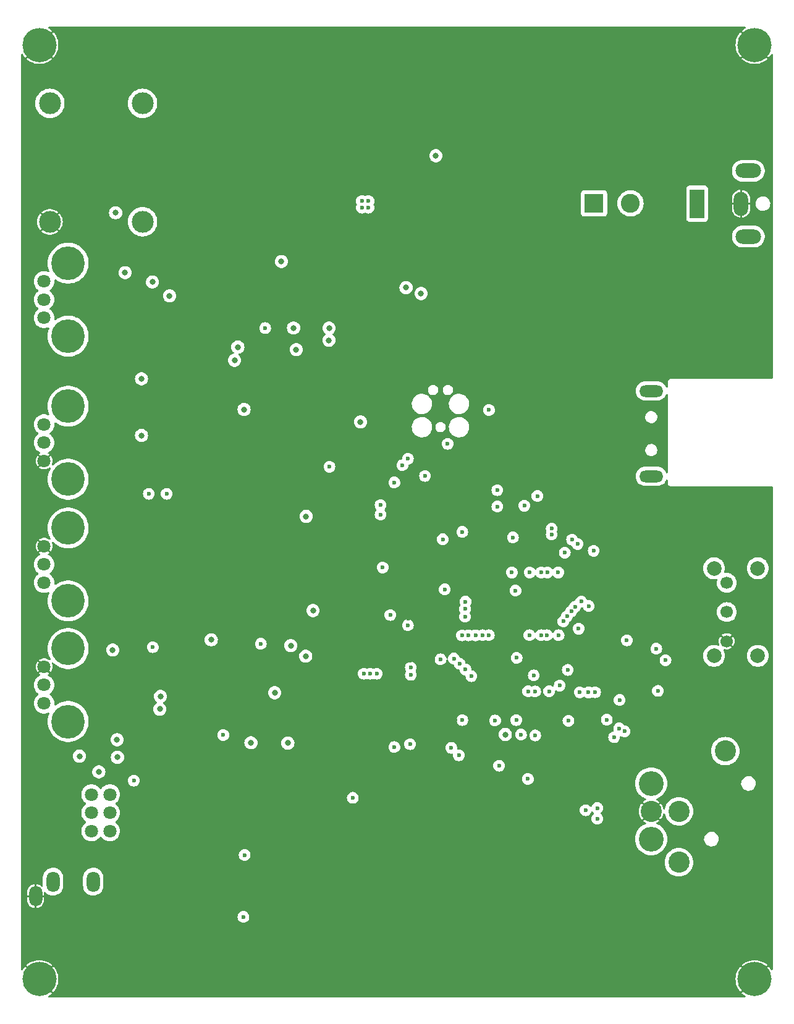
<source format=gbr>
G04 #@! TF.GenerationSoftware,KiCad,Pcbnew,7.0.9*
G04 #@! TF.CreationDate,2024-03-14T12:42:54+01:00*
G04 #@! TF.ProjectId,Apothecary - DSP Development Board,41706f74-6865-4636-9172-79202d204453,rev?*
G04 #@! TF.SameCoordinates,Original*
G04 #@! TF.FileFunction,Copper,L3,Inr*
G04 #@! TF.FilePolarity,Positive*
%FSLAX46Y46*%
G04 Gerber Fmt 4.6, Leading zero omitted, Abs format (unit mm)*
G04 Created by KiCad (PCBNEW 7.0.9) date 2024-03-14 12:42:54*
%MOMM*%
%LPD*%
G01*
G04 APERTURE LIST*
G04 #@! TA.AperFunction,ComponentPad*
%ADD10O,1.800000X2.800000*%
G04 #@! TD*
G04 #@! TA.AperFunction,ComponentPad*
%ADD11O,3.250000X1.625000*%
G04 #@! TD*
G04 #@! TA.AperFunction,ComponentPad*
%ADD12C,4.600000*%
G04 #@! TD*
G04 #@! TA.AperFunction,ComponentPad*
%ADD13C,1.800000*%
G04 #@! TD*
G04 #@! TA.AperFunction,ComponentPad*
%ADD14C,2.000000*%
G04 #@! TD*
G04 #@! TA.AperFunction,ComponentPad*
%ADD15C,1.700000*%
G04 #@! TD*
G04 #@! TA.AperFunction,ComponentPad*
%ADD16C,4.700000*%
G04 #@! TD*
G04 #@! TA.AperFunction,ComponentPad*
%ADD17C,3.400000*%
G04 #@! TD*
G04 #@! TA.AperFunction,ComponentPad*
%ADD18C,2.900000*%
G04 #@! TD*
G04 #@! TA.AperFunction,ComponentPad*
%ADD19R,2.000000X4.000000*%
G04 #@! TD*
G04 #@! TA.AperFunction,ComponentPad*
%ADD20O,2.000000X3.300000*%
G04 #@! TD*
G04 #@! TA.AperFunction,ComponentPad*
%ADD21O,3.500000X2.000000*%
G04 #@! TD*
G04 #@! TA.AperFunction,ComponentPad*
%ADD22R,2.600000X2.600000*%
G04 #@! TD*
G04 #@! TA.AperFunction,ComponentPad*
%ADD23C,2.600000*%
G04 #@! TD*
G04 #@! TA.AperFunction,ComponentPad*
%ADD24C,3.000000*%
G04 #@! TD*
G04 #@! TA.AperFunction,ViaPad*
%ADD25C,0.800000*%
G04 #@! TD*
G04 #@! TA.AperFunction,ViaPad*
%ADD26C,0.600000*%
G04 #@! TD*
G04 APERTURE END LIST*
D10*
X115134422Y-140384422D03*
X107234422Y-142384422D03*
X109634422Y-140384422D03*
D11*
X191600000Y-84850000D03*
X191600000Y-73150000D03*
D12*
X111700000Y-101925000D03*
X111700000Y-91925000D03*
D13*
X108400000Y-94425000D03*
X108400000Y-96925000D03*
X108400000Y-99425000D03*
D14*
X200200000Y-97450000D03*
X206200000Y-109450000D03*
X200200000Y-109450000D03*
X206200000Y-97450000D03*
D15*
X201950000Y-107450000D03*
X201950000Y-103450000D03*
X201950000Y-99450000D03*
D16*
X205750000Y-153750000D03*
D17*
X191580000Y-126940000D03*
D18*
X195395000Y-130750000D03*
X191580000Y-130750000D03*
X195395000Y-137730000D03*
D17*
X191580000Y-134560000D03*
D18*
X201750000Y-122500000D03*
D12*
X111700000Y-65650000D03*
X111700000Y-55650000D03*
D13*
X108400000Y-58150000D03*
X108400000Y-60650000D03*
X108400000Y-63150000D03*
X117400000Y-128450001D03*
X117400000Y-130950001D03*
X117400000Y-133450001D03*
X114900000Y-128450001D03*
X114900000Y-130950001D03*
X114900000Y-133450001D03*
D16*
X107750000Y-25750000D03*
X205750000Y-25750000D03*
D12*
X111700000Y-85250000D03*
X111700000Y-75250000D03*
D13*
X108400000Y-77750000D03*
X108400000Y-80250000D03*
X108400000Y-82750000D03*
D12*
X111700000Y-118450000D03*
X111700000Y-108450000D03*
D13*
X108400000Y-110950000D03*
X108400000Y-113450000D03*
X108400000Y-115950000D03*
D19*
X197900000Y-47500000D03*
D20*
X203900000Y-47500000D03*
D21*
X204900000Y-52000000D03*
X204900000Y-43000000D03*
D22*
X183750000Y-47455000D03*
D23*
X188750000Y-47455000D03*
D24*
X109200000Y-49980000D03*
X109200000Y-33750000D03*
X121900000Y-49980000D03*
X121900000Y-33750000D03*
D16*
X107750000Y-153750000D03*
D25*
X141250000Y-110750000D03*
X157180000Y-50570000D03*
X142250000Y-119000000D03*
X158000000Y-59000000D03*
X160060000Y-59810000D03*
X155425000Y-61675000D03*
X162750000Y-61750000D03*
X158250000Y-53750000D03*
X128000000Y-79750000D03*
X179500000Y-44250000D03*
X179000000Y-40140000D03*
X165250000Y-43250000D03*
X162075000Y-40925000D03*
X160750000Y-51500000D03*
X160562500Y-36562500D03*
X140000000Y-114500000D03*
D26*
X141750000Y-85931078D03*
X141750000Y-82750000D03*
D25*
X130370000Y-82750000D03*
X113250000Y-123200000D03*
X135750000Y-61175000D03*
X140925000Y-55425000D03*
X146950000Y-57550000D03*
X121750000Y-71500000D03*
X121750000Y-79250000D03*
X122308984Y-145500000D03*
X110000000Y-46000000D03*
X116000000Y-46000000D03*
X110000000Y-40000000D03*
X107000000Y-43000000D03*
X107000000Y-37000000D03*
X122000000Y-40000000D03*
X113000000Y-43000000D03*
X116000000Y-40000000D03*
X119000000Y-37000000D03*
X119000000Y-43000000D03*
X113000000Y-37000000D03*
X125000000Y-37000000D03*
X125000000Y-43000000D03*
X128000000Y-40000000D03*
X138000000Y-43000000D03*
X150000000Y-151000000D03*
X124000000Y-151000000D03*
X138000000Y-151000000D03*
X117000000Y-151000000D03*
X114000000Y-154000000D03*
X144000000Y-151000000D03*
X131000000Y-151000000D03*
X135000000Y-154000000D03*
X141000000Y-154000000D03*
X121000000Y-154000000D03*
X128000000Y-154000000D03*
X147000000Y-154000000D03*
X116000000Y-28000000D03*
X113000000Y-25000000D03*
X113000000Y-31000000D03*
X119000000Y-25000000D03*
X119000000Y-31000000D03*
X122000000Y-28000000D03*
X207000000Y-31000000D03*
X207000000Y-37000000D03*
X204000000Y-34000000D03*
X201000000Y-37000000D03*
X201000000Y-31000000D03*
X198000000Y-34000000D03*
X198000000Y-28000000D03*
X201000000Y-25000000D03*
X192000000Y-34000000D03*
X195000000Y-25000000D03*
X195000000Y-37000000D03*
X192000000Y-28000000D03*
X195000000Y-31000000D03*
X189000000Y-37000000D03*
X186000000Y-28000000D03*
X189000000Y-31000000D03*
X189000000Y-25000000D03*
X186000000Y-34000000D03*
X205000000Y-148000000D03*
X202000000Y-145000000D03*
X196000000Y-145000000D03*
X196000000Y-151000000D03*
X199000000Y-148000000D03*
X199000000Y-154000000D03*
X207000000Y-113000000D03*
X203000000Y-116000000D03*
X127000000Y-89000000D03*
X130000000Y-92000000D03*
X140000000Y-126000000D03*
X146000000Y-126000000D03*
X125000000Y-77000000D03*
X164000000Y-66000000D03*
X158000000Y-63000000D03*
X155000000Y-66000000D03*
X203000000Y-88000000D03*
X203000000Y-94000000D03*
X199000000Y-91000000D03*
X207000000Y-91000000D03*
X153000000Y-148000000D03*
X156000000Y-151000000D03*
X153000000Y-154000000D03*
X170000000Y-151000000D03*
X163000000Y-151000000D03*
X167000000Y-148000000D03*
X167000000Y-154000000D03*
X160000000Y-148000000D03*
X160000000Y-154000000D03*
X177000000Y-151000000D03*
X174000000Y-148000000D03*
X174000000Y-154000000D03*
X184000000Y-145000000D03*
X187000000Y-154000000D03*
X190000000Y-151000000D03*
X184000000Y-151000000D03*
X181000000Y-148000000D03*
X187000000Y-148000000D03*
X193000000Y-154000000D03*
X181000000Y-154000000D03*
X181000000Y-142000000D03*
X190000000Y-145000000D03*
X187000000Y-142000000D03*
X193000000Y-142000000D03*
X193000000Y-148000000D03*
X125000000Y-83000000D03*
X182000000Y-69000000D03*
X185000000Y-72000000D03*
X202000000Y-69000000D03*
X195000000Y-69000000D03*
X189000000Y-69000000D03*
X179000000Y-72000000D03*
X182000000Y-62000000D03*
X185000000Y-65000000D03*
X202000000Y-62000000D03*
X195000000Y-62000000D03*
X192000000Y-65000000D03*
X189000000Y-62000000D03*
X198000000Y-65000000D03*
X206000000Y-65000000D03*
X179000000Y-65000000D03*
X192000000Y-59000000D03*
X198000000Y-59000000D03*
X206000000Y-59000000D03*
X189000000Y-56000000D03*
X195000000Y-56000000D03*
X202000000Y-56000000D03*
X179000000Y-59000000D03*
X182000000Y-56000000D03*
X185000000Y-59000000D03*
X182000000Y-37000000D03*
X175000000Y-37000000D03*
X167500000Y-36500000D03*
X157000000Y-37000000D03*
X144000000Y-43000000D03*
X151000000Y-43000000D03*
X147000000Y-46000000D03*
X144000000Y-37000000D03*
X154000000Y-40000000D03*
X151000000Y-37000000D03*
X147000000Y-40000000D03*
X141000000Y-40000000D03*
X138000000Y-37000000D03*
X131000000Y-37000000D03*
X134000000Y-40000000D03*
X141000000Y-28000000D03*
X125000000Y-25000000D03*
X147000000Y-34000000D03*
X131000000Y-25000000D03*
X134000000Y-28000000D03*
X141000000Y-34000000D03*
X138000000Y-25000000D03*
X144000000Y-25000000D03*
X147000000Y-28000000D03*
X138000000Y-31000000D03*
X128000000Y-34000000D03*
X128000000Y-28000000D03*
X125000000Y-31000000D03*
X131000000Y-31000000D03*
X134000000Y-34000000D03*
X144000000Y-31000000D03*
X176000000Y-25000000D03*
X182000000Y-25000000D03*
X179000000Y-34000000D03*
X179000000Y-28000000D03*
X176000000Y-31000000D03*
X182000000Y-31000000D03*
X163000000Y-25000000D03*
X169000000Y-25000000D03*
X172000000Y-28000000D03*
X166000000Y-34000000D03*
X166000000Y-28000000D03*
X163000000Y-31000000D03*
X169000000Y-31000000D03*
X172000000Y-34000000D03*
X151000000Y-31000000D03*
X157000000Y-31000000D03*
X160000000Y-34000000D03*
X154000000Y-34000000D03*
X160000000Y-28000000D03*
X154000000Y-28000000D03*
X157000000Y-25000000D03*
X151000000Y-25000000D03*
X117800000Y-108650000D03*
X131300000Y-107250000D03*
D26*
X188443355Y-93228427D03*
D25*
X134830000Y-74610000D03*
X130900000Y-118950000D03*
D26*
X178449999Y-94824998D03*
X145000000Y-79050000D03*
X185000000Y-95050000D03*
D25*
X118700000Y-97950000D03*
D26*
X139950000Y-106900000D03*
D25*
X138982032Y-142184422D03*
D26*
X169400000Y-117450000D03*
X177500000Y-78750000D03*
X163699999Y-95075000D03*
D25*
X187100000Y-82450000D03*
X174100000Y-49950000D03*
D26*
X182900000Y-93850000D03*
D25*
X124287968Y-54430578D03*
D26*
X184500000Y-118250000D03*
X165196500Y-72787499D03*
D25*
X117000000Y-70014422D03*
X124200000Y-60150000D03*
X123302968Y-124155578D03*
X117750000Y-91694422D03*
X132887968Y-54430578D03*
D26*
X158462027Y-107582695D03*
D25*
X138750000Y-53200000D03*
X139125000Y-133650000D03*
D26*
X174500000Y-94000000D03*
D25*
X139032032Y-147184422D03*
D26*
X157374977Y-84524977D03*
X164754920Y-118240400D03*
X179180000Y-118320000D03*
X188650000Y-97750000D03*
X166700000Y-91725500D03*
D25*
X133500000Y-73750000D03*
D26*
X158300000Y-104350000D03*
X117800000Y-103850000D03*
D25*
X140000000Y-93500000D03*
D26*
X162355637Y-128333373D03*
D25*
X180300000Y-123800000D03*
D26*
X125150000Y-107250000D03*
X158600002Y-110074997D03*
D25*
X124587968Y-71630578D03*
D26*
X175650000Y-124350000D03*
X184400000Y-110500000D03*
X159530000Y-91790000D03*
X147500000Y-85250000D03*
D25*
X137232032Y-148384422D03*
X193600000Y-86650000D03*
D26*
X177150000Y-110624999D03*
X168200000Y-73400000D03*
X179600000Y-88550000D03*
X175050001Y-110625000D03*
D25*
X195100000Y-41300000D03*
X137332032Y-139984422D03*
D26*
X164400000Y-111250000D03*
X163833609Y-88766578D03*
X190400000Y-112450000D03*
D25*
X117850000Y-93500000D03*
D26*
X158615002Y-113034998D03*
D25*
X125000000Y-93500000D03*
D26*
X170699497Y-123525047D03*
D25*
X132000000Y-66550000D03*
D26*
X172300002Y-117374997D03*
X185700000Y-88750000D03*
X186275533Y-77982922D03*
D25*
X174000000Y-58850000D03*
D26*
X133980000Y-97120000D03*
X189700001Y-100474999D03*
X180650001Y-109524998D03*
X173600000Y-87750000D03*
X174200000Y-79300000D03*
D25*
X125507032Y-136620727D03*
D26*
X153300000Y-90100000D03*
X186275533Y-79982922D03*
D25*
X132487968Y-93430578D03*
D26*
X168850000Y-94350000D03*
X147782032Y-146484422D03*
X159530000Y-98320000D03*
X189265001Y-106284999D03*
D25*
X139082032Y-138684422D03*
X141132032Y-139334422D03*
X139500000Y-72750000D03*
X123249296Y-58231824D03*
X144300000Y-90350000D03*
D26*
X138100000Y-107800000D03*
X135882032Y-136734422D03*
D25*
X134950000Y-67150000D03*
X145250000Y-103250000D03*
X144250000Y-109500000D03*
D26*
X132950000Y-120300000D03*
X135712610Y-145215000D03*
X123292968Y-108250000D03*
X169352500Y-75767500D03*
X177600000Y-114300000D03*
X163025000Y-93475000D03*
X158650000Y-112050000D03*
D25*
X151750000Y-77400000D03*
D26*
X174690000Y-126310000D03*
X173100000Y-118250000D03*
X163300000Y-100350000D03*
X165700000Y-118250000D03*
X192500000Y-114250000D03*
X158550000Y-121550000D03*
X163700000Y-80400000D03*
X158650000Y-111050000D03*
X165700000Y-92475000D03*
X170200000Y-118300000D03*
X170750000Y-124500000D03*
X180150000Y-111374999D03*
X157500000Y-83340000D03*
X158250000Y-105250000D03*
X176000000Y-87550000D03*
X187250000Y-115500000D03*
X180250000Y-118350000D03*
X152850000Y-48050000D03*
X152850000Y-47150000D03*
X151950000Y-48050000D03*
X147500000Y-83550000D03*
D25*
X135800000Y-75700000D03*
D26*
X151950000Y-47150000D03*
D25*
X142587968Y-64530578D03*
D26*
X138700000Y-64550000D03*
D25*
X147425577Y-66210111D03*
X142950000Y-67500000D03*
X118200000Y-48750000D03*
D26*
X185500000Y-118200000D03*
D25*
X134499312Y-68949312D03*
X147450000Y-64550000D03*
D26*
X154500000Y-90100000D03*
X192283422Y-108466578D03*
X193550000Y-110050000D03*
X154500000Y-88800000D03*
D25*
X142200000Y-108050000D03*
X124250000Y-116750000D03*
X115900000Y-125350000D03*
X141800000Y-121400000D03*
X136750000Y-121350000D03*
X118400000Y-120950000D03*
D26*
X120700000Y-126550000D03*
X186500000Y-120600000D03*
X187950500Y-119800000D03*
X187200000Y-119400000D03*
D25*
X119500000Y-56950000D03*
X125587968Y-60130578D03*
D26*
X156400000Y-121950000D03*
X150700000Y-128900000D03*
X170500000Y-89000000D03*
X170500000Y-86750000D03*
X160600000Y-84800000D03*
X158249500Y-82447233D03*
X155850000Y-103850000D03*
X156400000Y-85700000D03*
X174200002Y-88874997D03*
X154800002Y-97350000D03*
X125200000Y-87250000D03*
X122750000Y-87250000D03*
D25*
X124350000Y-115000000D03*
X118450000Y-123350000D03*
D26*
X166950000Y-112225000D03*
X166150001Y-111325000D03*
X165350000Y-110525000D03*
X164549999Y-109824999D03*
X165670000Y-106650000D03*
X166560000Y-106640000D03*
X175700002Y-114324997D03*
X175700002Y-120350000D03*
X173750002Y-120224997D03*
D25*
X171600000Y-120224997D03*
D26*
X175500000Y-112124500D03*
X179050000Y-113524999D03*
X181650001Y-105725000D03*
X188249998Y-107324999D03*
X179550001Y-104725000D03*
X180050000Y-104025000D03*
X180638171Y-103339196D03*
X181150000Y-102725000D03*
X183022960Y-102617000D03*
X173000000Y-100500000D03*
X167520000Y-106640000D03*
X182000000Y-102017000D03*
X178900000Y-106625000D03*
X177299999Y-106624999D03*
X176500496Y-106624999D03*
X174900002Y-106624997D03*
X174949499Y-98024999D03*
X176500000Y-98024998D03*
X177350000Y-98024998D03*
X178849999Y-98024999D03*
X179750000Y-95325000D03*
X181507998Y-94124998D03*
X180750001Y-93524998D03*
X183711396Y-95061248D03*
X177950001Y-92025000D03*
X177950002Y-92825000D03*
X169349999Y-106624999D03*
X168500000Y-106625001D03*
X172650000Y-93225000D03*
X166149999Y-102024999D03*
X166080000Y-103030000D03*
X166090000Y-104070000D03*
X174725483Y-114300209D03*
X162731392Y-109925000D03*
X173150000Y-109725000D03*
X172500000Y-98024998D03*
X164200000Y-122050000D03*
X165226765Y-123076765D03*
X182600000Y-130600000D03*
X181800000Y-114450000D03*
X154000000Y-111900000D03*
X153100000Y-111900000D03*
X184200000Y-130300000D03*
X183004509Y-114445491D03*
X184200000Y-131750000D03*
X183904683Y-114436300D03*
X152200000Y-111900000D03*
G04 #@! TA.AperFunction,Conductor*
G36*
X204481179Y-23270185D02*
G01*
X204526934Y-23322989D01*
X204536878Y-23392147D01*
X204507853Y-23455703D01*
X204478289Y-23480617D01*
X204270340Y-23606325D01*
X204270314Y-23606343D01*
X204022735Y-23800310D01*
X204022727Y-23800316D01*
X203999909Y-23823134D01*
X204884653Y-24707877D01*
X204878922Y-24711890D01*
X204711890Y-24878922D01*
X204707877Y-24884652D01*
X203823134Y-23999909D01*
X203800316Y-24022727D01*
X203800310Y-24022735D01*
X203606343Y-24270314D01*
X203606330Y-24270333D01*
X203443606Y-24539513D01*
X203443605Y-24539515D01*
X203314512Y-24826349D01*
X203314508Y-24826360D01*
X203220936Y-25126642D01*
X203164239Y-25436036D01*
X203145248Y-25750000D01*
X203164239Y-26063963D01*
X203220936Y-26373357D01*
X203314508Y-26673639D01*
X203314512Y-26673650D01*
X203443605Y-26960484D01*
X203443606Y-26960486D01*
X203606330Y-27229666D01*
X203606335Y-27229674D01*
X203800313Y-27477268D01*
X203823134Y-27500088D01*
X204707876Y-26615346D01*
X204711890Y-26621078D01*
X204878922Y-26788110D01*
X204884652Y-26792122D01*
X203999910Y-27676864D01*
X204022731Y-27699686D01*
X204270325Y-27893664D01*
X204270333Y-27893669D01*
X204539513Y-28056393D01*
X204539515Y-28056394D01*
X204826349Y-28185487D01*
X204826360Y-28185491D01*
X205126642Y-28279063D01*
X205436036Y-28335760D01*
X205750000Y-28354751D01*
X206063963Y-28335760D01*
X206373357Y-28279063D01*
X206673639Y-28185491D01*
X206673650Y-28185487D01*
X206960484Y-28056394D01*
X206960486Y-28056393D01*
X207229666Y-27893669D01*
X207229674Y-27893664D01*
X207477264Y-27699689D01*
X207500088Y-27676864D01*
X206615346Y-26792122D01*
X206621078Y-26788110D01*
X206788110Y-26621078D01*
X206792123Y-26615346D01*
X207676864Y-27500087D01*
X207699689Y-27477264D01*
X207893664Y-27229674D01*
X207893674Y-27229659D01*
X208019383Y-27021711D01*
X208070910Y-26974523D01*
X208139770Y-26962684D01*
X208204099Y-26989952D01*
X208243473Y-27047671D01*
X208249500Y-27085860D01*
X208249500Y-71375500D01*
X208229815Y-71442539D01*
X208177011Y-71488294D01*
X208125500Y-71499500D01*
X194435462Y-71499500D01*
X194291540Y-71499500D01*
X194291537Y-71499500D01*
X194291535Y-71499501D01*
X194265343Y-71507190D01*
X194248069Y-71510948D01*
X194221045Y-71514834D01*
X194221042Y-71514835D01*
X194196211Y-71526175D01*
X194179642Y-71532355D01*
X194166672Y-71536163D01*
X194153448Y-71540047D01*
X194153446Y-71540047D01*
X194153446Y-71540048D01*
X194130483Y-71554805D01*
X194114962Y-71563280D01*
X194090129Y-71574621D01*
X194090126Y-71574623D01*
X194069501Y-71592495D01*
X194055341Y-71603095D01*
X194032377Y-71617853D01*
X194032372Y-71617857D01*
X194014494Y-71638489D01*
X194001990Y-71650993D01*
X193981358Y-71668871D01*
X193981354Y-71668876D01*
X193966596Y-71691840D01*
X193955996Y-71706000D01*
X193938124Y-71726625D01*
X193938122Y-71726628D01*
X193926781Y-71751461D01*
X193918306Y-71766982D01*
X193903549Y-71789945D01*
X193895856Y-71816141D01*
X193889676Y-71832710D01*
X193878336Y-71857541D01*
X193878335Y-71857544D01*
X193874449Y-71884568D01*
X193870691Y-71901842D01*
X193863002Y-71928034D01*
X193863001Y-71928042D01*
X193863001Y-72594460D01*
X193843316Y-72661499D01*
X193790512Y-72707254D01*
X193721354Y-72717198D01*
X193657798Y-72688173D01*
X193626619Y-72646865D01*
X193553935Y-72490995D01*
X193553932Y-72490991D01*
X193422158Y-72302796D01*
X193422156Y-72302793D01*
X193259706Y-72140343D01*
X193071504Y-72008564D01*
X192898824Y-71928042D01*
X192863288Y-71911471D01*
X192863284Y-71911470D01*
X192863280Y-71911468D01*
X192641376Y-71852010D01*
X192641366Y-71852008D01*
X192469821Y-71837000D01*
X190730179Y-71837000D01*
X190558633Y-71852008D01*
X190558623Y-71852010D01*
X190336719Y-71911468D01*
X190336710Y-71911472D01*
X190128495Y-72008564D01*
X189940293Y-72140343D01*
X189777842Y-72302794D01*
X189646068Y-72490987D01*
X189646066Y-72490991D01*
X189548972Y-72699210D01*
X189548968Y-72699219D01*
X189489510Y-72921123D01*
X189489508Y-72921133D01*
X189469485Y-73149999D01*
X189469485Y-73150000D01*
X189489508Y-73378866D01*
X189489510Y-73378876D01*
X189548968Y-73600780D01*
X189548970Y-73600784D01*
X189548971Y-73600788D01*
X189594635Y-73698715D01*
X189646064Y-73809004D01*
X189777843Y-73997206D01*
X189940293Y-74159656D01*
X189940296Y-74159658D01*
X190128493Y-74291434D01*
X190336712Y-74388529D01*
X190558629Y-74447991D01*
X190730179Y-74463000D01*
X192469821Y-74463000D01*
X192641371Y-74447991D01*
X192863288Y-74388529D01*
X193071507Y-74291434D01*
X193259704Y-74159658D01*
X193422158Y-73997204D01*
X193553934Y-73809008D01*
X193626620Y-73653132D01*
X193672791Y-73600695D01*
X193739985Y-73581543D01*
X193806866Y-73601759D01*
X193852200Y-73654924D01*
X193863001Y-73705539D01*
X193863001Y-84294460D01*
X193843316Y-84361499D01*
X193790512Y-84407254D01*
X193721354Y-84417198D01*
X193657798Y-84388173D01*
X193626619Y-84346865D01*
X193553935Y-84190995D01*
X193553932Y-84190991D01*
X193422158Y-84002796D01*
X193422156Y-84002793D01*
X193259706Y-83840343D01*
X193071504Y-83708564D01*
X192936443Y-83645584D01*
X192863288Y-83611471D01*
X192863284Y-83611470D01*
X192863280Y-83611468D01*
X192641376Y-83552010D01*
X192641366Y-83552008D01*
X192469821Y-83537000D01*
X190730179Y-83537000D01*
X190558633Y-83552008D01*
X190558623Y-83552010D01*
X190336719Y-83611468D01*
X190336710Y-83611472D01*
X190128495Y-83708564D01*
X189940293Y-83840343D01*
X189777842Y-84002794D01*
X189646068Y-84190987D01*
X189646066Y-84190991D01*
X189548972Y-84399210D01*
X189548968Y-84399219D01*
X189489510Y-84621123D01*
X189489508Y-84621133D01*
X189469485Y-84849999D01*
X189469485Y-84850000D01*
X189489508Y-85078866D01*
X189489510Y-85078876D01*
X189548968Y-85300780D01*
X189548970Y-85300784D01*
X189548971Y-85300788D01*
X189580246Y-85367857D01*
X189646064Y-85509004D01*
X189646065Y-85509006D01*
X189646066Y-85509007D01*
X189657816Y-85525788D01*
X189777843Y-85697206D01*
X189940293Y-85859656D01*
X189940296Y-85859658D01*
X190128493Y-85991434D01*
X190336712Y-86088529D01*
X190558629Y-86147991D01*
X190730179Y-86163000D01*
X192469821Y-86163000D01*
X192641371Y-86147991D01*
X192863288Y-86088529D01*
X193071507Y-85991434D01*
X193259704Y-85859658D01*
X193422158Y-85697204D01*
X193553934Y-85509008D01*
X193626620Y-85353132D01*
X193672791Y-85300695D01*
X193739985Y-85281543D01*
X193806866Y-85301759D01*
X193852200Y-85354924D01*
X193863001Y-85405539D01*
X193863001Y-85821963D01*
X193870691Y-85848154D01*
X193874448Y-85865423D01*
X193876438Y-85879255D01*
X193878336Y-85892457D01*
X193889674Y-85917283D01*
X193895856Y-85933858D01*
X193903547Y-85960051D01*
X193903548Y-85960053D01*
X193918307Y-85983019D01*
X193926783Y-85998541D01*
X193938124Y-86023373D01*
X193949938Y-86037007D01*
X193955997Y-86044000D01*
X193966596Y-86058160D01*
X193981354Y-86081123D01*
X193981358Y-86081128D01*
X194001989Y-86099006D01*
X194014493Y-86111510D01*
X194022010Y-86120184D01*
X194032373Y-86132143D01*
X194055345Y-86146905D01*
X194069497Y-86157500D01*
X194090128Y-86175377D01*
X194113400Y-86186005D01*
X194114952Y-86186714D01*
X194130479Y-86195192D01*
X194153448Y-86209953D01*
X194179637Y-86217643D01*
X194196214Y-86223826D01*
X194221039Y-86235163D01*
X194221040Y-86235163D01*
X194221044Y-86235165D01*
X194248065Y-86239050D01*
X194265347Y-86242809D01*
X194291540Y-86250500D01*
X194327702Y-86250500D01*
X208125500Y-86250500D01*
X208192539Y-86270185D01*
X208238294Y-86322989D01*
X208249500Y-86374500D01*
X208249500Y-152414139D01*
X208229815Y-152481178D01*
X208177011Y-152526933D01*
X208107853Y-152536877D01*
X208044297Y-152507852D01*
X208019383Y-152478289D01*
X207893670Y-152270333D01*
X207893664Y-152270325D01*
X207699686Y-152022731D01*
X207676865Y-151999910D01*
X206792122Y-152884652D01*
X206788110Y-152878922D01*
X206621078Y-152711890D01*
X206615346Y-152707876D01*
X207500089Y-151823134D01*
X207477268Y-151800313D01*
X207229674Y-151606335D01*
X207229666Y-151606330D01*
X206960486Y-151443606D01*
X206960484Y-151443605D01*
X206673650Y-151314512D01*
X206673639Y-151314508D01*
X206373357Y-151220936D01*
X206063963Y-151164239D01*
X205750000Y-151145248D01*
X205436036Y-151164239D01*
X205126642Y-151220936D01*
X204826360Y-151314508D01*
X204826349Y-151314512D01*
X204539515Y-151443605D01*
X204539513Y-151443606D01*
X204270333Y-151606330D01*
X204270314Y-151606343D01*
X204022735Y-151800310D01*
X204022727Y-151800316D01*
X203999909Y-151823134D01*
X204884652Y-152707877D01*
X204878922Y-152711890D01*
X204711890Y-152878922D01*
X204707877Y-152884652D01*
X203823134Y-151999909D01*
X203800316Y-152022727D01*
X203800310Y-152022735D01*
X203606343Y-152270314D01*
X203606330Y-152270333D01*
X203443606Y-152539513D01*
X203443605Y-152539515D01*
X203314512Y-152826349D01*
X203314508Y-152826360D01*
X203220936Y-153126642D01*
X203164239Y-153436036D01*
X203145248Y-153750000D01*
X203164239Y-154063963D01*
X203220936Y-154373357D01*
X203314508Y-154673639D01*
X203314512Y-154673650D01*
X203443605Y-154960484D01*
X203443606Y-154960486D01*
X203606330Y-155229666D01*
X203606335Y-155229674D01*
X203800313Y-155477268D01*
X203823134Y-155500088D01*
X204707876Y-154615346D01*
X204711890Y-154621078D01*
X204878922Y-154788110D01*
X204884652Y-154792122D01*
X203999910Y-155676864D01*
X204022731Y-155699686D01*
X204270325Y-155893664D01*
X204270340Y-155893674D01*
X204478289Y-156019383D01*
X204525477Y-156070910D01*
X204537316Y-156139770D01*
X204510048Y-156204099D01*
X204452329Y-156243473D01*
X204414140Y-156249500D01*
X109085860Y-156249500D01*
X109018821Y-156229815D01*
X108973066Y-156177011D01*
X108963122Y-156107853D01*
X108992147Y-156044297D01*
X109021711Y-156019383D01*
X109229659Y-155893674D01*
X109229674Y-155893664D01*
X109477264Y-155699689D01*
X109500088Y-155676864D01*
X108615346Y-154792123D01*
X108621078Y-154788110D01*
X108788110Y-154621078D01*
X108792122Y-154615346D01*
X109676864Y-155500088D01*
X109699689Y-155477264D01*
X109893664Y-155229674D01*
X109893669Y-155229666D01*
X110056393Y-154960486D01*
X110056394Y-154960484D01*
X110185487Y-154673650D01*
X110185491Y-154673639D01*
X110279063Y-154373357D01*
X110335760Y-154063963D01*
X110354751Y-153750000D01*
X110335760Y-153436036D01*
X110279063Y-153126642D01*
X110185491Y-152826360D01*
X110185487Y-152826349D01*
X110056394Y-152539515D01*
X110056393Y-152539513D01*
X109893669Y-152270333D01*
X109893664Y-152270325D01*
X109699686Y-152022731D01*
X109676865Y-151999910D01*
X109676864Y-151999910D01*
X108792122Y-152884652D01*
X108788110Y-152878922D01*
X108621078Y-152711890D01*
X108615346Y-152707876D01*
X109500089Y-151823134D01*
X109477268Y-151800313D01*
X109229674Y-151606335D01*
X109229666Y-151606330D01*
X108960486Y-151443606D01*
X108960484Y-151443605D01*
X108673650Y-151314512D01*
X108673639Y-151314508D01*
X108373357Y-151220936D01*
X108063963Y-151164239D01*
X107750000Y-151145248D01*
X107436036Y-151164239D01*
X107126642Y-151220936D01*
X106826360Y-151314508D01*
X106826349Y-151314512D01*
X106539515Y-151443605D01*
X106539513Y-151443606D01*
X106270333Y-151606330D01*
X106270314Y-151606343D01*
X106022735Y-151800310D01*
X106022727Y-151800316D01*
X105999909Y-151823134D01*
X106884652Y-152707877D01*
X106878922Y-152711890D01*
X106711890Y-152878922D01*
X106707877Y-152884652D01*
X105823134Y-151999909D01*
X105800316Y-152022727D01*
X105800310Y-152022735D01*
X105606343Y-152270314D01*
X105606329Y-152270333D01*
X105480617Y-152478289D01*
X105429089Y-152525476D01*
X105360230Y-152537315D01*
X105295901Y-152510046D01*
X105256527Y-152452328D01*
X105250500Y-152414139D01*
X105250500Y-145215003D01*
X134907045Y-145215003D01*
X134927240Y-145394249D01*
X134927241Y-145394254D01*
X134986821Y-145564523D01*
X135082794Y-145717262D01*
X135210348Y-145844816D01*
X135363088Y-145940789D01*
X135533355Y-146000368D01*
X135533360Y-146000369D01*
X135712606Y-146020565D01*
X135712610Y-146020565D01*
X135712614Y-146020565D01*
X135891859Y-146000369D01*
X135891862Y-146000368D01*
X135891865Y-146000368D01*
X136062132Y-145940789D01*
X136214872Y-145844816D01*
X136342426Y-145717262D01*
X136438399Y-145564522D01*
X136497978Y-145394255D01*
X136518175Y-145215000D01*
X136497978Y-145035745D01*
X136438399Y-144865478D01*
X136342426Y-144712738D01*
X136214872Y-144585184D01*
X136062133Y-144489211D01*
X135891864Y-144429631D01*
X135891859Y-144429630D01*
X135712614Y-144409435D01*
X135712606Y-144409435D01*
X135533360Y-144429630D01*
X135533355Y-144429631D01*
X135363086Y-144489211D01*
X135210347Y-144585184D01*
X135082794Y-144712737D01*
X134986821Y-144865476D01*
X134927241Y-145035745D01*
X134927240Y-145035750D01*
X134907045Y-145214996D01*
X134907045Y-145215003D01*
X105250500Y-145215003D01*
X105250500Y-142937589D01*
X106084422Y-142937589D01*
X106099159Y-143096638D01*
X106099160Y-143096641D01*
X106157480Y-143301618D01*
X106157488Y-143301638D01*
X106252481Y-143492411D01*
X106380922Y-143662493D01*
X106538422Y-143806073D01*
X106538424Y-143806075D01*
X106719623Y-143918268D01*
X106719629Y-143918271D01*
X106918358Y-143995258D01*
X107109422Y-144030974D01*
X107109422Y-143368827D01*
X107162533Y-143384422D01*
X107306311Y-143384422D01*
X107359422Y-143368827D01*
X107359422Y-144030974D01*
X107550485Y-143995258D01*
X107749214Y-143918271D01*
X107749220Y-143918268D01*
X107930419Y-143806075D01*
X107930421Y-143806073D01*
X108087921Y-143662493D01*
X108216362Y-143492411D01*
X108311355Y-143301638D01*
X108311363Y-143301618D01*
X108369683Y-143096641D01*
X108369684Y-143096638D01*
X108384422Y-142937589D01*
X108384422Y-142509422D01*
X107734422Y-142509422D01*
X107734422Y-142259422D01*
X108384422Y-142259422D01*
X108384422Y-141912803D01*
X108404107Y-141845764D01*
X108456911Y-141800009D01*
X108526069Y-141790065D01*
X108589625Y-141819090D01*
X108597929Y-141826987D01*
X108705801Y-141939540D01*
X108897475Y-142081301D01*
X109110348Y-142188629D01*
X109338299Y-142258438D01*
X109574768Y-142288720D01*
X109812954Y-142278602D01*
X110046003Y-142228376D01*
X110267212Y-142139486D01*
X110470217Y-142014491D01*
X110649177Y-141856986D01*
X110798945Y-141671502D01*
X110915212Y-141463376D01*
X110994633Y-141238593D01*
X111017308Y-141106350D01*
X111034921Y-141003631D01*
X111034922Y-141003620D01*
X111034922Y-140943924D01*
X113733922Y-140943924D01*
X113749074Y-141121958D01*
X113809146Y-141352670D01*
X113907341Y-141569902D01*
X113907346Y-141569910D01*
X114040835Y-141767415D01*
X114040840Y-141767420D01*
X114040843Y-141767425D01*
X114205801Y-141939540D01*
X114397475Y-142081301D01*
X114610348Y-142188629D01*
X114838299Y-142258438D01*
X115074768Y-142288720D01*
X115312954Y-142278602D01*
X115546003Y-142228376D01*
X115767212Y-142139486D01*
X115970217Y-142014491D01*
X116149177Y-141856986D01*
X116298945Y-141671502D01*
X116415212Y-141463376D01*
X116494633Y-141238593D01*
X116517308Y-141106350D01*
X116534921Y-141003631D01*
X116534922Y-141003620D01*
X116534922Y-139824920D01*
X116519769Y-139646885D01*
X116459697Y-139416173D01*
X116361502Y-139198941D01*
X116361497Y-139198933D01*
X116228008Y-139001428D01*
X116228004Y-139001423D01*
X116228001Y-139001419D01*
X116063043Y-138829304D01*
X115871369Y-138687543D01*
X115658496Y-138580215D01*
X115557869Y-138549398D01*
X115430543Y-138510405D01*
X115194069Y-138480123D01*
X114955893Y-138490241D01*
X114955889Y-138490241D01*
X114722841Y-138540467D01*
X114501633Y-138629357D01*
X114298625Y-138754354D01*
X114119667Y-138911857D01*
X114047351Y-139001419D01*
X113969899Y-139097342D01*
X113969898Y-139097344D01*
X113853632Y-139305466D01*
X113774210Y-139530251D01*
X113733922Y-139765212D01*
X113733922Y-140943924D01*
X111034922Y-140943924D01*
X111034922Y-139824920D01*
X111019769Y-139646885D01*
X110959697Y-139416173D01*
X110861502Y-139198941D01*
X110861497Y-139198933D01*
X110728008Y-139001428D01*
X110728004Y-139001423D01*
X110728001Y-139001419D01*
X110563043Y-138829304D01*
X110371369Y-138687543D01*
X110158496Y-138580215D01*
X110057869Y-138549398D01*
X109930543Y-138510405D01*
X109694069Y-138480123D01*
X109455893Y-138490241D01*
X109455889Y-138490241D01*
X109222841Y-138540467D01*
X109001633Y-138629357D01*
X108798625Y-138754354D01*
X108619667Y-138911857D01*
X108547351Y-139001419D01*
X108469899Y-139097342D01*
X108469898Y-139097344D01*
X108353632Y-139305466D01*
X108274210Y-139530251D01*
X108233922Y-139765212D01*
X108233922Y-140943928D01*
X108234345Y-140948898D01*
X108220413Y-141017365D01*
X108171676Y-141067430D01*
X108103609Y-141083199D01*
X108037823Y-141059665D01*
X108027253Y-141051044D01*
X107930421Y-140962770D01*
X107930419Y-140962768D01*
X107749220Y-140850575D01*
X107749211Y-140850571D01*
X107550485Y-140773585D01*
X107550480Y-140773584D01*
X107359422Y-140737868D01*
X107359422Y-141400016D01*
X107306311Y-141384422D01*
X107162533Y-141384422D01*
X107109422Y-141400016D01*
X107109422Y-140737868D01*
X106918363Y-140773584D01*
X106918358Y-140773585D01*
X106719632Y-140850571D01*
X106719623Y-140850575D01*
X106538424Y-140962768D01*
X106538422Y-140962770D01*
X106380922Y-141106350D01*
X106252481Y-141276432D01*
X106157488Y-141467205D01*
X106157480Y-141467225D01*
X106099160Y-141672202D01*
X106099159Y-141672205D01*
X106084422Y-141831254D01*
X106084422Y-142259422D01*
X106734422Y-142259422D01*
X106734422Y-142509422D01*
X106084422Y-142509422D01*
X106084422Y-142937589D01*
X105250500Y-142937589D01*
X105250500Y-137730001D01*
X193439518Y-137730001D01*
X193459422Y-138008299D01*
X193518727Y-138280916D01*
X193518729Y-138280923D01*
X193579266Y-138443230D01*
X193616231Y-138542338D01*
X193616233Y-138542342D01*
X193749940Y-138787207D01*
X193749945Y-138787215D01*
X193917138Y-139010560D01*
X193917154Y-139010578D01*
X194114421Y-139207845D01*
X194114439Y-139207861D01*
X194337784Y-139375054D01*
X194337792Y-139375059D01*
X194582657Y-139508766D01*
X194582661Y-139508768D01*
X194582663Y-139508769D01*
X194844077Y-139606271D01*
X194980391Y-139635924D01*
X195116700Y-139665577D01*
X195116702Y-139665577D01*
X195116706Y-139665578D01*
X195364014Y-139683265D01*
X195394999Y-139685482D01*
X195395000Y-139685482D01*
X195395001Y-139685482D01*
X195422881Y-139683487D01*
X195673294Y-139665578D01*
X195945923Y-139606271D01*
X196207337Y-139508769D01*
X196452213Y-139375056D01*
X196675568Y-139207855D01*
X196872855Y-139010568D01*
X197040056Y-138787213D01*
X197173769Y-138542337D01*
X197271271Y-138280923D01*
X197330578Y-138008294D01*
X197350482Y-137730000D01*
X197330578Y-137451706D01*
X197311550Y-137364238D01*
X197300924Y-137315391D01*
X197271271Y-137179077D01*
X197173769Y-136917663D01*
X197171592Y-136913677D01*
X197040059Y-136672792D01*
X197040054Y-136672784D01*
X196872861Y-136449439D01*
X196872845Y-136449421D01*
X196675578Y-136252154D01*
X196675560Y-136252138D01*
X196452215Y-136084945D01*
X196452207Y-136084940D01*
X196207342Y-135951233D01*
X196207338Y-135951231D01*
X196076555Y-135902452D01*
X195945923Y-135853729D01*
X195945919Y-135853728D01*
X195945916Y-135853727D01*
X195673299Y-135794422D01*
X195395001Y-135774518D01*
X195394999Y-135774518D01*
X195116700Y-135794422D01*
X194844083Y-135853727D01*
X194844078Y-135853728D01*
X194844077Y-135853729D01*
X194780875Y-135877301D01*
X194582661Y-135951231D01*
X194582657Y-135951233D01*
X194337792Y-136084940D01*
X194337784Y-136084945D01*
X194114439Y-136252138D01*
X194114421Y-136252154D01*
X193917154Y-136449421D01*
X193917138Y-136449439D01*
X193749945Y-136672784D01*
X193749940Y-136672792D01*
X193616233Y-136917657D01*
X193616231Y-136917661D01*
X193518727Y-137179083D01*
X193459422Y-137451700D01*
X193439518Y-137729998D01*
X193439518Y-137730001D01*
X105250500Y-137730001D01*
X105250500Y-136734425D01*
X135076467Y-136734425D01*
X135096662Y-136913671D01*
X135096663Y-136913676D01*
X135156243Y-137083945D01*
X135216019Y-137179077D01*
X135252216Y-137236684D01*
X135379770Y-137364238D01*
X135532510Y-137460211D01*
X135702777Y-137519790D01*
X135702782Y-137519791D01*
X135882028Y-137539987D01*
X135882032Y-137539987D01*
X135882036Y-137539987D01*
X136061281Y-137519791D01*
X136061284Y-137519790D01*
X136061287Y-137519790D01*
X136231554Y-137460211D01*
X136384294Y-137364238D01*
X136511848Y-137236684D01*
X136607821Y-137083944D01*
X136667400Y-136913677D01*
X136684127Y-136765221D01*
X136687597Y-136734425D01*
X136687597Y-136734418D01*
X136667401Y-136555172D01*
X136667400Y-136555167D01*
X136607820Y-136384898D01*
X136511847Y-136232159D01*
X136384294Y-136104606D01*
X136231555Y-136008633D01*
X136061286Y-135949053D01*
X136061281Y-135949052D01*
X135882036Y-135928857D01*
X135882028Y-135928857D01*
X135702782Y-135949052D01*
X135702777Y-135949053D01*
X135532508Y-136008633D01*
X135379769Y-136104606D01*
X135252216Y-136232159D01*
X135156243Y-136384898D01*
X135096663Y-136555167D01*
X135096662Y-136555172D01*
X135076467Y-136734418D01*
X135076467Y-136734425D01*
X105250500Y-136734425D01*
X105250500Y-133450007D01*
X113494700Y-133450007D01*
X113513864Y-133681298D01*
X113513866Y-133681309D01*
X113570842Y-133906301D01*
X113664075Y-134118849D01*
X113791016Y-134313148D01*
X113791019Y-134313152D01*
X113791021Y-134313154D01*
X113948216Y-134483914D01*
X113948219Y-134483916D01*
X113948222Y-134483919D01*
X114131365Y-134626465D01*
X114131371Y-134626469D01*
X114131374Y-134626471D01*
X114335497Y-134736937D01*
X114449487Y-134776069D01*
X114555015Y-134812298D01*
X114555017Y-134812298D01*
X114555019Y-134812299D01*
X114783951Y-134850501D01*
X114783952Y-134850501D01*
X115016048Y-134850501D01*
X115016049Y-134850501D01*
X115244981Y-134812299D01*
X115245634Y-134812075D01*
X115253439Y-134809395D01*
X115464503Y-134736937D01*
X115668626Y-134626471D01*
X115688586Y-134610936D01*
X115819475Y-134509061D01*
X115851784Y-134483914D01*
X116008979Y-134313154D01*
X116012396Y-134307924D01*
X116046191Y-134256197D01*
X116099337Y-134210840D01*
X116168569Y-134201416D01*
X116231904Y-134230918D01*
X116253809Y-134256197D01*
X116291016Y-134313148D01*
X116291019Y-134313152D01*
X116291021Y-134313154D01*
X116448216Y-134483914D01*
X116448219Y-134483916D01*
X116448222Y-134483919D01*
X116631365Y-134626465D01*
X116631371Y-134626469D01*
X116631374Y-134626471D01*
X116835497Y-134736937D01*
X116949487Y-134776069D01*
X117055015Y-134812298D01*
X117055017Y-134812298D01*
X117055019Y-134812299D01*
X117283951Y-134850501D01*
X117283952Y-134850501D01*
X117516048Y-134850501D01*
X117516049Y-134850501D01*
X117744981Y-134812299D01*
X117745634Y-134812075D01*
X117753439Y-134809395D01*
X117964503Y-134736937D01*
X118168626Y-134626471D01*
X118188586Y-134610936D01*
X118254029Y-134560000D01*
X189374778Y-134560000D01*
X189393644Y-134847837D01*
X189393646Y-134847849D01*
X189449917Y-135130745D01*
X189449921Y-135130760D01*
X189542642Y-135403905D01*
X189670219Y-135662606D01*
X189670223Y-135662613D01*
X189830478Y-135902452D01*
X190020672Y-136119327D01*
X190237547Y-136309521D01*
X190477386Y-136469776D01*
X190477389Y-136469778D01*
X190736098Y-136597359D01*
X191009247Y-136690081D01*
X191292161Y-136746356D01*
X191580000Y-136765222D01*
X191867839Y-136746356D01*
X192150753Y-136690081D01*
X192423902Y-136597359D01*
X192682611Y-136469778D01*
X192922454Y-136309520D01*
X193139327Y-136119327D01*
X193329520Y-135902454D01*
X193489778Y-135662611D01*
X193617359Y-135403902D01*
X193710081Y-135130753D01*
X193766356Y-134847839D01*
X193781883Y-134610936D01*
X198835631Y-134610936D01*
X198866442Y-134812063D01*
X198866445Y-134812075D01*
X198937111Y-135002881D01*
X198937115Y-135002888D01*
X199044745Y-135175567D01*
X199044747Y-135175569D01*
X199044748Y-135175571D01*
X199184941Y-135323053D01*
X199301100Y-135403902D01*
X199351949Y-135439294D01*
X199351950Y-135439294D01*
X199351951Y-135439295D01*
X199538942Y-135519540D01*
X199738259Y-135560500D01*
X199890743Y-135560500D01*
X200042439Y-135545074D01*
X200236579Y-135484162D01*
X200236580Y-135484161D01*
X200236588Y-135484159D01*
X200414502Y-135385409D01*
X200568895Y-135252866D01*
X200693448Y-135091958D01*
X200783060Y-134909271D01*
X200834063Y-134712285D01*
X200844369Y-134509064D01*
X200813556Y-134307929D01*
X200742886Y-134117113D01*
X200635252Y-133944429D01*
X200495059Y-133796947D01*
X200378894Y-133716094D01*
X200328050Y-133680705D01*
X200141056Y-133600459D01*
X199941741Y-133559500D01*
X199789258Y-133559500D01*
X199789257Y-133559500D01*
X199637560Y-133574925D01*
X199443420Y-133635837D01*
X199443405Y-133635844D01*
X199265500Y-133734589D01*
X199265495Y-133734592D01*
X199111106Y-133867132D01*
X199111104Y-133867134D01*
X198986554Y-134028037D01*
X198986553Y-134028040D01*
X198896940Y-134210728D01*
X198845937Y-134407714D01*
X198835631Y-134610936D01*
X193781883Y-134610936D01*
X193785222Y-134560000D01*
X193766356Y-134272161D01*
X193710081Y-133989247D01*
X193617359Y-133716098D01*
X193489778Y-133457389D01*
X193484846Y-133450007D01*
X193329521Y-133217547D01*
X193139327Y-133000672D01*
X192922452Y-132810478D01*
X192682613Y-132650223D01*
X192682606Y-132650219D01*
X192423907Y-132522643D01*
X192423903Y-132522641D01*
X192423902Y-132522641D01*
X192387107Y-132510151D01*
X192355290Y-132499350D01*
X192298136Y-132459160D01*
X192271784Y-132394451D01*
X192284599Y-132325767D01*
X192332513Y-132274914D01*
X192341350Y-132270210D01*
X192432379Y-132226373D01*
X192642909Y-132082837D01*
X192691227Y-132038004D01*
X191907899Y-131254676D01*
X192007925Y-131177925D01*
X192084677Y-131077900D01*
X192868117Y-131861340D01*
X192988544Y-131710328D01*
X193115941Y-131489671D01*
X193209026Y-131252494D01*
X193209032Y-131252475D01*
X193238405Y-131123784D01*
X193272513Y-131062805D01*
X193334175Y-131029947D01*
X193403812Y-131035642D01*
X193459316Y-131078081D01*
X193480462Y-131125017D01*
X193518727Y-131300917D01*
X193518728Y-131300921D01*
X193518729Y-131300923D01*
X193537034Y-131350000D01*
X193616231Y-131562338D01*
X193616233Y-131562342D01*
X193749940Y-131807207D01*
X193749945Y-131807215D01*
X193917138Y-132030560D01*
X193917154Y-132030578D01*
X194114421Y-132227845D01*
X194114439Y-132227861D01*
X194337784Y-132395054D01*
X194337792Y-132395059D01*
X194582657Y-132528766D01*
X194582661Y-132528768D01*
X194582663Y-132528769D01*
X194844077Y-132626271D01*
X194954164Y-132650219D01*
X195116700Y-132685577D01*
X195116702Y-132685577D01*
X195116706Y-132685578D01*
X195364014Y-132703265D01*
X195394999Y-132705482D01*
X195395000Y-132705482D01*
X195395001Y-132705482D01*
X195422881Y-132703487D01*
X195673294Y-132685578D01*
X195945923Y-132626271D01*
X196207337Y-132528769D01*
X196452213Y-132395056D01*
X196675568Y-132227855D01*
X196872855Y-132030568D01*
X197040056Y-131807213D01*
X197173769Y-131562337D01*
X197271271Y-131300923D01*
X197322058Y-131067458D01*
X197330577Y-131028299D01*
X197330577Y-131028298D01*
X197330578Y-131028294D01*
X197348580Y-130776592D01*
X197350482Y-130750001D01*
X197350482Y-130749998D01*
X197339753Y-130599996D01*
X197330578Y-130471706D01*
X197271271Y-130199077D01*
X197173769Y-129937663D01*
X197161986Y-129916085D01*
X197040059Y-129692792D01*
X197040054Y-129692784D01*
X196872861Y-129469439D01*
X196872845Y-129469421D01*
X196675578Y-129272154D01*
X196675560Y-129272138D01*
X196452215Y-129104945D01*
X196452207Y-129104940D01*
X196207342Y-128971233D01*
X196207338Y-128971231D01*
X196108230Y-128934266D01*
X195945923Y-128873729D01*
X195945919Y-128873728D01*
X195945916Y-128873727D01*
X195673299Y-128814422D01*
X195395001Y-128794518D01*
X195394999Y-128794518D01*
X195116700Y-128814422D01*
X194844083Y-128873727D01*
X194844078Y-128873728D01*
X194844077Y-128873729D01*
X194780875Y-128897301D01*
X194582661Y-128971231D01*
X194582657Y-128971233D01*
X194337792Y-129104940D01*
X194337784Y-129104945D01*
X194114439Y-129272138D01*
X194114421Y-129272154D01*
X193917154Y-129469421D01*
X193917138Y-129469439D01*
X193749945Y-129692784D01*
X193749940Y-129692792D01*
X193616233Y-129937657D01*
X193616231Y-129937661D01*
X193518727Y-130199082D01*
X193480462Y-130374982D01*
X193446977Y-130436305D01*
X193385654Y-130469789D01*
X193315962Y-130464805D01*
X193260029Y-130422933D01*
X193238405Y-130376215D01*
X193209032Y-130247524D01*
X193209026Y-130247505D01*
X193115941Y-130010328D01*
X193115942Y-130010328D01*
X192988544Y-129789671D01*
X192868117Y-129638658D01*
X192084676Y-130422099D01*
X192007925Y-130322075D01*
X191907899Y-130245323D01*
X192691227Y-129461995D01*
X192642905Y-129417159D01*
X192432377Y-129273624D01*
X192432376Y-129273623D01*
X192341349Y-129229788D01*
X192289489Y-129182966D01*
X192271176Y-129115539D01*
X192292223Y-129048915D01*
X192345950Y-129004247D01*
X192355292Y-129000649D01*
X192423902Y-128977359D01*
X192682611Y-128849778D01*
X192922454Y-128689520D01*
X193139327Y-128499327D01*
X193329520Y-128282454D01*
X193489778Y-128042611D01*
X193617359Y-127783902D01*
X193710081Y-127510753D01*
X193766356Y-127227839D01*
X193781883Y-126990936D01*
X203915631Y-126990936D01*
X203946442Y-127192063D01*
X203946445Y-127192075D01*
X204017111Y-127382881D01*
X204017113Y-127382884D01*
X204017114Y-127382887D01*
X204037808Y-127416088D01*
X204124745Y-127555567D01*
X204124749Y-127555572D01*
X204251736Y-127689162D01*
X204264941Y-127703053D01*
X204381100Y-127783902D01*
X204431949Y-127819294D01*
X204431950Y-127819294D01*
X204431951Y-127819295D01*
X204618942Y-127899540D01*
X204818259Y-127940500D01*
X204970743Y-127940500D01*
X205122439Y-127925074D01*
X205316579Y-127864162D01*
X205316580Y-127864161D01*
X205316588Y-127864159D01*
X205494502Y-127765409D01*
X205648895Y-127632866D01*
X205773448Y-127471958D01*
X205863060Y-127289271D01*
X205914063Y-127092285D01*
X205924369Y-126889064D01*
X205893556Y-126687929D01*
X205822886Y-126497113D01*
X205715252Y-126324429D01*
X205575059Y-126176947D01*
X205458894Y-126096094D01*
X205408050Y-126060705D01*
X205221056Y-125980459D01*
X205021741Y-125939500D01*
X204869258Y-125939500D01*
X204869257Y-125939500D01*
X204717560Y-125954925D01*
X204523420Y-126015837D01*
X204523405Y-126015844D01*
X204345500Y-126114589D01*
X204345495Y-126114592D01*
X204191106Y-126247132D01*
X204191104Y-126247134D01*
X204066554Y-126408037D01*
X204066553Y-126408040D01*
X203976940Y-126590728D01*
X203925937Y-126787714D01*
X203915631Y-126990936D01*
X193781883Y-126990936D01*
X193785222Y-126940000D01*
X193766356Y-126652161D01*
X193710081Y-126369247D01*
X193617359Y-126096098D01*
X193489778Y-125837389D01*
X193329520Y-125597546D01*
X193139327Y-125380672D01*
X192922452Y-125190478D01*
X192682613Y-125030223D01*
X192682606Y-125030219D01*
X192423905Y-124902642D01*
X192150760Y-124809921D01*
X192150754Y-124809919D01*
X192150753Y-124809919D01*
X192150751Y-124809918D01*
X192150745Y-124809917D01*
X191867849Y-124753646D01*
X191867839Y-124753644D01*
X191580000Y-124734778D01*
X191292161Y-124753644D01*
X191292155Y-124753645D01*
X191292150Y-124753646D01*
X191009254Y-124809917D01*
X191009239Y-124809921D01*
X190736094Y-124902642D01*
X190477393Y-125030219D01*
X190477386Y-125030223D01*
X190237547Y-125190478D01*
X190020672Y-125380672D01*
X189830478Y-125597547D01*
X189670223Y-125837386D01*
X189670219Y-125837393D01*
X189542642Y-126096094D01*
X189449921Y-126369239D01*
X189449917Y-126369254D01*
X189393646Y-126652150D01*
X189393644Y-126652161D01*
X189374778Y-126940000D01*
X189390496Y-127179816D01*
X189393644Y-127227837D01*
X189393646Y-127227849D01*
X189449917Y-127510745D01*
X189449921Y-127510760D01*
X189542642Y-127783905D01*
X189670219Y-128042606D01*
X189670223Y-128042613D01*
X189830478Y-128282452D01*
X190020672Y-128499327D01*
X190237547Y-128689521D01*
X190424475Y-128814422D01*
X190477389Y-128849778D01*
X190736098Y-128977359D01*
X190804708Y-129000649D01*
X190861862Y-129040838D01*
X190888215Y-129105547D01*
X190875401Y-129174232D01*
X190827487Y-129225084D01*
X190818651Y-129229788D01*
X190727620Y-129273626D01*
X190727616Y-129273628D01*
X190517097Y-129417157D01*
X190468771Y-129461995D01*
X191252100Y-130245323D01*
X191152075Y-130322075D01*
X191075322Y-130422099D01*
X190291881Y-129638658D01*
X190171457Y-129789667D01*
X190044058Y-130010328D01*
X189950973Y-130247505D01*
X189950968Y-130247522D01*
X189894273Y-130495920D01*
X189875233Y-130749995D01*
X189875233Y-130750004D01*
X189894273Y-131004079D01*
X189950968Y-131252477D01*
X189950973Y-131252494D01*
X190044058Y-131489671D01*
X190044057Y-131489671D01*
X190171455Y-131710328D01*
X190291882Y-131861340D01*
X191075323Y-131077899D01*
X191152075Y-131177925D01*
X191252099Y-131254676D01*
X190468772Y-132038003D01*
X190517097Y-132082842D01*
X190727616Y-132226371D01*
X190727624Y-132226376D01*
X190818650Y-132270211D01*
X190870510Y-132317033D01*
X190888823Y-132384460D01*
X190867776Y-132451084D01*
X190814050Y-132495752D01*
X190804709Y-132499350D01*
X190736092Y-132522643D01*
X190477393Y-132650219D01*
X190477386Y-132650223D01*
X190237547Y-132810478D01*
X190020672Y-133000672D01*
X189830478Y-133217547D01*
X189670223Y-133457386D01*
X189670219Y-133457393D01*
X189542642Y-133716094D01*
X189449921Y-133989239D01*
X189449917Y-133989254D01*
X189393646Y-134272150D01*
X189393644Y-134272162D01*
X189374778Y-134560000D01*
X118254029Y-134560000D01*
X118319475Y-134509061D01*
X118351784Y-134483914D01*
X118508979Y-134313154D01*
X118635924Y-134118850D01*
X118729157Y-133906301D01*
X118786134Y-133681306D01*
X118789901Y-133635844D01*
X118805300Y-133450007D01*
X118805300Y-133449994D01*
X118786135Y-133218703D01*
X118786133Y-133218692D01*
X118729157Y-132993700D01*
X118635924Y-132781152D01*
X118508983Y-132586853D01*
X118508980Y-132586850D01*
X118508979Y-132586848D01*
X118351784Y-132416088D01*
X118199876Y-132297853D01*
X118159064Y-132241144D01*
X118155389Y-132171371D01*
X118190020Y-132110688D01*
X118199876Y-132102148D01*
X118351784Y-131983914D01*
X118508979Y-131813154D01*
X118512861Y-131807213D01*
X118546191Y-131756197D01*
X118635924Y-131618850D01*
X118729157Y-131406301D01*
X118786134Y-131181306D01*
X118790798Y-131125017D01*
X118805300Y-130950007D01*
X118805300Y-130949994D01*
X118786135Y-130718703D01*
X118786133Y-130718692D01*
X118756077Y-130600003D01*
X181794435Y-130600003D01*
X181814630Y-130779249D01*
X181814631Y-130779254D01*
X181874211Y-130949523D01*
X181923710Y-131028299D01*
X181970184Y-131102262D01*
X182097738Y-131229816D01*
X182250478Y-131325789D01*
X182420745Y-131385368D01*
X182420750Y-131385369D01*
X182599996Y-131405565D01*
X182600000Y-131405565D01*
X182600004Y-131405565D01*
X182779249Y-131385369D01*
X182779252Y-131385368D01*
X182779255Y-131385368D01*
X182949522Y-131325789D01*
X183102262Y-131229816D01*
X183229816Y-131102262D01*
X183325789Y-130949522D01*
X183362132Y-130845660D01*
X183402854Y-130788884D01*
X183467807Y-130763136D01*
X183536368Y-130776592D01*
X183566855Y-130798933D01*
X183702662Y-130934740D01*
X183701230Y-130936171D01*
X183735673Y-130985258D01*
X183738513Y-131055070D01*
X183703158Y-131115335D01*
X183698877Y-131119044D01*
X183570184Y-131247737D01*
X183474211Y-131400476D01*
X183414631Y-131570745D01*
X183414630Y-131570750D01*
X183394435Y-131749996D01*
X183394435Y-131750003D01*
X183414630Y-131929249D01*
X183414631Y-131929254D01*
X183474211Y-132099523D01*
X183553917Y-132226373D01*
X183570184Y-132252262D01*
X183697738Y-132379816D01*
X183850478Y-132475789D01*
X183984379Y-132522643D01*
X184020745Y-132535368D01*
X184020750Y-132535369D01*
X184199996Y-132555565D01*
X184200000Y-132555565D01*
X184200004Y-132555565D01*
X184379249Y-132535369D01*
X184379252Y-132535368D01*
X184379255Y-132535368D01*
X184549522Y-132475789D01*
X184702262Y-132379816D01*
X184829816Y-132252262D01*
X184925789Y-132099522D01*
X184985368Y-131929255D01*
X184993020Y-131861340D01*
X185005565Y-131750003D01*
X185005565Y-131749996D01*
X184985369Y-131570750D01*
X184985368Y-131570745D01*
X184956999Y-131489671D01*
X184925789Y-131400478D01*
X184916295Y-131385369D01*
X184863234Y-131300923D01*
X184829816Y-131247738D01*
X184702262Y-131120184D01*
X184697338Y-131115260D01*
X184698772Y-131113825D01*
X184664332Y-131064759D01*
X184661482Y-130994948D01*
X184696827Y-130934678D01*
X184701122Y-130930955D01*
X184702259Y-130929817D01*
X184702262Y-130929816D01*
X184829816Y-130802262D01*
X184925789Y-130649522D01*
X184985368Y-130479255D01*
X184986219Y-130471706D01*
X185005565Y-130300003D01*
X185005565Y-130299996D01*
X184985369Y-130120750D01*
X184985368Y-130120745D01*
X184978482Y-130101066D01*
X184925789Y-129950478D01*
X184904178Y-129916085D01*
X184840431Y-129814632D01*
X184829816Y-129797738D01*
X184702262Y-129670184D01*
X184652089Y-129638658D01*
X184549523Y-129574211D01*
X184379254Y-129514631D01*
X184379249Y-129514630D01*
X184200004Y-129494435D01*
X184199996Y-129494435D01*
X184020750Y-129514630D01*
X184020745Y-129514631D01*
X183850476Y-129574211D01*
X183697737Y-129670184D01*
X183570184Y-129797737D01*
X183474209Y-129950479D01*
X183437866Y-130054341D01*
X183397144Y-130111116D01*
X183332191Y-130136863D01*
X183263630Y-130123406D01*
X183233144Y-130101066D01*
X183102262Y-129970184D01*
X182949523Y-129874211D01*
X182779254Y-129814631D01*
X182779249Y-129814630D01*
X182600004Y-129794435D01*
X182599996Y-129794435D01*
X182420750Y-129814630D01*
X182420745Y-129814631D01*
X182250476Y-129874211D01*
X182097737Y-129970184D01*
X181970184Y-130097737D01*
X181874211Y-130250476D01*
X181814631Y-130420745D01*
X181814630Y-130420750D01*
X181794435Y-130599996D01*
X181794435Y-130600003D01*
X118756077Y-130600003D01*
X118729157Y-130493700D01*
X118635924Y-130281152D01*
X118508983Y-130086853D01*
X118508980Y-130086850D01*
X118508979Y-130086848D01*
X118351784Y-129916088D01*
X118199876Y-129797853D01*
X118159064Y-129741144D01*
X118155389Y-129671371D01*
X118190020Y-129610688D01*
X118199876Y-129602148D01*
X118351784Y-129483914D01*
X118508979Y-129313154D01*
X118635924Y-129118850D01*
X118729157Y-128906301D01*
X118730752Y-128900003D01*
X149894435Y-128900003D01*
X149914630Y-129079249D01*
X149914631Y-129079254D01*
X149974211Y-129249523D01*
X150070184Y-129402262D01*
X150197738Y-129529816D01*
X150268392Y-129574211D01*
X150312853Y-129602148D01*
X150350478Y-129625789D01*
X150444984Y-129658858D01*
X150520745Y-129685368D01*
X150520750Y-129685369D01*
X150699996Y-129705565D01*
X150700000Y-129705565D01*
X150700004Y-129705565D01*
X150879249Y-129685369D01*
X150879252Y-129685368D01*
X150879255Y-129685368D01*
X151049522Y-129625789D01*
X151202262Y-129529816D01*
X151329816Y-129402262D01*
X151425789Y-129249522D01*
X151485368Y-129079255D01*
X151486402Y-129070081D01*
X151505565Y-128900003D01*
X151505565Y-128899996D01*
X151485369Y-128720750D01*
X151485368Y-128720745D01*
X151425788Y-128550476D01*
X151362655Y-128450001D01*
X151329816Y-128397738D01*
X151202262Y-128270184D01*
X151120331Y-128218703D01*
X151049523Y-128174211D01*
X150879254Y-128114631D01*
X150879249Y-128114630D01*
X150700004Y-128094435D01*
X150699996Y-128094435D01*
X150520750Y-128114630D01*
X150520745Y-128114631D01*
X150350476Y-128174211D01*
X150197737Y-128270184D01*
X150070184Y-128397737D01*
X149974211Y-128550476D01*
X149914631Y-128720745D01*
X149914630Y-128720750D01*
X149894435Y-128899996D01*
X149894435Y-128900003D01*
X118730752Y-128900003D01*
X118786134Y-128681306D01*
X118786135Y-128681298D01*
X118805300Y-128450007D01*
X118805300Y-128449994D01*
X118786135Y-128218703D01*
X118786133Y-128218692D01*
X118729157Y-127993700D01*
X118635924Y-127781152D01*
X118508983Y-127586853D01*
X118508980Y-127586850D01*
X118508979Y-127586848D01*
X118351784Y-127416088D01*
X118351779Y-127416084D01*
X118351777Y-127416082D01*
X118168634Y-127273536D01*
X118168628Y-127273532D01*
X117964504Y-127163065D01*
X117964495Y-127163062D01*
X117744984Y-127087703D01*
X117573282Y-127059051D01*
X117516049Y-127049501D01*
X117283951Y-127049501D01*
X117238164Y-127057141D01*
X117055015Y-127087703D01*
X116835504Y-127163062D01*
X116835495Y-127163065D01*
X116631371Y-127273532D01*
X116631365Y-127273536D01*
X116448222Y-127416082D01*
X116448219Y-127416085D01*
X116448216Y-127416087D01*
X116448216Y-127416088D01*
X116319813Y-127555572D01*
X116291015Y-127586855D01*
X116253808Y-127643805D01*
X116200662Y-127689162D01*
X116131430Y-127698585D01*
X116068095Y-127669083D01*
X116046192Y-127643805D01*
X116008984Y-127586855D01*
X116008982Y-127586853D01*
X116008979Y-127586848D01*
X115851784Y-127416088D01*
X115851779Y-127416084D01*
X115851777Y-127416082D01*
X115668634Y-127273536D01*
X115668628Y-127273532D01*
X115464504Y-127163065D01*
X115464495Y-127163062D01*
X115244984Y-127087703D01*
X115073282Y-127059051D01*
X115016049Y-127049501D01*
X114783951Y-127049501D01*
X114738164Y-127057141D01*
X114555015Y-127087703D01*
X114335504Y-127163062D01*
X114335495Y-127163065D01*
X114131371Y-127273532D01*
X114131365Y-127273536D01*
X113948222Y-127416082D01*
X113948219Y-127416085D01*
X113791016Y-127586853D01*
X113664075Y-127781152D01*
X113570842Y-127993700D01*
X113513866Y-128218692D01*
X113513864Y-128218703D01*
X113494700Y-128449994D01*
X113494700Y-128450007D01*
X113513864Y-128681298D01*
X113513866Y-128681309D01*
X113570842Y-128906301D01*
X113664075Y-129118849D01*
X113791016Y-129313148D01*
X113791019Y-129313152D01*
X113791021Y-129313154D01*
X113948216Y-129483914D01*
X113948219Y-129483916D01*
X113948222Y-129483919D01*
X114100122Y-129602148D01*
X114140935Y-129658858D01*
X114144610Y-129728631D01*
X114109978Y-129789314D01*
X114100122Y-129797854D01*
X113948222Y-129916082D01*
X113948219Y-129916085D01*
X113948216Y-129916087D01*
X113948216Y-129916088D01*
X113928357Y-129937661D01*
X113791016Y-130086853D01*
X113664075Y-130281152D01*
X113570842Y-130493700D01*
X113513866Y-130718692D01*
X113513864Y-130718703D01*
X113494700Y-130949994D01*
X113494700Y-130950007D01*
X113513864Y-131181298D01*
X113513866Y-131181309D01*
X113570842Y-131406301D01*
X113664075Y-131618849D01*
X113791016Y-131813148D01*
X113791019Y-131813152D01*
X113791021Y-131813154D01*
X113948216Y-131983914D01*
X113948219Y-131983916D01*
X113948222Y-131983919D01*
X114100122Y-132102148D01*
X114140935Y-132158858D01*
X114144610Y-132228631D01*
X114109978Y-132289314D01*
X114100122Y-132297854D01*
X113948222Y-132416082D01*
X113948219Y-132416085D01*
X113791016Y-132586853D01*
X113664075Y-132781152D01*
X113570842Y-132993700D01*
X113513866Y-133218692D01*
X113513864Y-133218703D01*
X113494700Y-133449994D01*
X113494700Y-133450007D01*
X105250500Y-133450007D01*
X105250500Y-126550003D01*
X119894435Y-126550003D01*
X119914630Y-126729249D01*
X119914631Y-126729254D01*
X119974211Y-126899523D01*
X119999529Y-126939816D01*
X120070184Y-127052262D01*
X120197738Y-127179816D01*
X120350478Y-127275789D01*
X120520745Y-127335368D01*
X120520750Y-127335369D01*
X120699996Y-127355565D01*
X120700000Y-127355565D01*
X120700004Y-127355565D01*
X120879249Y-127335369D01*
X120879252Y-127335368D01*
X120879255Y-127335368D01*
X121049522Y-127275789D01*
X121202262Y-127179816D01*
X121329816Y-127052262D01*
X121425789Y-126899522D01*
X121485368Y-126729255D01*
X121485369Y-126729249D01*
X121505565Y-126550003D01*
X121505565Y-126549996D01*
X121485369Y-126370750D01*
X121485368Y-126370745D01*
X121464113Y-126310003D01*
X173884435Y-126310003D01*
X173904630Y-126489249D01*
X173904631Y-126489254D01*
X173964211Y-126659523D01*
X174008027Y-126729255D01*
X174060184Y-126812262D01*
X174187738Y-126939816D01*
X174340478Y-127035789D01*
X174488840Y-127087703D01*
X174510745Y-127095368D01*
X174510750Y-127095369D01*
X174689996Y-127115565D01*
X174690000Y-127115565D01*
X174690004Y-127115565D01*
X174869249Y-127095369D01*
X174869252Y-127095368D01*
X174869255Y-127095368D01*
X175039522Y-127035789D01*
X175192262Y-126939816D01*
X175319816Y-126812262D01*
X175415789Y-126659522D01*
X175475368Y-126489255D01*
X175475369Y-126489249D01*
X175495565Y-126310003D01*
X175495565Y-126309996D01*
X175475369Y-126130750D01*
X175475368Y-126130745D01*
X175450860Y-126060705D01*
X175415789Y-125960478D01*
X175412300Y-125954926D01*
X175338445Y-125837386D01*
X175319816Y-125807738D01*
X175192262Y-125680184D01*
X175039523Y-125584211D01*
X174869254Y-125524631D01*
X174869249Y-125524630D01*
X174690004Y-125504435D01*
X174689996Y-125504435D01*
X174510750Y-125524630D01*
X174510745Y-125524631D01*
X174340476Y-125584211D01*
X174187737Y-125680184D01*
X174060184Y-125807737D01*
X173964211Y-125960476D01*
X173904631Y-126130745D01*
X173904630Y-126130750D01*
X173884435Y-126309996D01*
X173884435Y-126310003D01*
X121464113Y-126310003D01*
X121443292Y-126250500D01*
X121425789Y-126200478D01*
X121411003Y-126176947D01*
X121371823Y-126114592D01*
X121329816Y-126047738D01*
X121202262Y-125920184D01*
X121049523Y-125824211D01*
X120879254Y-125764631D01*
X120879249Y-125764630D01*
X120700004Y-125744435D01*
X120699996Y-125744435D01*
X120520750Y-125764630D01*
X120520745Y-125764631D01*
X120350476Y-125824211D01*
X120197737Y-125920184D01*
X120070184Y-126047737D01*
X119974211Y-126200476D01*
X119914631Y-126370745D01*
X119914630Y-126370750D01*
X119894435Y-126549996D01*
X119894435Y-126550003D01*
X105250500Y-126550003D01*
X105250500Y-125350000D01*
X114994540Y-125350000D01*
X115014326Y-125538256D01*
X115014327Y-125538259D01*
X115072818Y-125718277D01*
X115072821Y-125718284D01*
X115167467Y-125882216D01*
X115201654Y-125920184D01*
X115294129Y-126022888D01*
X115447265Y-126134148D01*
X115447270Y-126134151D01*
X115620192Y-126211142D01*
X115620197Y-126211144D01*
X115805354Y-126250500D01*
X115805355Y-126250500D01*
X115994644Y-126250500D01*
X115994646Y-126250500D01*
X116179803Y-126211144D01*
X116352730Y-126134151D01*
X116505871Y-126022888D01*
X116632533Y-125882216D01*
X116727179Y-125718284D01*
X116785674Y-125538256D01*
X116805460Y-125350000D01*
X116785674Y-125161744D01*
X116727179Y-124981716D01*
X116632533Y-124817784D01*
X116505871Y-124677112D01*
X116505870Y-124677111D01*
X116352734Y-124565851D01*
X116352729Y-124565848D01*
X116204841Y-124500003D01*
X169944435Y-124500003D01*
X169964630Y-124679249D01*
X169964631Y-124679254D01*
X170024211Y-124849523D01*
X170107273Y-124981715D01*
X170120184Y-125002262D01*
X170247738Y-125129816D01*
X170400478Y-125225789D01*
X170570745Y-125285368D01*
X170570750Y-125285369D01*
X170749996Y-125305565D01*
X170750000Y-125305565D01*
X170750004Y-125305565D01*
X170929249Y-125285369D01*
X170929252Y-125285368D01*
X170929255Y-125285368D01*
X171099522Y-125225789D01*
X171252262Y-125129816D01*
X171379816Y-125002262D01*
X171475789Y-124849522D01*
X171535368Y-124679255D01*
X171535369Y-124679249D01*
X171555565Y-124500003D01*
X171555565Y-124499996D01*
X171535369Y-124320750D01*
X171535368Y-124320745D01*
X171475788Y-124150476D01*
X171379815Y-123997737D01*
X171252262Y-123870184D01*
X171099523Y-123774211D01*
X170929254Y-123714631D01*
X170929249Y-123714630D01*
X170750004Y-123694435D01*
X170749996Y-123694435D01*
X170570750Y-123714630D01*
X170570745Y-123714631D01*
X170400476Y-123774211D01*
X170247737Y-123870184D01*
X170120184Y-123997737D01*
X170024211Y-124150476D01*
X169964631Y-124320745D01*
X169964630Y-124320750D01*
X169944435Y-124499996D01*
X169944435Y-124500003D01*
X116204841Y-124500003D01*
X116179807Y-124488857D01*
X116179802Y-124488855D01*
X116022789Y-124455482D01*
X115994646Y-124449500D01*
X115805354Y-124449500D01*
X115777211Y-124455482D01*
X115620197Y-124488855D01*
X115620192Y-124488857D01*
X115447270Y-124565848D01*
X115447265Y-124565851D01*
X115294129Y-124677111D01*
X115167466Y-124817785D01*
X115072821Y-124981715D01*
X115072818Y-124981722D01*
X115024700Y-125129815D01*
X115014326Y-125161744D01*
X114994540Y-125350000D01*
X105250500Y-125350000D01*
X105250500Y-123200000D01*
X112344540Y-123200000D01*
X112364326Y-123388256D01*
X112364327Y-123388259D01*
X112422818Y-123568277D01*
X112422821Y-123568284D01*
X112517467Y-123732216D01*
X112580799Y-123802553D01*
X112644129Y-123872888D01*
X112797265Y-123984148D01*
X112797270Y-123984151D01*
X112970192Y-124061142D01*
X112970197Y-124061144D01*
X113155354Y-124100500D01*
X113155355Y-124100500D01*
X113344644Y-124100500D01*
X113344646Y-124100500D01*
X113529803Y-124061144D01*
X113702730Y-123984151D01*
X113855871Y-123872888D01*
X113982533Y-123732216D01*
X114077179Y-123568284D01*
X114135674Y-123388256D01*
X114139695Y-123350000D01*
X117544540Y-123350000D01*
X117564326Y-123538256D01*
X117564327Y-123538259D01*
X117622818Y-123718277D01*
X117622821Y-123718284D01*
X117717467Y-123882216D01*
X117809247Y-123984148D01*
X117844129Y-124022888D01*
X117997265Y-124134148D01*
X117997270Y-124134151D01*
X118170192Y-124211142D01*
X118170197Y-124211144D01*
X118355354Y-124250500D01*
X118355355Y-124250500D01*
X118544644Y-124250500D01*
X118544646Y-124250500D01*
X118729803Y-124211144D01*
X118902730Y-124134151D01*
X119055871Y-124022888D01*
X119182533Y-123882216D01*
X119277179Y-123718284D01*
X119335674Y-123538256D01*
X119355460Y-123350000D01*
X119335674Y-123161744D01*
X119277179Y-122981716D01*
X119182533Y-122817784D01*
X119055871Y-122677112D01*
X119054049Y-122675788D01*
X118902734Y-122565851D01*
X118902729Y-122565848D01*
X118729807Y-122488857D01*
X118729802Y-122488855D01*
X118557640Y-122452262D01*
X118544646Y-122449500D01*
X118355354Y-122449500D01*
X118342360Y-122452262D01*
X118170197Y-122488855D01*
X118170192Y-122488857D01*
X117997270Y-122565848D01*
X117997265Y-122565851D01*
X117844129Y-122677111D01*
X117717466Y-122817785D01*
X117622821Y-122981715D01*
X117622818Y-122981722D01*
X117564327Y-123161740D01*
X117564326Y-123161744D01*
X117544540Y-123350000D01*
X114139695Y-123350000D01*
X114155460Y-123200000D01*
X114135674Y-123011744D01*
X114077179Y-122831716D01*
X113982533Y-122667784D01*
X113855871Y-122527112D01*
X113818556Y-122500001D01*
X113702734Y-122415851D01*
X113702729Y-122415848D01*
X113529807Y-122338857D01*
X113529802Y-122338855D01*
X113384001Y-122307865D01*
X113344646Y-122299500D01*
X113155354Y-122299500D01*
X113122897Y-122306398D01*
X112970197Y-122338855D01*
X112970192Y-122338857D01*
X112797270Y-122415848D01*
X112797265Y-122415851D01*
X112644129Y-122527111D01*
X112517466Y-122667785D01*
X112422821Y-122831715D01*
X112422818Y-122831722D01*
X112373994Y-122981989D01*
X112364326Y-123011744D01*
X112344540Y-123200000D01*
X105250500Y-123200000D01*
X105250500Y-115950006D01*
X106994700Y-115950006D01*
X107013864Y-116181297D01*
X107013866Y-116181308D01*
X107070842Y-116406300D01*
X107164075Y-116618848D01*
X107291016Y-116813147D01*
X107291019Y-116813151D01*
X107291021Y-116813153D01*
X107448216Y-116983913D01*
X107448219Y-116983915D01*
X107448222Y-116983918D01*
X107631365Y-117126464D01*
X107631371Y-117126468D01*
X107631374Y-117126470D01*
X107835497Y-117236936D01*
X107948561Y-117275751D01*
X108055015Y-117312297D01*
X108055017Y-117312297D01*
X108055019Y-117312298D01*
X108283951Y-117350500D01*
X108283952Y-117350500D01*
X108516048Y-117350500D01*
X108516049Y-117350500D01*
X108744981Y-117312298D01*
X108944465Y-117243814D01*
X109014261Y-117240665D01*
X109074683Y-117275751D01*
X109106543Y-117337933D01*
X109099728Y-117407470D01*
X109098585Y-117410209D01*
X109063932Y-117490543D01*
X108970369Y-117803067D01*
X108970367Y-117803075D01*
X108913723Y-118124319D01*
X108913722Y-118124330D01*
X108894754Y-118449996D01*
X108894754Y-118450003D01*
X108913722Y-118775669D01*
X108913723Y-118775680D01*
X108970367Y-119096924D01*
X108970369Y-119096932D01*
X109063931Y-119409452D01*
X109193137Y-119708983D01*
X109193143Y-119708996D01*
X109356251Y-119991509D01*
X109551045Y-120253162D01*
X109551050Y-120253168D01*
X109551057Y-120253177D01*
X109774923Y-120490462D01*
X109774929Y-120490467D01*
X109774930Y-120490468D01*
X109774931Y-120490469D01*
X110024815Y-120700147D01*
X110024818Y-120700149D01*
X110024823Y-120700153D01*
X110297377Y-120879414D01*
X110588899Y-121025822D01*
X110895446Y-121137396D01*
X110895452Y-121137397D01*
X110895454Y-121137398D01*
X111212858Y-121212625D01*
X111212865Y-121212626D01*
X111212874Y-121212628D01*
X111536889Y-121250500D01*
X111536896Y-121250500D01*
X111863104Y-121250500D01*
X111863111Y-121250500D01*
X112187126Y-121212628D01*
X112187135Y-121212625D01*
X112187141Y-121212625D01*
X112474854Y-121144435D01*
X112504554Y-121137396D01*
X112811101Y-121025822D01*
X112962075Y-120950000D01*
X117494540Y-120950000D01*
X117514326Y-121138256D01*
X117514327Y-121138259D01*
X117572818Y-121318277D01*
X117572821Y-121318284D01*
X117667467Y-121482216D01*
X117728503Y-121550003D01*
X117794129Y-121622888D01*
X117947265Y-121734148D01*
X117947270Y-121734151D01*
X118120192Y-121811142D01*
X118120197Y-121811144D01*
X118305354Y-121850500D01*
X118305355Y-121850500D01*
X118494644Y-121850500D01*
X118494646Y-121850500D01*
X118679803Y-121811144D01*
X118852730Y-121734151D01*
X119005871Y-121622888D01*
X119132533Y-121482216D01*
X119208868Y-121350000D01*
X135844540Y-121350000D01*
X135864326Y-121538256D01*
X135864327Y-121538259D01*
X135922818Y-121718277D01*
X135922821Y-121718284D01*
X136017467Y-121882216D01*
X136078503Y-121950003D01*
X136144129Y-122022888D01*
X136297265Y-122134148D01*
X136297270Y-122134151D01*
X136470192Y-122211142D01*
X136470197Y-122211144D01*
X136655354Y-122250500D01*
X136655355Y-122250500D01*
X136844644Y-122250500D01*
X136844646Y-122250500D01*
X137029803Y-122211144D01*
X137202730Y-122134151D01*
X137355871Y-122022888D01*
X137482533Y-121882216D01*
X137577179Y-121718284D01*
X137635674Y-121538256D01*
X137650205Y-121400000D01*
X140894540Y-121400000D01*
X140914326Y-121588256D01*
X140914327Y-121588259D01*
X140972818Y-121768277D01*
X140972821Y-121768284D01*
X141067467Y-121932216D01*
X141173522Y-122050002D01*
X141194129Y-122072888D01*
X141347265Y-122184148D01*
X141347270Y-122184151D01*
X141520192Y-122261142D01*
X141520197Y-122261144D01*
X141705354Y-122300500D01*
X141705355Y-122300500D01*
X141894644Y-122300500D01*
X141894646Y-122300500D01*
X142079803Y-122261144D01*
X142252730Y-122184151D01*
X142405871Y-122072888D01*
X142516517Y-121950003D01*
X155594435Y-121950003D01*
X155614630Y-122129249D01*
X155614631Y-122129254D01*
X155674211Y-122299523D01*
X155747304Y-122415849D01*
X155770184Y-122452262D01*
X155897738Y-122579816D01*
X155988080Y-122636582D01*
X156037739Y-122667785D01*
X156050478Y-122675789D01*
X156061984Y-122679815D01*
X156220745Y-122735368D01*
X156220750Y-122735369D01*
X156399996Y-122755565D01*
X156400000Y-122755565D01*
X156400004Y-122755565D01*
X156579249Y-122735369D01*
X156579252Y-122735368D01*
X156579255Y-122735368D01*
X156749522Y-122675789D01*
X156902262Y-122579816D01*
X157029816Y-122452262D01*
X157125789Y-122299522D01*
X157185368Y-122129255D01*
X157194043Y-122052262D01*
X157205565Y-121950003D01*
X157205565Y-121949996D01*
X157185369Y-121770750D01*
X157185368Y-121770745D01*
X157167009Y-121718277D01*
X157125789Y-121600478D01*
X157118109Y-121588256D01*
X157094073Y-121550003D01*
X157744435Y-121550003D01*
X157764630Y-121729249D01*
X157764631Y-121729254D01*
X157824211Y-121899523D01*
X157855352Y-121949083D01*
X157920184Y-122052262D01*
X158047738Y-122179816D01*
X158115625Y-122222472D01*
X158193174Y-122271200D01*
X158200478Y-122275789D01*
X158268306Y-122299523D01*
X158370745Y-122335368D01*
X158370750Y-122335369D01*
X158549996Y-122355565D01*
X158550000Y-122355565D01*
X158550004Y-122355565D01*
X158729249Y-122335369D01*
X158729252Y-122335368D01*
X158729255Y-122335368D01*
X158899522Y-122275789D01*
X159052262Y-122179816D01*
X159179816Y-122052262D01*
X159181235Y-122050003D01*
X163394435Y-122050003D01*
X163414630Y-122229249D01*
X163414631Y-122229254D01*
X163474211Y-122399523D01*
X163554381Y-122527112D01*
X163570184Y-122552262D01*
X163697738Y-122679816D01*
X163850478Y-122775789D01*
X163970493Y-122817784D01*
X164020745Y-122835368D01*
X164020750Y-122835369D01*
X164199996Y-122855565D01*
X164200000Y-122855565D01*
X164200003Y-122855565D01*
X164294773Y-122844887D01*
X164363595Y-122856941D01*
X164414975Y-122904291D01*
X164432599Y-122971901D01*
X164431877Y-122981989D01*
X164421200Y-123076759D01*
X164421200Y-123076768D01*
X164441395Y-123256014D01*
X164441396Y-123256019D01*
X164500976Y-123426288D01*
X164583242Y-123557213D01*
X164596949Y-123579027D01*
X164724503Y-123706581D01*
X164765298Y-123732214D01*
X164842252Y-123780568D01*
X164877243Y-123802554D01*
X165047510Y-123862133D01*
X165047515Y-123862134D01*
X165226761Y-123882330D01*
X165226765Y-123882330D01*
X165226769Y-123882330D01*
X165406014Y-123862134D01*
X165406017Y-123862133D01*
X165406020Y-123862133D01*
X165576287Y-123802554D01*
X165729027Y-123706581D01*
X165856581Y-123579027D01*
X165952554Y-123426287D01*
X166012133Y-123256020D01*
X166018445Y-123200000D01*
X166032330Y-123076768D01*
X166032330Y-123076761D01*
X166012134Y-122897515D01*
X166012133Y-122897510D01*
X165990389Y-122835369D01*
X165952554Y-122727243D01*
X165856581Y-122574503D01*
X165782079Y-122500001D01*
X199794518Y-122500001D01*
X199814422Y-122778299D01*
X199858675Y-122981722D01*
X199873729Y-123050923D01*
X199915063Y-123161744D01*
X199971231Y-123312338D01*
X199971233Y-123312342D01*
X200104940Y-123557207D01*
X200104945Y-123557215D01*
X200272138Y-123780560D01*
X200272154Y-123780578D01*
X200469421Y-123977845D01*
X200469439Y-123977861D01*
X200692784Y-124145054D01*
X200692792Y-124145059D01*
X200937657Y-124278766D01*
X200937661Y-124278768D01*
X200937663Y-124278769D01*
X201199077Y-124376271D01*
X201335391Y-124405924D01*
X201471700Y-124435577D01*
X201471702Y-124435577D01*
X201471706Y-124435578D01*
X201719014Y-124453265D01*
X201749999Y-124455482D01*
X201750000Y-124455482D01*
X201750001Y-124455482D01*
X201777881Y-124453487D01*
X202028294Y-124435578D01*
X202300923Y-124376271D01*
X202562337Y-124278769D01*
X202807213Y-124145056D01*
X203030568Y-123977855D01*
X203227855Y-123780568D01*
X203395056Y-123557213D01*
X203528769Y-123312337D01*
X203626271Y-123050923D01*
X203685578Y-122778294D01*
X203705482Y-122500000D01*
X203685578Y-122221706D01*
X203683280Y-122211144D01*
X203655924Y-122085391D01*
X203626271Y-121949077D01*
X203528769Y-121687663D01*
X203474488Y-121588256D01*
X203395059Y-121442792D01*
X203395054Y-121442784D01*
X203227861Y-121219439D01*
X203227845Y-121219421D01*
X203030578Y-121022154D01*
X203030560Y-121022138D01*
X202807215Y-120854945D01*
X202807207Y-120854940D01*
X202562342Y-120721233D01*
X202562338Y-120721231D01*
X202444046Y-120677111D01*
X202300923Y-120623729D01*
X202300919Y-120623728D01*
X202300916Y-120623727D01*
X202028299Y-120564422D01*
X201750001Y-120544518D01*
X201749999Y-120544518D01*
X201471700Y-120564422D01*
X201199083Y-120623727D01*
X201199078Y-120623728D01*
X201199077Y-120623729D01*
X201135875Y-120647301D01*
X200937661Y-120721231D01*
X200937657Y-120721233D01*
X200692792Y-120854940D01*
X200692784Y-120854945D01*
X200469439Y-121022138D01*
X200469421Y-121022154D01*
X200272154Y-121219421D01*
X200272138Y-121219439D01*
X200104945Y-121442784D01*
X200104940Y-121442792D01*
X199971233Y-121687657D01*
X199971231Y-121687661D01*
X199873727Y-121949083D01*
X199814422Y-122221700D01*
X199794518Y-122499998D01*
X199794518Y-122500001D01*
X165782079Y-122500001D01*
X165729027Y-122446949D01*
X165679530Y-122415848D01*
X165576288Y-122350976D01*
X165406019Y-122291396D01*
X165406014Y-122291395D01*
X165226769Y-122271200D01*
X165226760Y-122271200D01*
X165131989Y-122281877D01*
X165063167Y-122269822D01*
X165011789Y-122222472D01*
X164994165Y-122154862D01*
X164994887Y-122144773D01*
X165005565Y-122050002D01*
X165005565Y-122049996D01*
X164985369Y-121870750D01*
X164985368Y-121870745D01*
X164949513Y-121768277D01*
X164925789Y-121700478D01*
X164829816Y-121547738D01*
X164702262Y-121420184D01*
X164678996Y-121405565D01*
X164549523Y-121324211D01*
X164379254Y-121264631D01*
X164379249Y-121264630D01*
X164200004Y-121244435D01*
X164199996Y-121244435D01*
X164020750Y-121264630D01*
X164020745Y-121264631D01*
X163850476Y-121324211D01*
X163697737Y-121420184D01*
X163570184Y-121547737D01*
X163474211Y-121700476D01*
X163414631Y-121870745D01*
X163414630Y-121870750D01*
X163394435Y-122049996D01*
X163394435Y-122050003D01*
X159181235Y-122050003D01*
X159275789Y-121899522D01*
X159335368Y-121729255D01*
X159336605Y-121718277D01*
X159355565Y-121550003D01*
X159355565Y-121549996D01*
X159335369Y-121370750D01*
X159335368Y-121370745D01*
X159286054Y-121229815D01*
X159275789Y-121200478D01*
X159253265Y-121164632D01*
X159203461Y-121085369D01*
X159179816Y-121047738D01*
X159052262Y-120920184D01*
X158899523Y-120824211D01*
X158729254Y-120764631D01*
X158729249Y-120764630D01*
X158550004Y-120744435D01*
X158549996Y-120744435D01*
X158370750Y-120764630D01*
X158370745Y-120764631D01*
X158200476Y-120824211D01*
X158047737Y-120920184D01*
X157920184Y-121047737D01*
X157824211Y-121200476D01*
X157764631Y-121370745D01*
X157764630Y-121370750D01*
X157744435Y-121549996D01*
X157744435Y-121550003D01*
X157094073Y-121550003D01*
X157051480Y-121482216D01*
X157029816Y-121447738D01*
X156902262Y-121320184D01*
X156813852Y-121264632D01*
X156749523Y-121224211D01*
X156579254Y-121164631D01*
X156579249Y-121164630D01*
X156400004Y-121144435D01*
X156399996Y-121144435D01*
X156220750Y-121164630D01*
X156220745Y-121164631D01*
X156050476Y-121224211D01*
X155897737Y-121320184D01*
X155770184Y-121447737D01*
X155674211Y-121600476D01*
X155614631Y-121770745D01*
X155614630Y-121770750D01*
X155594435Y-121949996D01*
X155594435Y-121950003D01*
X142516517Y-121950003D01*
X142532533Y-121932216D01*
X142627179Y-121768284D01*
X142685674Y-121588256D01*
X142705460Y-121400000D01*
X142685674Y-121211744D01*
X142627179Y-121031716D01*
X142532533Y-120867784D01*
X142405871Y-120727112D01*
X142405870Y-120727111D01*
X142252734Y-120615851D01*
X142252729Y-120615848D01*
X142079807Y-120538857D01*
X142079802Y-120538855D01*
X141931907Y-120507420D01*
X141894646Y-120499500D01*
X141705354Y-120499500D01*
X141672897Y-120506398D01*
X141520197Y-120538855D01*
X141520192Y-120538857D01*
X141347270Y-120615848D01*
X141347265Y-120615851D01*
X141194129Y-120727111D01*
X141067466Y-120867785D01*
X140972821Y-121031715D01*
X140972818Y-121031722D01*
X140914327Y-121211740D01*
X140914326Y-121211744D01*
X140894540Y-121400000D01*
X137650205Y-121400000D01*
X137655460Y-121350000D01*
X137635674Y-121161744D01*
X137577179Y-120981716D01*
X137482533Y-120817784D01*
X137355871Y-120677112D01*
X137317898Y-120649523D01*
X137202734Y-120565851D01*
X137202729Y-120565848D01*
X137029807Y-120488857D01*
X137029802Y-120488855D01*
X136884001Y-120457865D01*
X136844646Y-120449500D01*
X136655354Y-120449500D01*
X136622897Y-120456398D01*
X136470197Y-120488855D01*
X136470192Y-120488857D01*
X136297270Y-120565848D01*
X136297265Y-120565851D01*
X136144129Y-120677111D01*
X136017466Y-120817785D01*
X135922821Y-120981715D01*
X135922818Y-120981722D01*
X135864327Y-121161740D01*
X135864326Y-121161744D01*
X135844540Y-121350000D01*
X119208868Y-121350000D01*
X119227179Y-121318284D01*
X119285674Y-121138256D01*
X119305460Y-120950000D01*
X119285674Y-120761744D01*
X119227179Y-120581716D01*
X119132533Y-120417784D01*
X119026482Y-120300003D01*
X132144435Y-120300003D01*
X132164630Y-120479249D01*
X132164631Y-120479254D01*
X132224211Y-120649523D01*
X132291878Y-120757213D01*
X132320184Y-120802262D01*
X132447738Y-120929816D01*
X132530335Y-120981715D01*
X132594678Y-121022145D01*
X132600478Y-121025789D01*
X132617434Y-121031722D01*
X132770745Y-121085368D01*
X132770750Y-121085369D01*
X132949996Y-121105565D01*
X132950000Y-121105565D01*
X132950004Y-121105565D01*
X133129249Y-121085369D01*
X133129252Y-121085368D01*
X133129255Y-121085368D01*
X133299522Y-121025789D01*
X133452262Y-120929816D01*
X133579816Y-120802262D01*
X133675789Y-120649522D01*
X133735368Y-120479255D01*
X133739970Y-120438415D01*
X133755565Y-120300003D01*
X133755565Y-120299996D01*
X133747115Y-120224997D01*
X170694540Y-120224997D01*
X170714326Y-120413253D01*
X170714327Y-120413256D01*
X170772818Y-120593274D01*
X170772821Y-120593281D01*
X170867467Y-120757213D01*
X170994129Y-120897885D01*
X171147265Y-121009145D01*
X171147270Y-121009148D01*
X171320192Y-121086139D01*
X171320197Y-121086141D01*
X171505354Y-121125497D01*
X171505355Y-121125497D01*
X171694644Y-121125497D01*
X171694646Y-121125497D01*
X171879803Y-121086141D01*
X172052730Y-121009148D01*
X172205871Y-120897885D01*
X172332533Y-120757213D01*
X172427179Y-120593281D01*
X172485674Y-120413253D01*
X172505460Y-120225000D01*
X172944437Y-120225000D01*
X172964632Y-120404246D01*
X172964633Y-120404251D01*
X173024213Y-120574520D01*
X173102758Y-120699522D01*
X173120186Y-120727259D01*
X173247740Y-120854813D01*
X173400480Y-120950786D01*
X173483443Y-120979816D01*
X173570747Y-121010365D01*
X173570752Y-121010366D01*
X173749998Y-121030562D01*
X173750002Y-121030562D01*
X173750006Y-121030562D01*
X173929251Y-121010366D01*
X173929254Y-121010365D01*
X173929257Y-121010365D01*
X174099524Y-120950786D01*
X174252264Y-120854813D01*
X174379818Y-120727259D01*
X174475791Y-120574519D01*
X174535370Y-120404252D01*
X174535371Y-120404246D01*
X174541483Y-120350003D01*
X174894437Y-120350003D01*
X174914632Y-120529249D01*
X174914633Y-120529254D01*
X174974213Y-120699523D01*
X175038769Y-120802262D01*
X175070186Y-120852262D01*
X175197740Y-120979816D01*
X175270958Y-121025822D01*
X175305835Y-121047737D01*
X175350480Y-121075789D01*
X175435575Y-121105565D01*
X175520747Y-121135368D01*
X175520752Y-121135369D01*
X175699998Y-121155565D01*
X175700002Y-121155565D01*
X175700006Y-121155565D01*
X175879251Y-121135369D01*
X175879254Y-121135368D01*
X175879257Y-121135368D01*
X176049524Y-121075789D01*
X176202264Y-120979816D01*
X176329818Y-120852262D01*
X176425791Y-120699522D01*
X176460614Y-120600003D01*
X185694435Y-120600003D01*
X185714630Y-120779249D01*
X185714631Y-120779254D01*
X185774211Y-120949523D01*
X185835924Y-121047738D01*
X185870184Y-121102262D01*
X185997738Y-121229816D01*
X186088080Y-121286582D01*
X186147966Y-121324211D01*
X186150478Y-121325789D01*
X186278955Y-121370745D01*
X186320745Y-121385368D01*
X186320750Y-121385369D01*
X186499996Y-121405565D01*
X186500000Y-121405565D01*
X186500004Y-121405565D01*
X186679249Y-121385369D01*
X186679252Y-121385368D01*
X186679255Y-121385368D01*
X186849522Y-121325789D01*
X187002262Y-121229816D01*
X187129816Y-121102262D01*
X187225789Y-120949522D01*
X187285368Y-120779255D01*
X187287341Y-120761744D01*
X187305565Y-120600003D01*
X187305565Y-120599998D01*
X187302888Y-120576242D01*
X187314942Y-120507420D01*
X187362290Y-120456040D01*
X187429901Y-120438415D01*
X187492079Y-120457363D01*
X187526592Y-120479049D01*
X187600975Y-120525788D01*
X187771245Y-120585368D01*
X187771250Y-120585369D01*
X187950496Y-120605565D01*
X187950500Y-120605565D01*
X187950504Y-120605565D01*
X188129749Y-120585369D01*
X188129752Y-120585368D01*
X188129755Y-120585368D01*
X188300022Y-120525789D01*
X188452762Y-120429816D01*
X188580316Y-120302262D01*
X188676289Y-120149522D01*
X188735868Y-119979255D01*
X188736890Y-119970184D01*
X188756065Y-119800003D01*
X188756065Y-119799996D01*
X188735869Y-119620750D01*
X188735868Y-119620745D01*
X188716233Y-119564631D01*
X188676289Y-119450478D01*
X188669471Y-119439628D01*
X188580315Y-119297737D01*
X188452762Y-119170184D01*
X188300023Y-119074211D01*
X188129754Y-119014631D01*
X188129749Y-119014630D01*
X187945349Y-118993854D01*
X187880935Y-118966788D01*
X187854238Y-118936606D01*
X187829815Y-118897737D01*
X187702262Y-118770184D01*
X187549523Y-118674211D01*
X187379254Y-118614631D01*
X187379249Y-118614630D01*
X187200004Y-118594435D01*
X187199996Y-118594435D01*
X187020750Y-118614630D01*
X187020745Y-118614631D01*
X186850476Y-118674211D01*
X186697737Y-118770184D01*
X186570184Y-118897737D01*
X186474211Y-119050476D01*
X186414631Y-119220745D01*
X186414630Y-119220750D01*
X186394435Y-119399996D01*
X186394435Y-119400003D01*
X186414630Y-119579249D01*
X186414633Y-119579262D01*
X186438952Y-119648760D01*
X186442514Y-119718539D01*
X186407786Y-119779166D01*
X186345792Y-119811394D01*
X186335798Y-119812935D01*
X186320748Y-119814631D01*
X186320745Y-119814631D01*
X186150476Y-119874211D01*
X185997737Y-119970184D01*
X185870184Y-120097737D01*
X185774211Y-120250476D01*
X185714631Y-120420745D01*
X185714630Y-120420750D01*
X185694435Y-120599996D01*
X185694435Y-120600003D01*
X176460614Y-120600003D01*
X176485370Y-120529255D01*
X176485761Y-120525788D01*
X176505567Y-120350003D01*
X176505567Y-120349996D01*
X176485371Y-120170750D01*
X176485370Y-120170745D01*
X176456715Y-120088855D01*
X176425791Y-120000478D01*
X176420155Y-119991509D01*
X176335457Y-119856713D01*
X176329818Y-119847738D01*
X176202264Y-119720184D01*
X176199646Y-119718539D01*
X176049525Y-119624211D01*
X175879256Y-119564631D01*
X175879251Y-119564630D01*
X175700006Y-119544435D01*
X175699998Y-119544435D01*
X175520752Y-119564630D01*
X175520747Y-119564631D01*
X175350478Y-119624211D01*
X175197739Y-119720184D01*
X175070186Y-119847737D01*
X174974213Y-120000476D01*
X174914633Y-120170745D01*
X174914632Y-120170750D01*
X174894437Y-120349996D01*
X174894437Y-120350003D01*
X174541483Y-120350003D01*
X174555567Y-120225000D01*
X174555567Y-120224993D01*
X174535371Y-120045747D01*
X174535370Y-120045742D01*
X174475790Y-119875473D01*
X174428364Y-119799996D01*
X174379818Y-119722735D01*
X174252264Y-119595181D01*
X174226918Y-119579255D01*
X174099525Y-119499208D01*
X173929256Y-119439628D01*
X173929251Y-119439627D01*
X173750006Y-119419432D01*
X173749998Y-119419432D01*
X173570752Y-119439627D01*
X173570747Y-119439628D01*
X173400478Y-119499208D01*
X173247739Y-119595181D01*
X173120186Y-119722734D01*
X173024213Y-119875473D01*
X172964633Y-120045742D01*
X172964632Y-120045747D01*
X172944437Y-120224993D01*
X172944437Y-120225000D01*
X172505460Y-120225000D01*
X172505460Y-120224997D01*
X172485674Y-120036741D01*
X172427179Y-119856713D01*
X172332533Y-119692781D01*
X172205871Y-119552109D01*
X172195309Y-119544435D01*
X172052734Y-119440848D01*
X172052729Y-119440845D01*
X171879807Y-119363854D01*
X171879802Y-119363852D01*
X171734001Y-119332862D01*
X171694646Y-119324497D01*
X171505354Y-119324497D01*
X171472897Y-119331395D01*
X171320197Y-119363852D01*
X171320192Y-119363854D01*
X171147270Y-119440845D01*
X171147265Y-119440848D01*
X170994129Y-119552108D01*
X170867466Y-119692782D01*
X170772821Y-119856712D01*
X170772818Y-119856719D01*
X170714327Y-120036737D01*
X170714326Y-120036741D01*
X170694540Y-120224997D01*
X133747115Y-120224997D01*
X133735369Y-120120750D01*
X133735368Y-120120745D01*
X133675789Y-119950478D01*
X133579816Y-119797738D01*
X133452262Y-119670184D01*
X133418166Y-119648760D01*
X133299523Y-119574211D01*
X133129254Y-119514631D01*
X133129249Y-119514630D01*
X132950004Y-119494435D01*
X132949996Y-119494435D01*
X132770750Y-119514630D01*
X132770745Y-119514631D01*
X132600476Y-119574211D01*
X132447737Y-119670184D01*
X132320184Y-119797737D01*
X132224211Y-119950476D01*
X132164631Y-120120745D01*
X132164630Y-120120750D01*
X132144435Y-120299996D01*
X132144435Y-120300003D01*
X119026482Y-120300003D01*
X119005871Y-120277112D01*
X119005870Y-120277111D01*
X118852734Y-120165851D01*
X118852729Y-120165848D01*
X118679807Y-120088857D01*
X118679802Y-120088855D01*
X118534001Y-120057865D01*
X118494646Y-120049500D01*
X118305354Y-120049500D01*
X118272897Y-120056398D01*
X118120197Y-120088855D01*
X118120192Y-120088857D01*
X117947270Y-120165848D01*
X117947265Y-120165851D01*
X117794129Y-120277111D01*
X117667466Y-120417785D01*
X117572821Y-120581715D01*
X117572818Y-120581722D01*
X117519950Y-120744435D01*
X117514326Y-120761744D01*
X117494540Y-120950000D01*
X112962075Y-120950000D01*
X113102623Y-120879414D01*
X113375177Y-120700153D01*
X113625077Y-120490462D01*
X113848943Y-120253177D01*
X114043749Y-119991508D01*
X114206859Y-119708992D01*
X114336069Y-119409451D01*
X114429630Y-119096934D01*
X114431670Y-119085368D01*
X114486276Y-118775680D01*
X114486275Y-118775680D01*
X114486278Y-118775669D01*
X114503542Y-118479254D01*
X114505246Y-118450003D01*
X114505246Y-118449996D01*
X114499421Y-118349996D01*
X114493597Y-118250003D01*
X164894435Y-118250003D01*
X164914630Y-118429249D01*
X164914631Y-118429254D01*
X164974211Y-118599523D01*
X165021141Y-118674211D01*
X165070184Y-118752262D01*
X165197738Y-118879816D01*
X165350478Y-118975789D01*
X165421784Y-119000740D01*
X165520745Y-119035368D01*
X165520750Y-119035369D01*
X165699996Y-119055565D01*
X165700000Y-119055565D01*
X165700004Y-119055565D01*
X165879249Y-119035369D01*
X165879252Y-119035368D01*
X165879255Y-119035368D01*
X166049522Y-118975789D01*
X166202262Y-118879816D01*
X166329816Y-118752262D01*
X166425789Y-118599522D01*
X166485368Y-118429255D01*
X166491002Y-118379254D01*
X166499931Y-118300003D01*
X169394435Y-118300003D01*
X169414630Y-118479249D01*
X169414631Y-118479254D01*
X169474211Y-118649523D01*
X169538767Y-118752262D01*
X169570184Y-118802262D01*
X169697738Y-118929816D01*
X169786148Y-118985368D01*
X169832721Y-119014632D01*
X169850478Y-119025789D01*
X169935573Y-119055565D01*
X170020745Y-119085368D01*
X170020750Y-119085369D01*
X170199996Y-119105565D01*
X170200000Y-119105565D01*
X170200004Y-119105565D01*
X170379249Y-119085369D01*
X170379252Y-119085368D01*
X170379255Y-119085368D01*
X170549522Y-119025789D01*
X170702262Y-118929816D01*
X170829816Y-118802262D01*
X170925789Y-118649522D01*
X170985368Y-118479255D01*
X170988664Y-118450003D01*
X171005565Y-118300003D01*
X171005565Y-118299996D01*
X170999932Y-118250003D01*
X172294435Y-118250003D01*
X172314630Y-118429249D01*
X172314631Y-118429254D01*
X172374211Y-118599523D01*
X172421141Y-118674211D01*
X172470184Y-118752262D01*
X172597738Y-118879816D01*
X172750478Y-118975789D01*
X172821784Y-119000740D01*
X172920745Y-119035368D01*
X172920750Y-119035369D01*
X173099996Y-119055565D01*
X173100000Y-119055565D01*
X173100004Y-119055565D01*
X173279249Y-119035369D01*
X173279252Y-119035368D01*
X173279255Y-119035368D01*
X173449522Y-118975789D01*
X173602262Y-118879816D01*
X173729816Y-118752262D01*
X173825789Y-118599522D01*
X173885368Y-118429255D01*
X173891002Y-118379254D01*
X173894298Y-118350003D01*
X179444435Y-118350003D01*
X179464630Y-118529249D01*
X179464631Y-118529254D01*
X179524211Y-118699523D01*
X179568611Y-118770184D01*
X179620184Y-118852262D01*
X179747738Y-118979816D01*
X179820902Y-119025788D01*
X179897966Y-119074211D01*
X179900478Y-119075789D01*
X179960907Y-119096934D01*
X180070745Y-119135368D01*
X180070750Y-119135369D01*
X180249996Y-119155565D01*
X180250000Y-119155565D01*
X180250004Y-119155565D01*
X180429249Y-119135369D01*
X180429252Y-119135368D01*
X180429255Y-119135368D01*
X180599522Y-119075789D01*
X180752262Y-118979816D01*
X180879816Y-118852262D01*
X180975789Y-118699522D01*
X181035368Y-118529255D01*
X181041002Y-118479254D01*
X181055565Y-118350003D01*
X181055565Y-118349996D01*
X181038665Y-118200003D01*
X184694435Y-118200003D01*
X184714630Y-118379249D01*
X184714631Y-118379254D01*
X184774211Y-118549523D01*
X184815122Y-118614632D01*
X184870184Y-118702262D01*
X184997738Y-118829816D01*
X185088080Y-118886582D01*
X185105833Y-118897737D01*
X185150478Y-118925789D01*
X185304878Y-118979816D01*
X185320745Y-118985368D01*
X185320750Y-118985369D01*
X185499996Y-119005565D01*
X185500000Y-119005565D01*
X185500004Y-119005565D01*
X185679249Y-118985369D01*
X185679252Y-118985368D01*
X185679255Y-118985368D01*
X185849522Y-118925789D01*
X186002262Y-118829816D01*
X186129816Y-118702262D01*
X186225789Y-118549522D01*
X186285368Y-118379255D01*
X186288664Y-118350003D01*
X186305565Y-118200003D01*
X186305565Y-118199996D01*
X186285369Y-118020750D01*
X186285368Y-118020745D01*
X186278276Y-118000476D01*
X186225789Y-117850478D01*
X186224067Y-117847738D01*
X186161232Y-117747737D01*
X186129816Y-117697738D01*
X186002262Y-117570184D01*
X185993426Y-117564632D01*
X185849523Y-117474211D01*
X185679254Y-117414631D01*
X185679249Y-117414630D01*
X185500004Y-117394435D01*
X185499996Y-117394435D01*
X185320750Y-117414630D01*
X185320745Y-117414631D01*
X185150476Y-117474211D01*
X184997737Y-117570184D01*
X184870184Y-117697737D01*
X184774211Y-117850476D01*
X184714631Y-118020745D01*
X184714630Y-118020750D01*
X184694435Y-118199996D01*
X184694435Y-118200003D01*
X181038665Y-118200003D01*
X181035369Y-118170750D01*
X181035368Y-118170745D01*
X180982882Y-118020750D01*
X180975789Y-118000478D01*
X180879816Y-117847738D01*
X180752262Y-117720184D01*
X180599523Y-117624211D01*
X180429254Y-117564631D01*
X180429249Y-117564630D01*
X180250004Y-117544435D01*
X180249996Y-117544435D01*
X180070750Y-117564630D01*
X180070745Y-117564631D01*
X179900476Y-117624211D01*
X179747737Y-117720184D01*
X179620184Y-117847737D01*
X179524211Y-118000476D01*
X179464631Y-118170745D01*
X179464630Y-118170750D01*
X179444435Y-118349996D01*
X179444435Y-118350003D01*
X173894298Y-118350003D01*
X173905565Y-118250003D01*
X173905565Y-118249996D01*
X173885369Y-118070750D01*
X173885368Y-118070745D01*
X173867872Y-118020745D01*
X173825789Y-117900478D01*
X173729816Y-117747738D01*
X173602262Y-117620184D01*
X173587872Y-117611142D01*
X173449523Y-117524211D01*
X173279254Y-117464631D01*
X173279249Y-117464630D01*
X173100004Y-117444435D01*
X173099996Y-117444435D01*
X172920750Y-117464630D01*
X172920745Y-117464631D01*
X172750476Y-117524211D01*
X172597737Y-117620184D01*
X172470184Y-117747737D01*
X172374211Y-117900476D01*
X172314631Y-118070745D01*
X172314630Y-118070750D01*
X172294435Y-118249996D01*
X172294435Y-118250003D01*
X170999932Y-118250003D01*
X170985369Y-118120750D01*
X170985368Y-118120745D01*
X170925788Y-117950476D01*
X170862955Y-117850478D01*
X170829816Y-117797738D01*
X170702262Y-117670184D01*
X170670935Y-117650500D01*
X170549523Y-117574211D01*
X170379254Y-117514631D01*
X170379249Y-117514630D01*
X170200004Y-117494435D01*
X170199996Y-117494435D01*
X170020750Y-117514630D01*
X170020745Y-117514631D01*
X169850476Y-117574211D01*
X169697737Y-117670184D01*
X169570184Y-117797737D01*
X169474211Y-117950476D01*
X169414631Y-118120745D01*
X169414630Y-118120750D01*
X169394435Y-118299996D01*
X169394435Y-118300003D01*
X166499931Y-118300003D01*
X166505565Y-118250003D01*
X166505565Y-118249996D01*
X166485369Y-118070750D01*
X166485368Y-118070745D01*
X166467872Y-118020745D01*
X166425789Y-117900478D01*
X166329816Y-117747738D01*
X166202262Y-117620184D01*
X166187872Y-117611142D01*
X166049523Y-117524211D01*
X165879254Y-117464631D01*
X165879249Y-117464630D01*
X165700004Y-117444435D01*
X165699996Y-117444435D01*
X165520750Y-117464630D01*
X165520745Y-117464631D01*
X165350476Y-117524211D01*
X165197737Y-117620184D01*
X165070184Y-117747737D01*
X164974211Y-117900476D01*
X164914631Y-118070745D01*
X164914630Y-118070750D01*
X164894435Y-118249996D01*
X164894435Y-118250003D01*
X114493597Y-118250003D01*
X114486278Y-118124331D01*
X114455623Y-117950476D01*
X114429632Y-117803075D01*
X114429630Y-117803067D01*
X114428035Y-117797738D01*
X114336069Y-117490549D01*
X114206859Y-117191008D01*
X114043749Y-116908492D01*
X113972772Y-116813153D01*
X113925756Y-116750000D01*
X123344540Y-116750000D01*
X123364326Y-116938256D01*
X123364327Y-116938259D01*
X123422818Y-117118277D01*
X123422821Y-117118284D01*
X123517467Y-117282216D01*
X123618510Y-117394435D01*
X123644129Y-117422888D01*
X123797265Y-117534148D01*
X123797270Y-117534151D01*
X123970192Y-117611142D01*
X123970197Y-117611144D01*
X124155354Y-117650500D01*
X124155355Y-117650500D01*
X124344644Y-117650500D01*
X124344646Y-117650500D01*
X124529803Y-117611144D01*
X124702730Y-117534151D01*
X124855871Y-117422888D01*
X124982533Y-117282216D01*
X125077179Y-117118284D01*
X125135674Y-116938256D01*
X125155460Y-116750000D01*
X125135674Y-116561744D01*
X125077179Y-116381716D01*
X124982533Y-116217784D01*
X124855871Y-116077112D01*
X124759418Y-116007035D01*
X124716753Y-115951707D01*
X124710774Y-115882093D01*
X124743379Y-115820298D01*
X124781864Y-115793440D01*
X124802730Y-115784151D01*
X124955871Y-115672888D01*
X125082533Y-115532216D01*
X125101131Y-115500003D01*
X186444435Y-115500003D01*
X186464630Y-115679249D01*
X186464631Y-115679254D01*
X186524211Y-115849523D01*
X186587349Y-115950005D01*
X186620184Y-116002262D01*
X186747738Y-116129816D01*
X186829682Y-116181305D01*
X186887739Y-116217785D01*
X186900478Y-116225789D01*
X187070745Y-116285368D01*
X187070750Y-116285369D01*
X187249996Y-116305565D01*
X187250000Y-116305565D01*
X187250004Y-116305565D01*
X187429249Y-116285369D01*
X187429252Y-116285368D01*
X187429255Y-116285368D01*
X187599522Y-116225789D01*
X187752262Y-116129816D01*
X187879816Y-116002262D01*
X187975789Y-115849522D01*
X188035368Y-115679255D01*
X188035369Y-115679249D01*
X188055565Y-115500003D01*
X188055565Y-115499996D01*
X188035369Y-115320750D01*
X188035368Y-115320745D01*
X188021513Y-115281151D01*
X187975789Y-115150478D01*
X187972314Y-115144948D01*
X187903461Y-115035369D01*
X187879816Y-114997738D01*
X187752262Y-114870184D01*
X187749227Y-114868277D01*
X187599523Y-114774211D01*
X187429254Y-114714631D01*
X187429249Y-114714630D01*
X187250004Y-114694435D01*
X187249996Y-114694435D01*
X187070750Y-114714630D01*
X187070745Y-114714631D01*
X186900476Y-114774211D01*
X186747737Y-114870184D01*
X186620184Y-114997737D01*
X186524211Y-115150476D01*
X186464631Y-115320745D01*
X186464630Y-115320750D01*
X186444435Y-115499996D01*
X186444435Y-115500003D01*
X125101131Y-115500003D01*
X125177179Y-115368284D01*
X125235674Y-115188256D01*
X125255460Y-115000000D01*
X125235674Y-114811744D01*
X125177179Y-114631716D01*
X125101133Y-114500000D01*
X139094540Y-114500000D01*
X139114326Y-114688256D01*
X139114327Y-114688259D01*
X139172818Y-114868277D01*
X139172821Y-114868284D01*
X139267467Y-115032216D01*
X139368972Y-115144948D01*
X139394129Y-115172888D01*
X139547265Y-115284148D01*
X139547270Y-115284151D01*
X139720192Y-115361142D01*
X139720197Y-115361144D01*
X139905354Y-115400500D01*
X139905355Y-115400500D01*
X140094644Y-115400500D01*
X140094646Y-115400500D01*
X140279803Y-115361144D01*
X140452730Y-115284151D01*
X140605871Y-115172888D01*
X140732533Y-115032216D01*
X140827179Y-114868284D01*
X140885674Y-114688256D01*
X140905460Y-114500000D01*
X140885674Y-114311744D01*
X140881927Y-114300212D01*
X173919918Y-114300212D01*
X173940113Y-114479458D01*
X173940114Y-114479463D01*
X173999694Y-114649732D01*
X174077482Y-114773530D01*
X174095667Y-114802471D01*
X174223221Y-114930025D01*
X174262671Y-114954813D01*
X174375626Y-115025788D01*
X174375961Y-115025998D01*
X174460459Y-115055565D01*
X174546228Y-115085577D01*
X174546233Y-115085578D01*
X174725479Y-115105774D01*
X174725483Y-115105774D01*
X174725487Y-115105774D01*
X174904732Y-115085578D01*
X174904735Y-115085577D01*
X174904738Y-115085577D01*
X175075005Y-115025998D01*
X175127045Y-114993298D01*
X175194279Y-114974298D01*
X175258988Y-114993298D01*
X175320926Y-115032216D01*
X175350480Y-115050786D01*
X175453551Y-115086852D01*
X175520747Y-115110365D01*
X175520752Y-115110366D01*
X175699998Y-115130562D01*
X175700002Y-115130562D01*
X175700006Y-115130562D01*
X175879251Y-115110366D01*
X175879254Y-115110365D01*
X175879257Y-115110365D01*
X176049524Y-115050786D01*
X176202264Y-114954813D01*
X176329818Y-114827259D01*
X176425791Y-114674519D01*
X176485370Y-114504252D01*
X176487661Y-114483918D01*
X176505567Y-114325000D01*
X176505567Y-114324993D01*
X176502751Y-114300003D01*
X176794435Y-114300003D01*
X176814630Y-114479249D01*
X176814631Y-114479254D01*
X176874211Y-114649523D01*
X176915122Y-114714632D01*
X176970184Y-114802262D01*
X177097738Y-114929816D01*
X177168531Y-114974298D01*
X177205833Y-114997737D01*
X177250478Y-115025789D01*
X177404878Y-115079816D01*
X177420745Y-115085368D01*
X177420750Y-115085369D01*
X177599996Y-115105565D01*
X177600000Y-115105565D01*
X177600004Y-115105565D01*
X177779249Y-115085369D01*
X177779252Y-115085368D01*
X177779255Y-115085368D01*
X177949522Y-115025789D01*
X178102262Y-114929816D01*
X178229816Y-114802262D01*
X178325789Y-114649522D01*
X178385368Y-114479255D01*
X178385369Y-114479249D01*
X178388664Y-114450003D01*
X180994435Y-114450003D01*
X181014630Y-114629249D01*
X181014631Y-114629254D01*
X181074211Y-114799523D01*
X181161576Y-114938562D01*
X181170184Y-114952262D01*
X181297738Y-115079816D01*
X181346358Y-115110366D01*
X181428674Y-115162089D01*
X181450478Y-115175789D01*
X181581587Y-115221666D01*
X181620745Y-115235368D01*
X181620750Y-115235369D01*
X181799996Y-115255565D01*
X181800000Y-115255565D01*
X181800004Y-115255565D01*
X181979249Y-115235369D01*
X181979252Y-115235368D01*
X181979255Y-115235368D01*
X182149522Y-115175789D01*
X182302262Y-115079816D01*
X182316828Y-115065250D01*
X182378151Y-115031765D01*
X182447843Y-115036749D01*
X182492190Y-115065250D01*
X182502247Y-115075307D01*
X182558043Y-115110366D01*
X182640359Y-115162089D01*
X182654987Y-115171280D01*
X182825254Y-115230859D01*
X182825259Y-115230860D01*
X183004505Y-115251056D01*
X183004509Y-115251056D01*
X183004513Y-115251056D01*
X183183758Y-115230860D01*
X183183761Y-115230859D01*
X183183764Y-115230859D01*
X183354031Y-115171280D01*
X183395938Y-115144947D01*
X183463170Y-115125947D01*
X183527881Y-115144948D01*
X183555158Y-115162088D01*
X183555164Y-115162090D01*
X183725420Y-115221666D01*
X183725426Y-115221667D01*
X183725428Y-115221668D01*
X183725429Y-115221668D01*
X183725433Y-115221669D01*
X183904679Y-115241865D01*
X183904683Y-115241865D01*
X183904687Y-115241865D01*
X184083932Y-115221669D01*
X184083935Y-115221668D01*
X184083938Y-115221668D01*
X184254205Y-115162089D01*
X184406945Y-115066116D01*
X184534499Y-114938562D01*
X184630472Y-114785822D01*
X184690051Y-114615555D01*
X184690052Y-114615549D01*
X184710248Y-114436303D01*
X184710248Y-114436296D01*
X184690052Y-114257050D01*
X184690051Y-114257045D01*
X184687587Y-114250003D01*
X191694435Y-114250003D01*
X191714630Y-114429249D01*
X191714631Y-114429254D01*
X191774211Y-114599523D01*
X191846538Y-114714630D01*
X191870184Y-114752262D01*
X191997738Y-114879816D01*
X192150478Y-114975789D01*
X192293367Y-115025788D01*
X192320745Y-115035368D01*
X192320750Y-115035369D01*
X192499996Y-115055565D01*
X192500000Y-115055565D01*
X192500004Y-115055565D01*
X192679249Y-115035369D01*
X192679252Y-115035368D01*
X192679255Y-115035368D01*
X192849522Y-114975789D01*
X193002262Y-114879816D01*
X193129816Y-114752262D01*
X193225789Y-114599522D01*
X193285368Y-114429255D01*
X193297115Y-114324997D01*
X193305565Y-114250003D01*
X193305565Y-114249996D01*
X193285369Y-114070750D01*
X193285368Y-114070745D01*
X193270152Y-114027261D01*
X193225789Y-113900478D01*
X193129816Y-113747738D01*
X193002262Y-113620184D01*
X192954769Y-113590342D01*
X192849523Y-113524211D01*
X192679254Y-113464631D01*
X192679249Y-113464630D01*
X192500004Y-113444435D01*
X192499996Y-113444435D01*
X192320750Y-113464630D01*
X192320745Y-113464631D01*
X192150476Y-113524211D01*
X191997737Y-113620184D01*
X191870184Y-113747737D01*
X191774211Y-113900476D01*
X191714631Y-114070745D01*
X191714630Y-114070750D01*
X191694435Y-114249996D01*
X191694435Y-114250003D01*
X184687587Y-114250003D01*
X184675636Y-114215849D01*
X184630472Y-114086778D01*
X184534499Y-113934038D01*
X184406945Y-113806484D01*
X184254206Y-113710511D01*
X184083937Y-113650931D01*
X184083932Y-113650930D01*
X183904687Y-113630735D01*
X183904679Y-113630735D01*
X183725433Y-113650930D01*
X183725420Y-113650933D01*
X183555163Y-113710509D01*
X183513252Y-113736843D01*
X183446015Y-113755842D01*
X183381312Y-113736843D01*
X183354028Y-113719700D01*
X183183771Y-113660124D01*
X183183758Y-113660121D01*
X183004513Y-113639926D01*
X183004505Y-113639926D01*
X182825259Y-113660121D01*
X182825254Y-113660122D01*
X182654985Y-113719702D01*
X182502246Y-113815675D01*
X182487681Y-113830241D01*
X182426358Y-113863726D01*
X182356666Y-113858742D01*
X182312319Y-113830241D01*
X182302262Y-113820184D01*
X182149523Y-113724211D01*
X181979254Y-113664631D01*
X181979249Y-113664630D01*
X181800004Y-113644435D01*
X181799996Y-113644435D01*
X181620750Y-113664630D01*
X181620745Y-113664631D01*
X181450476Y-113724211D01*
X181297737Y-113820184D01*
X181170184Y-113947737D01*
X181074211Y-114100476D01*
X181014631Y-114270745D01*
X181014630Y-114270750D01*
X180994435Y-114449996D01*
X180994435Y-114450003D01*
X178388664Y-114450003D01*
X178405565Y-114300003D01*
X178405565Y-114293036D01*
X178407792Y-114293036D01*
X178418000Y-114234684D01*
X178465338Y-114183295D01*
X178532944Y-114165656D01*
X178595147Y-114184604D01*
X178700478Y-114250788D01*
X178841704Y-114300205D01*
X178870745Y-114310367D01*
X178870750Y-114310368D01*
X179049996Y-114330564D01*
X179050000Y-114330564D01*
X179050004Y-114330564D01*
X179229249Y-114310368D01*
X179229252Y-114310367D01*
X179229255Y-114310367D01*
X179399522Y-114250788D01*
X179552262Y-114154815D01*
X179679816Y-114027261D01*
X179775789Y-113874521D01*
X179835368Y-113704254D01*
X179835369Y-113704248D01*
X179855565Y-113525002D01*
X179855565Y-113524995D01*
X179835369Y-113345749D01*
X179835368Y-113345744D01*
X179790914Y-113218702D01*
X179775789Y-113175477D01*
X179679816Y-113022737D01*
X179552262Y-112895183D01*
X179399523Y-112799210D01*
X179229254Y-112739630D01*
X179229249Y-112739629D01*
X179050004Y-112719434D01*
X179049996Y-112719434D01*
X178870750Y-112739629D01*
X178870745Y-112739630D01*
X178700476Y-112799210D01*
X178547737Y-112895183D01*
X178420184Y-113022736D01*
X178324211Y-113175475D01*
X178264631Y-113345744D01*
X178264630Y-113345749D01*
X178244435Y-113524995D01*
X178244435Y-113531963D01*
X178242213Y-113531963D01*
X178231985Y-113590342D01*
X178184634Y-113641719D01*
X178117023Y-113659341D01*
X178054850Y-113640393D01*
X177949523Y-113574211D01*
X177779254Y-113514631D01*
X177779249Y-113514630D01*
X177600004Y-113494435D01*
X177599996Y-113494435D01*
X177420750Y-113514630D01*
X177420745Y-113514631D01*
X177250476Y-113574211D01*
X177097737Y-113670184D01*
X176970184Y-113797737D01*
X176874211Y-113950476D01*
X176814631Y-114120745D01*
X176814630Y-114120750D01*
X176794435Y-114299996D01*
X176794435Y-114300003D01*
X176502751Y-114300003D01*
X176485371Y-114145747D01*
X176485370Y-114145742D01*
X176459127Y-114070745D01*
X176425791Y-113975475D01*
X176420958Y-113967784D01*
X176355574Y-113863726D01*
X176329818Y-113822735D01*
X176202264Y-113695181D01*
X176180185Y-113681308D01*
X176049525Y-113599208D01*
X175879256Y-113539628D01*
X175879251Y-113539627D01*
X175700006Y-113519432D01*
X175699998Y-113519432D01*
X175520752Y-113539627D01*
X175520739Y-113539630D01*
X175350484Y-113599205D01*
X175314070Y-113622085D01*
X175298440Y-113631907D01*
X175298438Y-113631908D01*
X175231201Y-113650907D01*
X175166495Y-113631907D01*
X175075006Y-113574420D01*
X174904737Y-113514840D01*
X174904732Y-113514839D01*
X174725487Y-113494644D01*
X174725479Y-113494644D01*
X174546233Y-113514839D01*
X174546228Y-113514840D01*
X174375959Y-113574420D01*
X174223220Y-113670393D01*
X174095667Y-113797946D01*
X173999694Y-113950685D01*
X173940114Y-114120954D01*
X173940113Y-114120959D01*
X173919918Y-114300205D01*
X173919918Y-114300212D01*
X140881927Y-114300212D01*
X140827179Y-114131716D01*
X140732533Y-113967784D01*
X140605871Y-113827112D01*
X140599847Y-113822735D01*
X140452734Y-113715851D01*
X140452729Y-113715848D01*
X140279807Y-113638857D01*
X140279802Y-113638855D01*
X140134001Y-113607865D01*
X140094646Y-113599500D01*
X139905354Y-113599500D01*
X139872897Y-113606398D01*
X139720197Y-113638855D01*
X139720192Y-113638857D01*
X139547270Y-113715848D01*
X139547265Y-113715851D01*
X139394129Y-113827111D01*
X139267466Y-113967785D01*
X139172821Y-114131715D01*
X139172818Y-114131722D01*
X139118143Y-114299996D01*
X139114326Y-114311744D01*
X139094540Y-114500000D01*
X125101133Y-114500000D01*
X125082533Y-114467784D01*
X124955871Y-114327112D01*
X124952960Y-114324997D01*
X124802734Y-114215851D01*
X124802729Y-114215848D01*
X124629807Y-114138857D01*
X124629802Y-114138855D01*
X124484001Y-114107865D01*
X124444646Y-114099500D01*
X124255354Y-114099500D01*
X124222897Y-114106398D01*
X124070197Y-114138855D01*
X124070192Y-114138857D01*
X123897270Y-114215848D01*
X123897265Y-114215851D01*
X123744129Y-114327111D01*
X123617466Y-114467785D01*
X123522821Y-114631715D01*
X123522818Y-114631722D01*
X123472748Y-114785823D01*
X123464326Y-114811744D01*
X123444540Y-115000000D01*
X123464326Y-115188256D01*
X123464327Y-115188259D01*
X123522818Y-115368277D01*
X123522821Y-115368284D01*
X123617467Y-115532216D01*
X123744129Y-115672888D01*
X123840582Y-115742965D01*
X123883246Y-115798292D01*
X123889225Y-115867906D01*
X123856620Y-115929701D01*
X123818135Y-115956559D01*
X123797266Y-115965851D01*
X123797265Y-115965851D01*
X123644129Y-116077111D01*
X123517466Y-116217785D01*
X123422821Y-116381715D01*
X123422818Y-116381722D01*
X123383409Y-116503012D01*
X123364326Y-116561744D01*
X123344540Y-116750000D01*
X113925756Y-116750000D01*
X113848954Y-116646837D01*
X113848947Y-116646829D01*
X113848943Y-116646823D01*
X113625077Y-116409538D01*
X113625069Y-116409531D01*
X113625068Y-116409530D01*
X113375184Y-116199852D01*
X113375179Y-116199848D01*
X113375177Y-116199847D01*
X113102623Y-116020586D01*
X112962061Y-115949993D01*
X112811108Y-115874181D01*
X112811102Y-115874178D01*
X112504566Y-115762608D01*
X112504545Y-115762601D01*
X112187141Y-115687374D01*
X112187126Y-115687372D01*
X111863111Y-115649500D01*
X111536889Y-115649500D01*
X111253375Y-115682638D01*
X111212873Y-115687372D01*
X111212858Y-115687374D01*
X110895454Y-115762601D01*
X110895433Y-115762608D01*
X110588897Y-115874178D01*
X110588891Y-115874181D01*
X110297380Y-116020584D01*
X110024815Y-116199852D01*
X109994489Y-116225299D01*
X109930480Y-116253312D01*
X109861488Y-116242271D01*
X109809417Y-116195684D01*
X109790800Y-116128340D01*
X109791208Y-116120069D01*
X109805300Y-115950005D01*
X109805300Y-115949993D01*
X109786135Y-115718702D01*
X109786133Y-115718691D01*
X109729157Y-115493699D01*
X109635924Y-115281151D01*
X109508983Y-115086852D01*
X109508980Y-115086849D01*
X109508979Y-115086847D01*
X109351784Y-114916087D01*
X109199876Y-114797852D01*
X109159064Y-114741143D01*
X109155389Y-114671370D01*
X109190020Y-114610687D01*
X109199876Y-114602147D01*
X109351784Y-114483913D01*
X109508979Y-114313153D01*
X109635924Y-114118849D01*
X109729157Y-113906300D01*
X109786134Y-113681305D01*
X109786135Y-113681297D01*
X109805300Y-113450006D01*
X109805300Y-113449993D01*
X109786135Y-113218702D01*
X109786133Y-113218691D01*
X109729157Y-112993699D01*
X109635924Y-112781151D01*
X109508983Y-112586852D01*
X109508980Y-112586849D01*
X109508979Y-112586847D01*
X109351784Y-112416087D01*
X109351779Y-112416083D01*
X109351777Y-112416081D01*
X109168634Y-112273535D01*
X109168628Y-112273531D01*
X108971710Y-112166964D01*
X108922120Y-112117744D01*
X108907012Y-112049527D01*
X108931183Y-111983972D01*
X108965452Y-111952481D01*
X109050208Y-111900003D01*
X151394435Y-111900003D01*
X151414630Y-112079249D01*
X151414631Y-112079254D01*
X151474211Y-112249523D01*
X151568462Y-112399522D01*
X151570184Y-112402262D01*
X151697738Y-112529816D01*
X151850478Y-112625789D01*
X152004878Y-112679816D01*
X152020745Y-112685368D01*
X152020750Y-112685369D01*
X152199996Y-112705565D01*
X152200000Y-112705565D01*
X152200004Y-112705565D01*
X152379249Y-112685369D01*
X152379252Y-112685368D01*
X152379255Y-112685368D01*
X152549522Y-112625789D01*
X152584027Y-112604108D01*
X152651263Y-112585107D01*
X152715973Y-112604108D01*
X152750475Y-112625788D01*
X152920745Y-112685368D01*
X152920750Y-112685369D01*
X153099996Y-112705565D01*
X153100000Y-112705565D01*
X153100004Y-112705565D01*
X153279249Y-112685369D01*
X153279252Y-112685368D01*
X153279255Y-112685368D01*
X153449522Y-112625789D01*
X153484027Y-112604108D01*
X153551263Y-112585107D01*
X153615973Y-112604108D01*
X153650475Y-112625788D01*
X153820745Y-112685368D01*
X153820750Y-112685369D01*
X153999996Y-112705565D01*
X154000000Y-112705565D01*
X154000004Y-112705565D01*
X154179249Y-112685369D01*
X154179252Y-112685368D01*
X154179255Y-112685368D01*
X154349522Y-112625789D01*
X154502262Y-112529816D01*
X154629816Y-112402262D01*
X154725789Y-112249522D01*
X154785368Y-112079255D01*
X154785369Y-112079249D01*
X154788664Y-112050003D01*
X157844435Y-112050003D01*
X157864630Y-112229249D01*
X157864631Y-112229254D01*
X157924211Y-112399523D01*
X157934619Y-112416087D01*
X158020184Y-112552262D01*
X158147738Y-112679816D01*
X158300478Y-112775789D01*
X158470745Y-112835368D01*
X158470750Y-112835369D01*
X158649996Y-112855565D01*
X158650000Y-112855565D01*
X158650004Y-112855565D01*
X158829249Y-112835369D01*
X158829252Y-112835368D01*
X158829255Y-112835368D01*
X158999522Y-112775789D01*
X159152262Y-112679816D01*
X159279816Y-112552262D01*
X159375789Y-112399522D01*
X159435368Y-112229255D01*
X159435369Y-112229249D01*
X159455565Y-112050003D01*
X159455565Y-112049996D01*
X159435369Y-111870750D01*
X159435368Y-111870745D01*
X159375788Y-111700475D01*
X159322691Y-111615973D01*
X159303690Y-111548736D01*
X159322691Y-111484027D01*
X159375788Y-111399524D01*
X159375789Y-111399522D01*
X159435368Y-111229255D01*
X159435369Y-111229249D01*
X159455565Y-111050003D01*
X159455565Y-111049996D01*
X159435369Y-110870750D01*
X159435368Y-110870745D01*
X159402141Y-110775788D01*
X159375789Y-110700478D01*
X159279816Y-110547738D01*
X159152262Y-110420184D01*
X159103997Y-110389857D01*
X158999523Y-110324211D01*
X158829254Y-110264631D01*
X158829249Y-110264630D01*
X158650004Y-110244435D01*
X158649996Y-110244435D01*
X158470750Y-110264630D01*
X158470745Y-110264631D01*
X158300476Y-110324211D01*
X158147737Y-110420184D01*
X158020184Y-110547737D01*
X157924211Y-110700476D01*
X157864631Y-110870745D01*
X157864630Y-110870750D01*
X157844435Y-111049996D01*
X157844435Y-111050003D01*
X157864630Y-111229249D01*
X157864633Y-111229262D01*
X157924209Y-111399520D01*
X157977309Y-111484029D01*
X157996309Y-111551266D01*
X157977309Y-111615971D01*
X157924209Y-111700479D01*
X157864633Y-111870737D01*
X157864630Y-111870750D01*
X157844435Y-112049996D01*
X157844435Y-112050003D01*
X154788664Y-112050003D01*
X154805565Y-111900003D01*
X154805565Y-111899996D01*
X154785369Y-111720750D01*
X154785368Y-111720745D01*
X154769194Y-111674522D01*
X154725789Y-111550478D01*
X154724694Y-111548736D01*
X154656139Y-111439631D01*
X154629816Y-111397738D01*
X154502262Y-111270184D01*
X154471395Y-111250789D01*
X154349523Y-111174211D01*
X154179254Y-111114631D01*
X154179249Y-111114630D01*
X154000004Y-111094435D01*
X153999996Y-111094435D01*
X153820750Y-111114630D01*
X153820737Y-111114633D01*
X153650480Y-111174209D01*
X153615970Y-111195893D01*
X153548733Y-111214892D01*
X153484030Y-111195893D01*
X153449519Y-111174209D01*
X153279262Y-111114633D01*
X153279249Y-111114630D01*
X153100004Y-111094435D01*
X153099996Y-111094435D01*
X152920750Y-111114630D01*
X152920737Y-111114633D01*
X152750480Y-111174209D01*
X152715970Y-111195893D01*
X152648733Y-111214892D01*
X152584030Y-111195893D01*
X152549519Y-111174209D01*
X152379262Y-111114633D01*
X152379249Y-111114630D01*
X152200004Y-111094435D01*
X152199996Y-111094435D01*
X152020750Y-111114630D01*
X152020745Y-111114631D01*
X151850476Y-111174211D01*
X151697737Y-111270184D01*
X151570184Y-111397737D01*
X151474211Y-111550476D01*
X151414631Y-111720745D01*
X151414630Y-111720750D01*
X151394435Y-111899996D01*
X151394435Y-111900003D01*
X109050208Y-111900003D01*
X109096001Y-111871650D01*
X109096004Y-111871648D01*
X109121566Y-111848343D01*
X109121567Y-111848342D01*
X108655990Y-111382765D01*
X108673100Y-111374952D01*
X108781761Y-111280798D01*
X108830983Y-111204206D01*
X109297103Y-111670326D01*
X109381937Y-111557993D01*
X109381944Y-111557981D01*
X109476933Y-111367216D01*
X109476941Y-111367196D01*
X109535261Y-111162219D01*
X109535262Y-111162216D01*
X109554927Y-110950000D01*
X109554927Y-110949999D01*
X109535262Y-110737783D01*
X109535261Y-110737780D01*
X109476941Y-110532803D01*
X109476933Y-110532783D01*
X109472130Y-110523137D01*
X109459869Y-110454352D01*
X109486742Y-110389857D01*
X109544218Y-110350130D01*
X109614049Y-110347783D01*
X109673320Y-110382769D01*
X109774923Y-110490462D01*
X109774929Y-110490467D01*
X109774930Y-110490468D01*
X109774931Y-110490469D01*
X110024815Y-110700147D01*
X110024818Y-110700149D01*
X110024823Y-110700153D01*
X110297377Y-110879414D01*
X110588899Y-111025822D01*
X110895446Y-111137396D01*
X110895452Y-111137397D01*
X110895454Y-111137398D01*
X111212858Y-111212625D01*
X111212865Y-111212626D01*
X111212874Y-111212628D01*
X111536889Y-111250500D01*
X111536896Y-111250500D01*
X111863104Y-111250500D01*
X111863111Y-111250500D01*
X112187126Y-111212628D01*
X112187135Y-111212625D01*
X112187141Y-111212625D01*
X112469327Y-111145745D01*
X112504554Y-111137396D01*
X112811101Y-111025822D01*
X113102623Y-110879414D01*
X113375177Y-110700153D01*
X113625077Y-110490462D01*
X113848943Y-110253177D01*
X114043749Y-109991508D01*
X114206859Y-109708992D01*
X114336069Y-109409451D01*
X114429630Y-109096934D01*
X114429726Y-109096393D01*
X114486276Y-108775680D01*
X114486275Y-108775680D01*
X114486278Y-108775669D01*
X114493597Y-108650000D01*
X116894540Y-108650000D01*
X116914326Y-108838256D01*
X116914327Y-108838259D01*
X116972818Y-109018277D01*
X116972821Y-109018284D01*
X117067467Y-109182216D01*
X117141673Y-109264630D01*
X117194129Y-109322888D01*
X117347265Y-109434148D01*
X117347270Y-109434151D01*
X117520192Y-109511142D01*
X117520197Y-109511144D01*
X117705354Y-109550500D01*
X117705355Y-109550500D01*
X117894644Y-109550500D01*
X117894646Y-109550500D01*
X118079803Y-109511144D01*
X118104833Y-109500000D01*
X143344540Y-109500000D01*
X143364326Y-109688256D01*
X143364327Y-109688259D01*
X143422818Y-109868277D01*
X143422821Y-109868284D01*
X143517467Y-110032216D01*
X143638473Y-110166606D01*
X143644129Y-110172888D01*
X143797265Y-110284148D01*
X143797270Y-110284151D01*
X143970192Y-110361142D01*
X143970197Y-110361144D01*
X144155354Y-110400500D01*
X144155355Y-110400500D01*
X144344644Y-110400500D01*
X144344646Y-110400500D01*
X144529803Y-110361144D01*
X144702730Y-110284151D01*
X144855871Y-110172888D01*
X144982533Y-110032216D01*
X145044432Y-109925003D01*
X161925827Y-109925003D01*
X161946022Y-110104249D01*
X161946023Y-110104254D01*
X162005603Y-110274523D01*
X162068602Y-110374785D01*
X162101576Y-110427262D01*
X162229130Y-110554816D01*
X162284535Y-110589629D01*
X162376791Y-110647598D01*
X162381870Y-110650789D01*
X162508744Y-110695184D01*
X162552137Y-110710368D01*
X162552142Y-110710369D01*
X162731388Y-110730565D01*
X162731392Y-110730565D01*
X162731396Y-110730565D01*
X162910641Y-110710369D01*
X162910644Y-110710368D01*
X162910647Y-110710368D01*
X163080914Y-110650789D01*
X163233654Y-110554816D01*
X163361208Y-110427262D01*
X163457181Y-110274522D01*
X163516760Y-110104255D01*
X163522687Y-110051656D01*
X163524829Y-110032641D01*
X163551895Y-109968227D01*
X163609489Y-109928672D01*
X163679326Y-109926533D01*
X163739233Y-109962491D01*
X163765091Y-110005569D01*
X163799623Y-110104255D01*
X163824210Y-110174521D01*
X163920183Y-110327261D01*
X164047737Y-110454815D01*
X164200477Y-110550788D01*
X164311478Y-110589629D01*
X164370744Y-110610367D01*
X164370749Y-110610368D01*
X164460962Y-110620532D01*
X164525377Y-110647598D01*
X164564122Y-110702797D01*
X164564631Y-110704254D01*
X164564632Y-110704255D01*
X164573838Y-110730565D01*
X164624211Y-110874523D01*
X164687646Y-110975478D01*
X164720184Y-111027262D01*
X164847738Y-111154816D01*
X165000478Y-111250789D01*
X165170745Y-111310368D01*
X165246735Y-111318929D01*
X165311146Y-111345994D01*
X165350702Y-111403588D01*
X165356070Y-111428265D01*
X165364631Y-111504249D01*
X165424211Y-111674521D01*
X165454508Y-111722738D01*
X165520185Y-111827262D01*
X165647739Y-111954816D01*
X165726825Y-112004509D01*
X165798470Y-112049527D01*
X165800479Y-112050789D01*
X165943365Y-112100787D01*
X165970746Y-112110368D01*
X165970751Y-112110369D01*
X166035320Y-112117644D01*
X166099734Y-112144710D01*
X166139289Y-112202305D01*
X166144657Y-112226980D01*
X166164630Y-112404250D01*
X166164631Y-112404254D01*
X166224211Y-112574523D01*
X166293860Y-112685368D01*
X166320184Y-112727262D01*
X166447738Y-112854816D01*
X166600478Y-112950789D01*
X166723108Y-112993699D01*
X166770745Y-113010368D01*
X166770750Y-113010369D01*
X166949996Y-113030565D01*
X166950000Y-113030565D01*
X166950004Y-113030565D01*
X167129249Y-113010369D01*
X167129252Y-113010368D01*
X167129255Y-113010368D01*
X167299522Y-112950789D01*
X167452262Y-112854816D01*
X167579816Y-112727262D01*
X167675789Y-112574522D01*
X167735368Y-112404255D01*
X167735901Y-112399523D01*
X167755565Y-112225003D01*
X167755565Y-112224996D01*
X167744242Y-112124503D01*
X174694435Y-112124503D01*
X174714630Y-112303749D01*
X174714631Y-112303754D01*
X174774211Y-112474023D01*
X174869572Y-112625788D01*
X174870184Y-112626762D01*
X174997738Y-112754316D01*
X175150478Y-112850289D01*
X175278778Y-112895183D01*
X175320745Y-112909868D01*
X175320750Y-112909869D01*
X175499996Y-112930065D01*
X175500000Y-112930065D01*
X175500004Y-112930065D01*
X175679249Y-112909869D01*
X175679252Y-112909868D01*
X175679255Y-112909868D01*
X175849522Y-112850289D01*
X176002262Y-112754316D01*
X176129816Y-112626762D01*
X176225789Y-112474022D01*
X176285368Y-112303755D01*
X176288773Y-112273535D01*
X176305565Y-112124503D01*
X176305565Y-112124496D01*
X176285369Y-111945250D01*
X176285368Y-111945245D01*
X176259299Y-111870745D01*
X176225789Y-111774978D01*
X176129816Y-111622238D01*
X176002262Y-111494684D01*
X175985305Y-111484029D01*
X175849523Y-111398711D01*
X175781767Y-111375002D01*
X179344435Y-111375002D01*
X179364630Y-111554248D01*
X179364631Y-111554253D01*
X179424211Y-111724522D01*
X179516085Y-111870737D01*
X179520184Y-111877261D01*
X179647738Y-112004815D01*
X179719654Y-112050003D01*
X179779651Y-112087702D01*
X179800478Y-112100788D01*
X179926000Y-112144710D01*
X179970745Y-112160367D01*
X179970750Y-112160368D01*
X180149996Y-112180564D01*
X180150000Y-112180564D01*
X180150004Y-112180564D01*
X180329249Y-112160368D01*
X180329252Y-112160367D01*
X180329255Y-112160367D01*
X180499522Y-112100788D01*
X180652262Y-112004815D01*
X180779816Y-111877261D01*
X180875789Y-111724521D01*
X180935368Y-111554254D01*
X180935705Y-111551266D01*
X180955565Y-111375002D01*
X180955565Y-111374995D01*
X180935369Y-111195749D01*
X180935368Y-111195744D01*
X180884370Y-111050000D01*
X180875789Y-111025477D01*
X180779816Y-110872737D01*
X180652262Y-110745183D01*
X180596856Y-110710369D01*
X180499523Y-110649210D01*
X180329254Y-110589630D01*
X180329249Y-110589629D01*
X180150004Y-110569434D01*
X180149996Y-110569434D01*
X179970750Y-110589629D01*
X179970745Y-110589630D01*
X179800476Y-110649210D01*
X179647737Y-110745183D01*
X179520184Y-110872736D01*
X179424211Y-111025475D01*
X179364631Y-111195744D01*
X179364630Y-111195749D01*
X179344435Y-111374995D01*
X179344435Y-111375002D01*
X175781767Y-111375002D01*
X175679254Y-111339131D01*
X175679249Y-111339130D01*
X175500004Y-111318935D01*
X175499996Y-111318935D01*
X175320750Y-111339130D01*
X175320745Y-111339131D01*
X175150476Y-111398711D01*
X174997737Y-111494684D01*
X174870184Y-111622237D01*
X174774211Y-111774976D01*
X174714631Y-111945245D01*
X174714630Y-111945250D01*
X174694435Y-112124496D01*
X174694435Y-112124503D01*
X167744242Y-112124503D01*
X167735369Y-112045750D01*
X167735368Y-112045745D01*
X167713753Y-111983972D01*
X167675789Y-111875478D01*
X167673382Y-111871648D01*
X167636582Y-111813080D01*
X167579816Y-111722738D01*
X167452262Y-111595184D01*
X167393054Y-111557981D01*
X167299523Y-111499211D01*
X167129254Y-111439631D01*
X167129250Y-111439630D01*
X167064679Y-111432355D01*
X167000265Y-111405288D01*
X166960710Y-111347693D01*
X166955343Y-111323018D01*
X166935370Y-111145750D01*
X166935369Y-111145745D01*
X166893285Y-111025477D01*
X166875790Y-110975478D01*
X166859780Y-110949999D01*
X166834377Y-110909570D01*
X166779817Y-110822738D01*
X166652263Y-110695184D01*
X166581609Y-110650789D01*
X166499522Y-110599210D01*
X166329250Y-110539630D01*
X166253265Y-110531069D01*
X166188851Y-110504002D01*
X166149296Y-110446407D01*
X166143930Y-110421743D01*
X166135368Y-110345745D01*
X166075789Y-110175478D01*
X166070214Y-110166606D01*
X165997986Y-110051655D01*
X165979816Y-110022738D01*
X165852262Y-109895184D01*
X165699523Y-109799211D01*
X165529254Y-109739631D01*
X165529250Y-109739630D01*
X165439034Y-109729466D01*
X165428413Y-109725003D01*
X172344435Y-109725003D01*
X172364630Y-109904249D01*
X172364631Y-109904254D01*
X172424211Y-110074523D01*
X172487646Y-110175478D01*
X172520184Y-110227262D01*
X172647738Y-110354816D01*
X172718887Y-110399522D01*
X172754232Y-110421731D01*
X172800478Y-110450789D01*
X172913857Y-110490462D01*
X172970745Y-110510368D01*
X172970750Y-110510369D01*
X173149996Y-110530565D01*
X173150000Y-110530565D01*
X173150004Y-110530565D01*
X173329249Y-110510369D01*
X173329252Y-110510368D01*
X173329255Y-110510368D01*
X173499522Y-110450789D01*
X173652262Y-110354816D01*
X173779816Y-110227262D01*
X173875789Y-110074522D01*
X173884369Y-110050003D01*
X192744435Y-110050003D01*
X192764630Y-110229249D01*
X192764631Y-110229254D01*
X192824211Y-110399523D01*
X192907957Y-110532803D01*
X192920184Y-110552262D01*
X193047738Y-110679816D01*
X193200478Y-110775789D01*
X193370745Y-110835368D01*
X193370750Y-110835369D01*
X193549996Y-110855565D01*
X193550000Y-110855565D01*
X193550004Y-110855565D01*
X193729249Y-110835369D01*
X193729252Y-110835368D01*
X193729255Y-110835368D01*
X193899522Y-110775789D01*
X194052262Y-110679816D01*
X194179816Y-110552262D01*
X194275789Y-110399522D01*
X194335368Y-110229255D01*
X194341427Y-110175478D01*
X194355565Y-110050003D01*
X194355565Y-110049996D01*
X194335369Y-109870750D01*
X194335368Y-109870745D01*
X194291630Y-109745750D01*
X194275789Y-109700478D01*
X194274121Y-109697824D01*
X194179815Y-109547737D01*
X194082083Y-109450005D01*
X198694357Y-109450005D01*
X198714890Y-109697812D01*
X198714892Y-109697824D01*
X198775936Y-109938881D01*
X198875826Y-110166606D01*
X199011833Y-110374782D01*
X199025711Y-110389857D01*
X199180256Y-110557738D01*
X199376491Y-110710474D01*
X199595190Y-110828828D01*
X199830386Y-110909571D01*
X200075665Y-110950500D01*
X200324335Y-110950500D01*
X200569614Y-110909571D01*
X200804810Y-110828828D01*
X201023509Y-110710474D01*
X201219744Y-110557738D01*
X201388164Y-110374785D01*
X201524173Y-110166607D01*
X201624063Y-109938881D01*
X201685108Y-109697821D01*
X201685109Y-109697812D01*
X201705643Y-109450005D01*
X204694357Y-109450005D01*
X204714890Y-109697812D01*
X204714892Y-109697824D01*
X204775936Y-109938881D01*
X204875826Y-110166606D01*
X205011833Y-110374782D01*
X205025711Y-110389857D01*
X205180256Y-110557738D01*
X205376491Y-110710474D01*
X205595190Y-110828828D01*
X205830386Y-110909571D01*
X206075665Y-110950500D01*
X206324335Y-110950500D01*
X206569614Y-110909571D01*
X206804810Y-110828828D01*
X207023509Y-110710474D01*
X207219744Y-110557738D01*
X207388164Y-110374785D01*
X207524173Y-110166607D01*
X207624063Y-109938881D01*
X207685108Y-109697821D01*
X207685109Y-109697812D01*
X207705643Y-109450005D01*
X207705643Y-109449994D01*
X207685109Y-109202187D01*
X207685107Y-109202175D01*
X207624063Y-108961118D01*
X207524173Y-108733393D01*
X207388166Y-108525217D01*
X207366557Y-108501744D01*
X207219744Y-108342262D01*
X207023509Y-108189526D01*
X207023507Y-108189525D01*
X207023506Y-108189524D01*
X206804811Y-108071172D01*
X206804802Y-108071169D01*
X206569616Y-107990429D01*
X206324335Y-107949500D01*
X206075665Y-107949500D01*
X205830383Y-107990429D01*
X205595197Y-108071169D01*
X205595188Y-108071172D01*
X205376493Y-108189524D01*
X205180257Y-108342261D01*
X205011833Y-108525217D01*
X204875826Y-108733393D01*
X204775936Y-108961118D01*
X204714892Y-109202175D01*
X204714890Y-109202187D01*
X204694357Y-109449994D01*
X204694357Y-109450005D01*
X201705643Y-109450005D01*
X201705643Y-109449994D01*
X201685109Y-109202187D01*
X201685107Y-109202175D01*
X201624063Y-108961118D01*
X201524173Y-108733393D01*
X201499959Y-108696330D01*
X201479771Y-108629440D01*
X201498952Y-108562255D01*
X201551411Y-108516105D01*
X201620493Y-108505642D01*
X201642090Y-108511213D01*
X201642160Y-108510971D01*
X201647669Y-108512538D01*
X201848072Y-108550000D01*
X202051928Y-108550000D01*
X202252321Y-108512539D01*
X202442414Y-108438897D01*
X202615742Y-108331576D01*
X202615744Y-108331575D01*
X202636172Y-108312950D01*
X202636173Y-108312949D01*
X202167799Y-107844575D01*
X202206357Y-107826007D01*
X202305798Y-107733740D01*
X202344127Y-107667350D01*
X202811406Y-108134630D01*
X202889244Y-108031558D01*
X202889249Y-108031550D01*
X202980113Y-107849069D01*
X202980116Y-107849063D01*
X203035902Y-107652992D01*
X203035903Y-107652989D01*
X203054713Y-107450000D01*
X203054713Y-107449999D01*
X203035903Y-107247010D01*
X203035902Y-107247007D01*
X202980116Y-107050936D01*
X202980113Y-107050930D01*
X202889245Y-106868443D01*
X202811406Y-106765368D01*
X202346988Y-107229786D01*
X202344113Y-107222459D01*
X202259535Y-107116401D01*
X202168731Y-107054491D01*
X202636173Y-106587049D01*
X202636173Y-106587048D01*
X202615739Y-106568421D01*
X202442415Y-106461102D01*
X202252321Y-106387460D01*
X202051928Y-106350000D01*
X201848072Y-106350000D01*
X201647678Y-106387460D01*
X201457585Y-106461102D01*
X201284257Y-106568423D01*
X201263826Y-106587048D01*
X201263825Y-106587049D01*
X201732200Y-107055424D01*
X201693643Y-107073993D01*
X201594202Y-107166260D01*
X201555872Y-107232648D01*
X201088592Y-106765368D01*
X201010754Y-106868443D01*
X201010750Y-106868450D01*
X200919886Y-107050930D01*
X200919883Y-107050936D01*
X200864097Y-107247007D01*
X200864096Y-107247010D01*
X200845287Y-107449999D01*
X200845287Y-107450000D01*
X200864096Y-107652989D01*
X200864097Y-107652992D01*
X200919883Y-107849063D01*
X200919888Y-107849074D01*
X200942184Y-107893851D01*
X200954445Y-107962636D01*
X200927572Y-108027131D01*
X200870096Y-108066859D01*
X200800265Y-108069205D01*
X200790921Y-108066403D01*
X200569616Y-107990429D01*
X200324335Y-107949500D01*
X200075665Y-107949500D01*
X199830383Y-107990429D01*
X199595197Y-108071169D01*
X199595188Y-108071172D01*
X199376493Y-108189524D01*
X199180257Y-108342261D01*
X199011833Y-108525217D01*
X198875826Y-108733393D01*
X198775936Y-108961118D01*
X198714892Y-109202175D01*
X198714890Y-109202187D01*
X198694357Y-109449994D01*
X198694357Y-109450005D01*
X194082083Y-109450005D01*
X194052262Y-109420184D01*
X193899523Y-109324211D01*
X193729254Y-109264631D01*
X193729249Y-109264630D01*
X193550004Y-109244435D01*
X193549996Y-109244435D01*
X193370750Y-109264630D01*
X193370745Y-109264631D01*
X193200476Y-109324211D01*
X193047737Y-109420184D01*
X192920184Y-109547737D01*
X192824211Y-109700476D01*
X192764631Y-109870745D01*
X192764630Y-109870750D01*
X192744435Y-110049996D01*
X192744435Y-110050003D01*
X173884369Y-110050003D01*
X173935368Y-109904255D01*
X173947204Y-109799211D01*
X173955565Y-109725003D01*
X173955565Y-109724996D01*
X173935369Y-109545750D01*
X173935368Y-109545745D01*
X173901863Y-109449994D01*
X173875789Y-109375478D01*
X173842744Y-109322888D01*
X173806139Y-109264631D01*
X173779816Y-109222738D01*
X173652262Y-109095184D01*
X173589209Y-109055565D01*
X173499523Y-108999211D01*
X173329254Y-108939631D01*
X173329249Y-108939630D01*
X173150004Y-108919435D01*
X173149996Y-108919435D01*
X172970750Y-108939630D01*
X172970745Y-108939631D01*
X172800476Y-108999211D01*
X172647737Y-109095184D01*
X172520184Y-109222737D01*
X172424211Y-109375476D01*
X172364631Y-109545745D01*
X172364630Y-109545750D01*
X172344435Y-109724996D01*
X172344435Y-109725003D01*
X165428413Y-109725003D01*
X165374620Y-109702400D01*
X165335876Y-109647200D01*
X165302039Y-109550500D01*
X165275788Y-109475477D01*
X165179815Y-109322737D01*
X165052261Y-109195183D01*
X165031621Y-109182214D01*
X164899522Y-109099210D01*
X164729253Y-109039630D01*
X164729248Y-109039629D01*
X164550003Y-109019434D01*
X164549995Y-109019434D01*
X164370749Y-109039629D01*
X164370744Y-109039630D01*
X164200475Y-109099210D01*
X164047736Y-109195183D01*
X163920183Y-109322736D01*
X163824210Y-109475475D01*
X163764630Y-109645744D01*
X163764629Y-109645748D01*
X163756561Y-109717358D01*
X163729494Y-109781772D01*
X163671899Y-109821327D01*
X163602062Y-109823464D01*
X163542156Y-109787505D01*
X163516299Y-109744428D01*
X163514620Y-109739631D01*
X163457181Y-109575478D01*
X163361208Y-109422738D01*
X163233654Y-109295184D01*
X163080915Y-109199211D01*
X162910646Y-109139631D01*
X162910641Y-109139630D01*
X162731396Y-109119435D01*
X162731388Y-109119435D01*
X162552142Y-109139630D01*
X162552137Y-109139631D01*
X162381868Y-109199211D01*
X162229129Y-109295184D01*
X162101576Y-109422737D01*
X162005603Y-109575476D01*
X161946023Y-109745745D01*
X161946022Y-109745750D01*
X161925827Y-109924996D01*
X161925827Y-109925003D01*
X145044432Y-109925003D01*
X145077179Y-109868284D01*
X145135674Y-109688256D01*
X145155460Y-109500000D01*
X145135674Y-109311744D01*
X145077179Y-109131716D01*
X144982533Y-108967784D01*
X144855871Y-108827112D01*
X144840716Y-108816101D01*
X144702734Y-108715851D01*
X144702729Y-108715848D01*
X144529807Y-108638857D01*
X144529802Y-108638855D01*
X144373180Y-108605565D01*
X144344646Y-108599500D01*
X144155354Y-108599500D01*
X144126820Y-108605565D01*
X143970197Y-108638855D01*
X143970192Y-108638857D01*
X143797270Y-108715848D01*
X143797265Y-108715851D01*
X143644129Y-108827111D01*
X143517466Y-108967785D01*
X143422821Y-109131715D01*
X143422818Y-109131722D01*
X143364327Y-109311740D01*
X143364326Y-109311744D01*
X143344540Y-109500000D01*
X118104833Y-109500000D01*
X118252730Y-109434151D01*
X118405871Y-109322888D01*
X118532533Y-109182216D01*
X118627179Y-109018284D01*
X118685674Y-108838256D01*
X118705460Y-108650000D01*
X118685674Y-108461744D01*
X118627179Y-108281716D01*
X118608870Y-108250003D01*
X122487403Y-108250003D01*
X122507598Y-108429249D01*
X122507599Y-108429254D01*
X122567179Y-108599523D01*
X122640272Y-108715849D01*
X122663152Y-108752262D01*
X122790706Y-108879816D01*
X122840561Y-108911142D01*
X122932386Y-108968840D01*
X122943446Y-108975789D01*
X123064870Y-109018277D01*
X123113713Y-109035368D01*
X123113718Y-109035369D01*
X123292964Y-109055565D01*
X123292968Y-109055565D01*
X123292972Y-109055565D01*
X123472217Y-109035369D01*
X123472220Y-109035368D01*
X123472223Y-109035368D01*
X123642490Y-108975789D01*
X123795230Y-108879816D01*
X123922784Y-108752262D01*
X124018757Y-108599522D01*
X124078336Y-108429255D01*
X124089342Y-108331575D01*
X124098533Y-108250003D01*
X124098533Y-108249996D01*
X124078337Y-108070750D01*
X124078336Y-108070745D01*
X124041095Y-107964316D01*
X124018757Y-107900478D01*
X123996999Y-107865851D01*
X123971964Y-107826007D01*
X123922784Y-107747738D01*
X123795230Y-107620184D01*
X123788985Y-107616260D01*
X123642491Y-107524211D01*
X123472222Y-107464631D01*
X123472217Y-107464630D01*
X123292972Y-107444435D01*
X123292964Y-107444435D01*
X123113718Y-107464630D01*
X123113713Y-107464631D01*
X122943444Y-107524211D01*
X122790705Y-107620184D01*
X122663152Y-107747737D01*
X122567179Y-107900476D01*
X122507599Y-108070745D01*
X122507598Y-108070750D01*
X122487403Y-108249996D01*
X122487403Y-108250003D01*
X118608870Y-108250003D01*
X118532533Y-108117784D01*
X118405871Y-107977112D01*
X118388259Y-107964316D01*
X118252734Y-107865851D01*
X118252729Y-107865848D01*
X118079807Y-107788857D01*
X118079802Y-107788855D01*
X117934001Y-107757865D01*
X117894646Y-107749500D01*
X117705354Y-107749500D01*
X117672897Y-107756398D01*
X117520197Y-107788855D01*
X117520192Y-107788857D01*
X117347270Y-107865848D01*
X117347265Y-107865851D01*
X117194129Y-107977111D01*
X117067466Y-108117785D01*
X116972821Y-108281715D01*
X116972818Y-108281722D01*
X116924882Y-108429255D01*
X116914326Y-108461744D01*
X116894540Y-108650000D01*
X114493597Y-108650000D01*
X114504280Y-108466581D01*
X114505246Y-108450003D01*
X114505246Y-108449996D01*
X114498971Y-108342261D01*
X114486278Y-108124331D01*
X114483953Y-108111144D01*
X114429632Y-107803075D01*
X114429630Y-107803067D01*
X114425376Y-107788856D01*
X114336069Y-107490549D01*
X114232306Y-107250000D01*
X130394540Y-107250000D01*
X130414326Y-107438256D01*
X130414327Y-107438259D01*
X130472818Y-107618277D01*
X130472821Y-107618284D01*
X130567467Y-107782216D01*
X130673949Y-107900476D01*
X130694129Y-107922888D01*
X130847265Y-108034148D01*
X130847270Y-108034151D01*
X131020192Y-108111142D01*
X131020197Y-108111144D01*
X131205354Y-108150500D01*
X131205355Y-108150500D01*
X131394644Y-108150500D01*
X131394646Y-108150500D01*
X131579803Y-108111144D01*
X131752730Y-108034151D01*
X131905871Y-107922888D01*
X132016517Y-107800003D01*
X137294435Y-107800003D01*
X137314630Y-107979249D01*
X137314631Y-107979254D01*
X137374211Y-108149523D01*
X137437347Y-108250003D01*
X137470184Y-108302262D01*
X137597738Y-108429816D01*
X137656249Y-108466581D01*
X137749567Y-108525217D01*
X137750478Y-108525789D01*
X137854692Y-108562255D01*
X137920745Y-108585368D01*
X137920750Y-108585369D01*
X138099996Y-108605565D01*
X138100000Y-108605565D01*
X138100004Y-108605565D01*
X138279249Y-108585369D01*
X138279252Y-108585368D01*
X138279255Y-108585368D01*
X138449522Y-108525789D01*
X138602262Y-108429816D01*
X138729816Y-108302262D01*
X138825789Y-108149522D01*
X138860613Y-108050000D01*
X141294540Y-108050000D01*
X141314326Y-108238256D01*
X141314327Y-108238259D01*
X141372818Y-108418277D01*
X141372821Y-108418284D01*
X141467467Y-108582216D01*
X141570216Y-108696330D01*
X141594129Y-108722888D01*
X141747265Y-108834148D01*
X141747270Y-108834151D01*
X141920192Y-108911142D01*
X141920197Y-108911144D01*
X142105354Y-108950500D01*
X142105355Y-108950500D01*
X142294644Y-108950500D01*
X142294646Y-108950500D01*
X142479803Y-108911144D01*
X142652730Y-108834151D01*
X142805871Y-108722888D01*
X142932533Y-108582216D01*
X142999295Y-108466581D01*
X191477857Y-108466581D01*
X191498052Y-108645827D01*
X191498053Y-108645832D01*
X191557633Y-108816101D01*
X191597668Y-108879816D01*
X191653606Y-108968840D01*
X191781160Y-109096394D01*
X191785642Y-109099210D01*
X191917744Y-109182216D01*
X191933900Y-109192367D01*
X192082702Y-109244435D01*
X192104167Y-109251946D01*
X192104172Y-109251947D01*
X192283418Y-109272143D01*
X192283422Y-109272143D01*
X192283426Y-109272143D01*
X192462671Y-109251947D01*
X192462674Y-109251946D01*
X192462677Y-109251946D01*
X192632944Y-109192367D01*
X192785684Y-109096394D01*
X192913238Y-108968840D01*
X193009211Y-108816100D01*
X193068790Y-108645833D01*
X193069576Y-108638856D01*
X193088987Y-108466581D01*
X193088987Y-108466574D01*
X193068791Y-108287328D01*
X193068790Y-108287323D01*
X193034569Y-108189526D01*
X193009211Y-108117056D01*
X192913238Y-107964316D01*
X192785684Y-107836762D01*
X192732059Y-107803067D01*
X192632945Y-107740789D01*
X192462676Y-107681209D01*
X192462671Y-107681208D01*
X192283426Y-107661013D01*
X192283418Y-107661013D01*
X192104172Y-107681208D01*
X192104167Y-107681209D01*
X191933898Y-107740789D01*
X191781159Y-107836762D01*
X191653606Y-107964315D01*
X191557633Y-108117054D01*
X191498053Y-108287323D01*
X191498052Y-108287328D01*
X191477857Y-108466574D01*
X191477857Y-108466581D01*
X142999295Y-108466581D01*
X143027179Y-108418284D01*
X143085674Y-108238256D01*
X143105460Y-108050000D01*
X143085674Y-107861744D01*
X143027179Y-107681716D01*
X142932533Y-107517784D01*
X142805871Y-107377112D01*
X142790288Y-107365790D01*
X142652734Y-107265851D01*
X142652729Y-107265848D01*
X142479807Y-107188857D01*
X142479802Y-107188855D01*
X142307640Y-107152262D01*
X142294646Y-107149500D01*
X142105354Y-107149500D01*
X142092360Y-107152262D01*
X141920197Y-107188855D01*
X141920192Y-107188857D01*
X141747270Y-107265848D01*
X141747265Y-107265851D01*
X141594129Y-107377111D01*
X141467466Y-107517785D01*
X141372821Y-107681715D01*
X141372818Y-107681722D01*
X141314887Y-107860016D01*
X141314326Y-107861744D01*
X141294540Y-108050000D01*
X138860613Y-108050000D01*
X138885368Y-107979255D01*
X138885369Y-107979249D01*
X138905565Y-107800003D01*
X138905565Y-107799996D01*
X138885369Y-107620750D01*
X138885368Y-107620745D01*
X138844606Y-107504254D01*
X138825789Y-107450478D01*
X138818109Y-107438256D01*
X138764068Y-107352250D01*
X138729816Y-107297738D01*
X138602262Y-107170184D01*
X138596017Y-107166260D01*
X138449523Y-107074211D01*
X138279254Y-107014631D01*
X138279249Y-107014630D01*
X138100004Y-106994435D01*
X138099996Y-106994435D01*
X137920750Y-107014630D01*
X137920745Y-107014631D01*
X137750476Y-107074211D01*
X137597737Y-107170184D01*
X137470184Y-107297737D01*
X137374211Y-107450476D01*
X137314631Y-107620745D01*
X137314630Y-107620750D01*
X137294435Y-107799996D01*
X137294435Y-107800003D01*
X132016517Y-107800003D01*
X132032533Y-107782216D01*
X132127179Y-107618284D01*
X132185674Y-107438256D01*
X132205460Y-107250000D01*
X132185674Y-107061744D01*
X132127179Y-106881716D01*
X132032533Y-106717784D01*
X131971503Y-106650003D01*
X164864435Y-106650003D01*
X164884630Y-106829249D01*
X164884631Y-106829254D01*
X164944211Y-106999523D01*
X165024475Y-107127261D01*
X165040184Y-107152262D01*
X165167738Y-107279816D01*
X165240947Y-107325816D01*
X165304564Y-107365790D01*
X165320478Y-107375789D01*
X165477010Y-107430562D01*
X165490745Y-107435368D01*
X165490750Y-107435369D01*
X165669996Y-107455565D01*
X165670000Y-107455565D01*
X165670004Y-107455565D01*
X165849249Y-107435369D01*
X165849252Y-107435368D01*
X165849255Y-107435368D01*
X166019522Y-107375789D01*
X166035436Y-107365790D01*
X166056984Y-107352250D01*
X166124220Y-107333249D01*
X166188929Y-107352249D01*
X166210477Y-107365789D01*
X166210481Y-107365790D01*
X166380737Y-107425366D01*
X166380743Y-107425367D01*
X166380745Y-107425368D01*
X166380746Y-107425368D01*
X166380750Y-107425369D01*
X166559996Y-107445565D01*
X166560000Y-107445565D01*
X166560004Y-107445565D01*
X166739249Y-107425369D01*
X166739252Y-107425368D01*
X166739255Y-107425368D01*
X166909522Y-107365789D01*
X166909524Y-107365788D01*
X166974027Y-107325258D01*
X167041264Y-107306257D01*
X167105973Y-107325258D01*
X167170475Y-107365788D01*
X167340745Y-107425368D01*
X167340750Y-107425369D01*
X167519996Y-107445565D01*
X167520000Y-107445565D01*
X167520004Y-107445565D01*
X167699249Y-107425369D01*
X167699252Y-107425368D01*
X167699255Y-107425368D01*
X167869522Y-107365789D01*
X167893395Y-107350789D01*
X167955962Y-107311475D01*
X168023199Y-107292474D01*
X168087907Y-107311474D01*
X168150478Y-107350790D01*
X168320734Y-107410365D01*
X168320745Y-107410369D01*
X168320750Y-107410370D01*
X168499996Y-107430566D01*
X168500000Y-107430566D01*
X168500004Y-107430566D01*
X168679249Y-107410370D01*
X168679252Y-107410369D01*
X168679255Y-107410369D01*
X168849522Y-107350790D01*
X168859026Y-107344817D01*
X168926262Y-107325816D01*
X168990975Y-107344817D01*
X169000477Y-107350788D01*
X169170738Y-107410365D01*
X169170744Y-107410367D01*
X169170749Y-107410368D01*
X169349995Y-107430564D01*
X169349999Y-107430564D01*
X169350003Y-107430564D01*
X169529248Y-107410368D01*
X169529251Y-107410367D01*
X169529254Y-107410367D01*
X169699521Y-107350788D01*
X169852261Y-107254815D01*
X169979815Y-107127261D01*
X170075788Y-106974521D01*
X170135367Y-106804254D01*
X170135368Y-106804246D01*
X170155564Y-106625002D01*
X170155564Y-106625000D01*
X174094437Y-106625000D01*
X174114632Y-106804246D01*
X174114633Y-106804251D01*
X174174213Y-106974520D01*
X174263363Y-107116401D01*
X174270186Y-107127259D01*
X174397740Y-107254813D01*
X174437532Y-107279816D01*
X174547215Y-107348735D01*
X174550480Y-107350786D01*
X174720747Y-107410365D01*
X174720752Y-107410366D01*
X174899998Y-107430562D01*
X174900002Y-107430562D01*
X174900006Y-107430562D01*
X175079251Y-107410366D01*
X175079254Y-107410365D01*
X175079257Y-107410365D01*
X175249524Y-107350786D01*
X175402264Y-107254813D01*
X175529818Y-107127259D01*
X175595255Y-107023115D01*
X175647588Y-106976826D01*
X175716642Y-106966177D01*
X175780490Y-106994552D01*
X175805241Y-107023116D01*
X175870680Y-107127261D01*
X175998234Y-107254815D01*
X176075498Y-107303363D01*
X176150970Y-107350786D01*
X176150974Y-107350788D01*
X176222420Y-107375788D01*
X176321241Y-107410367D01*
X176321246Y-107410368D01*
X176500492Y-107430564D01*
X176500496Y-107430564D01*
X176500500Y-107430564D01*
X176679745Y-107410368D01*
X176679747Y-107410367D01*
X176679751Y-107410367D01*
X176679754Y-107410365D01*
X176679758Y-107410365D01*
X176856591Y-107348488D01*
X176857369Y-107350714D01*
X176915358Y-107341152D01*
X176943572Y-107349434D01*
X176943904Y-107348488D01*
X177120744Y-107410367D01*
X177120749Y-107410368D01*
X177299995Y-107430564D01*
X177299999Y-107430564D01*
X177300003Y-107430564D01*
X177479248Y-107410368D01*
X177479251Y-107410367D01*
X177479254Y-107410367D01*
X177649521Y-107350788D01*
X177802261Y-107254815D01*
X177929815Y-107127261D01*
X177995006Y-107023509D01*
X178047340Y-106977220D01*
X178116393Y-106966572D01*
X178180242Y-106994947D01*
X178204992Y-107023510D01*
X178270184Y-107127262D01*
X178397738Y-107254816D01*
X178466046Y-107297737D01*
X178550474Y-107350787D01*
X178550478Y-107350789D01*
X178621924Y-107375789D01*
X178720745Y-107410368D01*
X178720750Y-107410369D01*
X178899996Y-107430565D01*
X178900000Y-107430565D01*
X178900004Y-107430565D01*
X179079249Y-107410369D01*
X179079252Y-107410368D01*
X179079255Y-107410368D01*
X179249522Y-107350789D01*
X179290562Y-107325002D01*
X187444433Y-107325002D01*
X187464628Y-107504248D01*
X187464629Y-107504253D01*
X187524209Y-107674522D01*
X187596051Y-107788857D01*
X187620182Y-107827261D01*
X187747736Y-107954815D01*
X187838078Y-108011581D01*
X187873993Y-108034148D01*
X187900476Y-108050788D01*
X188070743Y-108110367D01*
X188070748Y-108110368D01*
X188249994Y-108130564D01*
X188249998Y-108130564D01*
X188250002Y-108130564D01*
X188429247Y-108110368D01*
X188429250Y-108110367D01*
X188429253Y-108110367D01*
X188599520Y-108050788D01*
X188752260Y-107954815D01*
X188879814Y-107827261D01*
X188975787Y-107674521D01*
X189035366Y-107504254D01*
X189036910Y-107490549D01*
X189055563Y-107325002D01*
X189055563Y-107324995D01*
X189035367Y-107145749D01*
X189035366Y-107145744D01*
X189028899Y-107127262D01*
X188975787Y-106975477D01*
X188975186Y-106974521D01*
X188908533Y-106868443D01*
X188879814Y-106822737D01*
X188752260Y-106695183D01*
X188719162Y-106674386D01*
X188599521Y-106599210D01*
X188429252Y-106539630D01*
X188429247Y-106539629D01*
X188250002Y-106519434D01*
X188249994Y-106519434D01*
X188070748Y-106539629D01*
X188070743Y-106539630D01*
X187900474Y-106599210D01*
X187747735Y-106695183D01*
X187620182Y-106822736D01*
X187524209Y-106975475D01*
X187464629Y-107145744D01*
X187464628Y-107145749D01*
X187444433Y-107324995D01*
X187444433Y-107325002D01*
X179290562Y-107325002D01*
X179402262Y-107254816D01*
X179529816Y-107127262D01*
X179625789Y-106974522D01*
X179685368Y-106804255D01*
X179685368Y-106804252D01*
X179685369Y-106804249D01*
X179705565Y-106625003D01*
X179705565Y-106624996D01*
X179685369Y-106445750D01*
X179685368Y-106445745D01*
X179664973Y-106387460D01*
X179625789Y-106275478D01*
X179529816Y-106122738D01*
X179402262Y-105995184D01*
X179401936Y-105994979D01*
X179249523Y-105899211D01*
X179079254Y-105839631D01*
X179079249Y-105839630D01*
X178900004Y-105819435D01*
X178899996Y-105819435D01*
X178720750Y-105839630D01*
X178720745Y-105839631D01*
X178550476Y-105899211D01*
X178397737Y-105995184D01*
X178270184Y-106122737D01*
X178270182Y-106122740D01*
X178204992Y-106226488D01*
X178152657Y-106272779D01*
X178083604Y-106283426D01*
X178019755Y-106255051D01*
X177995006Y-106226488D01*
X177929815Y-106122737D01*
X177802261Y-105995183D01*
X177766203Y-105972526D01*
X177649522Y-105899210D01*
X177479253Y-105839630D01*
X177479248Y-105839629D01*
X177300003Y-105819434D01*
X177299995Y-105819434D01*
X177120749Y-105839629D01*
X177120736Y-105839632D01*
X176943905Y-105901509D01*
X176943128Y-105899289D01*
X176885100Y-105908840D01*
X176856921Y-105900566D01*
X176856591Y-105901510D01*
X176679750Y-105839630D01*
X176679745Y-105839629D01*
X176500500Y-105819434D01*
X176500492Y-105819434D01*
X176321246Y-105839629D01*
X176321241Y-105839630D01*
X176150972Y-105899210D01*
X175998233Y-105995183D01*
X175870678Y-106122738D01*
X175805242Y-106226879D01*
X175752907Y-106273169D01*
X175683854Y-106283817D01*
X175620006Y-106255442D01*
X175595255Y-106226878D01*
X175595009Y-106226487D01*
X175529818Y-106122735D01*
X175402264Y-105995181D01*
X175366209Y-105972526D01*
X175249525Y-105899208D01*
X175079256Y-105839628D01*
X175079251Y-105839627D01*
X174900006Y-105819432D01*
X174899998Y-105819432D01*
X174720752Y-105839627D01*
X174720747Y-105839628D01*
X174550478Y-105899208D01*
X174397739Y-105995181D01*
X174270186Y-106122734D01*
X174174213Y-106275473D01*
X174114633Y-106445742D01*
X174114632Y-106445747D01*
X174094437Y-106624993D01*
X174094437Y-106625000D01*
X170155564Y-106625000D01*
X170155564Y-106624995D01*
X170135368Y-106445749D01*
X170135367Y-106445744D01*
X170122698Y-106409538D01*
X170075788Y-106275477D01*
X170075785Y-106275473D01*
X169995524Y-106147738D01*
X169979815Y-106122737D01*
X169852261Y-105995183D01*
X169816203Y-105972526D01*
X169699522Y-105899210D01*
X169529253Y-105839630D01*
X169529248Y-105839629D01*
X169350003Y-105819434D01*
X169349995Y-105819434D01*
X169170749Y-105839629D01*
X169170736Y-105839632D01*
X169000478Y-105899208D01*
X168990965Y-105905186D01*
X168923728Y-105924182D01*
X168859028Y-105905184D01*
X168849525Y-105899213D01*
X168849518Y-105899210D01*
X168679262Y-105839634D01*
X168679249Y-105839631D01*
X168500004Y-105819436D01*
X168499996Y-105819436D01*
X168320750Y-105839631D01*
X168320737Y-105839634D01*
X168150482Y-105899209D01*
X168064035Y-105953527D01*
X167996798Y-105972526D01*
X167932092Y-105953526D01*
X167869522Y-105914211D01*
X167869518Y-105914209D01*
X167699262Y-105854633D01*
X167699249Y-105854630D01*
X167520004Y-105834435D01*
X167519996Y-105834435D01*
X167340750Y-105854630D01*
X167340737Y-105854633D01*
X167170482Y-105914208D01*
X167105971Y-105954743D01*
X167038734Y-105973742D01*
X166974029Y-105954743D01*
X166909517Y-105914208D01*
X166739262Y-105854633D01*
X166739249Y-105854630D01*
X166560004Y-105834435D01*
X166559996Y-105834435D01*
X166380750Y-105854630D01*
X166380737Y-105854633D01*
X166210478Y-105914210D01*
X166210476Y-105914211D01*
X166173011Y-105937751D01*
X166105774Y-105956750D01*
X166041072Y-105937751D01*
X166019520Y-105924209D01*
X165849262Y-105864633D01*
X165849249Y-105864630D01*
X165670004Y-105844435D01*
X165669996Y-105844435D01*
X165490750Y-105864630D01*
X165490745Y-105864631D01*
X165320476Y-105924211D01*
X165167737Y-106020184D01*
X165040184Y-106147737D01*
X164944211Y-106300476D01*
X164884631Y-106470745D01*
X164884630Y-106470750D01*
X164864435Y-106649996D01*
X164864435Y-106650003D01*
X131971503Y-106650003D01*
X131905871Y-106577112D01*
X131905870Y-106577111D01*
X131752734Y-106465851D01*
X131752729Y-106465848D01*
X131579807Y-106388857D01*
X131579802Y-106388855D01*
X131419651Y-106354815D01*
X131394646Y-106349500D01*
X131205354Y-106349500D01*
X131180349Y-106354815D01*
X131020197Y-106388855D01*
X131020192Y-106388857D01*
X130847270Y-106465848D01*
X130847265Y-106465851D01*
X130694129Y-106577111D01*
X130567466Y-106717785D01*
X130472821Y-106881715D01*
X130472818Y-106881722D01*
X130414327Y-107061740D01*
X130414326Y-107061744D01*
X130394540Y-107250000D01*
X114232306Y-107250000D01*
X114206859Y-107191008D01*
X114110155Y-107023511D01*
X114043748Y-106908490D01*
X113848954Y-106646837D01*
X113848947Y-106646829D01*
X113848943Y-106646823D01*
X113625077Y-106409538D01*
X113625069Y-106409531D01*
X113625068Y-106409530D01*
X113375184Y-106199852D01*
X113375179Y-106199848D01*
X113375177Y-106199847D01*
X113102623Y-106020586D01*
X113006928Y-105972526D01*
X112811108Y-105874181D01*
X112811102Y-105874178D01*
X112504566Y-105762608D01*
X112504545Y-105762601D01*
X112187141Y-105687374D01*
X112187126Y-105687372D01*
X111863111Y-105649500D01*
X111536889Y-105649500D01*
X111253375Y-105682638D01*
X111212873Y-105687372D01*
X111212858Y-105687374D01*
X110895454Y-105762601D01*
X110895433Y-105762608D01*
X110588897Y-105874178D01*
X110588891Y-105874181D01*
X110297380Y-106020584D01*
X110024815Y-106199852D01*
X109774931Y-106409530D01*
X109774930Y-106409531D01*
X109774924Y-106409536D01*
X109774923Y-106409538D01*
X109551057Y-106646823D01*
X109551054Y-106646826D01*
X109551052Y-106646829D01*
X109551045Y-106646837D01*
X109356251Y-106908490D01*
X109193143Y-107191003D01*
X109193137Y-107191016D01*
X109063931Y-107490547D01*
X108970369Y-107803067D01*
X108970367Y-107803075D01*
X108913723Y-108124319D01*
X108913722Y-108124330D01*
X108894754Y-108449996D01*
X108894754Y-108450003D01*
X108913722Y-108775669D01*
X108913723Y-108775680D01*
X108970367Y-109096924D01*
X108970369Y-109096932D01*
X109063931Y-109409452D01*
X109193137Y-109708983D01*
X109193143Y-109708996D01*
X109290923Y-109878356D01*
X109307396Y-109946256D01*
X109284543Y-110012283D01*
X109229622Y-110055474D01*
X109160069Y-110062115D01*
X109099999Y-110031994D01*
X109095999Y-110028348D01*
X109095997Y-110028346D01*
X108914798Y-109916153D01*
X108914789Y-109916149D01*
X108716063Y-109839163D01*
X108716058Y-109839162D01*
X108506561Y-109800000D01*
X108293439Y-109800000D01*
X108083941Y-109839162D01*
X108083936Y-109839163D01*
X107885210Y-109916149D01*
X107885201Y-109916153D01*
X107704004Y-110028345D01*
X107703999Y-110028348D01*
X107678432Y-110051655D01*
X107678431Y-110051656D01*
X108144010Y-110517233D01*
X108126900Y-110525048D01*
X108018239Y-110619202D01*
X107969017Y-110695792D01*
X107502895Y-110229670D01*
X107418059Y-110342010D01*
X107323066Y-110532783D01*
X107323058Y-110532803D01*
X107264738Y-110737780D01*
X107264737Y-110737783D01*
X107245073Y-110949999D01*
X107245073Y-110950000D01*
X107264737Y-111162216D01*
X107264738Y-111162219D01*
X107323058Y-111367196D01*
X107323066Y-111367216D01*
X107418059Y-111557989D01*
X107502895Y-111670328D01*
X107969016Y-111204206D01*
X108018239Y-111280798D01*
X108126900Y-111374952D01*
X108144009Y-111382765D01*
X107678432Y-111848342D01*
X107678432Y-111848343D01*
X107703998Y-111871650D01*
X107834548Y-111952482D01*
X107881184Y-112004509D01*
X107892288Y-112073491D01*
X107864335Y-112137525D01*
X107828289Y-112166963D01*
X107631380Y-112273525D01*
X107631365Y-112273535D01*
X107448222Y-112416081D01*
X107448219Y-112416084D01*
X107291016Y-112586852D01*
X107164075Y-112781151D01*
X107070842Y-112993699D01*
X107013866Y-113218691D01*
X107013864Y-113218702D01*
X106994700Y-113449993D01*
X106994700Y-113450006D01*
X107013864Y-113681297D01*
X107013866Y-113681308D01*
X107070842Y-113906300D01*
X107164075Y-114118848D01*
X107291016Y-114313147D01*
X107291019Y-114313151D01*
X107291021Y-114313153D01*
X107448216Y-114483913D01*
X107448219Y-114483915D01*
X107448222Y-114483918D01*
X107600122Y-114602147D01*
X107640935Y-114658857D01*
X107644610Y-114728630D01*
X107609978Y-114789313D01*
X107600122Y-114797853D01*
X107448222Y-114916081D01*
X107448219Y-114916084D01*
X107448216Y-114916086D01*
X107448216Y-114916087D01*
X107415922Y-114951168D01*
X107291016Y-115086852D01*
X107164075Y-115281151D01*
X107070842Y-115493699D01*
X107013866Y-115718691D01*
X107013864Y-115718702D01*
X106994700Y-115949993D01*
X106994700Y-115950006D01*
X105250500Y-115950006D01*
X105250500Y-105250003D01*
X157444435Y-105250003D01*
X157464630Y-105429249D01*
X157464631Y-105429254D01*
X157524211Y-105599523D01*
X157555614Y-105649500D01*
X157620184Y-105752262D01*
X157747738Y-105879816D01*
X157818346Y-105924182D01*
X157870177Y-105956750D01*
X157900478Y-105975789D01*
X158070745Y-106035368D01*
X158070750Y-106035369D01*
X158249996Y-106055565D01*
X158250000Y-106055565D01*
X158250004Y-106055565D01*
X158429249Y-106035369D01*
X158429252Y-106035368D01*
X158429255Y-106035368D01*
X158599522Y-105975789D01*
X158752262Y-105879816D01*
X158879816Y-105752262D01*
X158896944Y-105725003D01*
X180844436Y-105725003D01*
X180864631Y-105904249D01*
X180864632Y-105904254D01*
X180924212Y-106074523D01*
X181002959Y-106199847D01*
X181020185Y-106227262D01*
X181147739Y-106354816D01*
X181201915Y-106388857D01*
X181292454Y-106445747D01*
X181300479Y-106450789D01*
X181470746Y-106510368D01*
X181470751Y-106510369D01*
X181649997Y-106530565D01*
X181650001Y-106530565D01*
X181650005Y-106530565D01*
X181829250Y-106510369D01*
X181829253Y-106510368D01*
X181829256Y-106510368D01*
X181999523Y-106450789D01*
X182152263Y-106354816D01*
X182279817Y-106227262D01*
X182375790Y-106074522D01*
X182435369Y-105904255D01*
X182435370Y-105904249D01*
X182455566Y-105725003D01*
X182455566Y-105724996D01*
X182435370Y-105545750D01*
X182435369Y-105545745D01*
X182375789Y-105375476D01*
X182336583Y-105313080D01*
X182279817Y-105222738D01*
X182152263Y-105095184D01*
X182113369Y-105070745D01*
X181999524Y-104999211D01*
X181829255Y-104939631D01*
X181829250Y-104939630D01*
X181650005Y-104919435D01*
X181649997Y-104919435D01*
X181470751Y-104939630D01*
X181470746Y-104939631D01*
X181300477Y-104999211D01*
X181147738Y-105095184D01*
X181020185Y-105222737D01*
X180924212Y-105375476D01*
X180864632Y-105545745D01*
X180864631Y-105545750D01*
X180844436Y-105724996D01*
X180844436Y-105725003D01*
X158896944Y-105725003D01*
X158975789Y-105599522D01*
X159035368Y-105429255D01*
X159041427Y-105375478D01*
X159055565Y-105250003D01*
X159055565Y-105249996D01*
X159035369Y-105070750D01*
X159035368Y-105070745D01*
X159010337Y-104999211D01*
X158975789Y-104900478D01*
X158947444Y-104855368D01*
X158903269Y-104785063D01*
X158879816Y-104747738D01*
X158752262Y-104620184D01*
X158739871Y-104612398D01*
X158599523Y-104524211D01*
X158429254Y-104464631D01*
X158429249Y-104464630D01*
X158250004Y-104444435D01*
X158249996Y-104444435D01*
X158070750Y-104464630D01*
X158070745Y-104464631D01*
X157900476Y-104524211D01*
X157747737Y-104620184D01*
X157620184Y-104747737D01*
X157524211Y-104900476D01*
X157464631Y-105070745D01*
X157464630Y-105070750D01*
X157444435Y-105249996D01*
X157444435Y-105250003D01*
X105250500Y-105250003D01*
X105250500Y-99425006D01*
X106994700Y-99425006D01*
X107013864Y-99656297D01*
X107013866Y-99656308D01*
X107070842Y-99881300D01*
X107164075Y-100093848D01*
X107291016Y-100288147D01*
X107291019Y-100288151D01*
X107291021Y-100288153D01*
X107448216Y-100458913D01*
X107448219Y-100458915D01*
X107448222Y-100458918D01*
X107631365Y-100601464D01*
X107631371Y-100601468D01*
X107631374Y-100601470D01*
X107835497Y-100711936D01*
X107870356Y-100723903D01*
X108055015Y-100787297D01*
X108055017Y-100787297D01*
X108055019Y-100787298D01*
X108283951Y-100825500D01*
X108283952Y-100825500D01*
X108516048Y-100825500D01*
X108516049Y-100825500D01*
X108744981Y-100787298D01*
X108944465Y-100718814D01*
X109014261Y-100715665D01*
X109074683Y-100750751D01*
X109106543Y-100812933D01*
X109099728Y-100882470D01*
X109098585Y-100885209D01*
X109063932Y-100965543D01*
X108970369Y-101278067D01*
X108970367Y-101278075D01*
X108913723Y-101599319D01*
X108913722Y-101599330D01*
X108894754Y-101924996D01*
X108894754Y-101925003D01*
X108913722Y-102250669D01*
X108913723Y-102250680D01*
X108970367Y-102571924D01*
X108970369Y-102571932D01*
X109063931Y-102884452D01*
X109193137Y-103183983D01*
X109193143Y-103183996D01*
X109356251Y-103466509D01*
X109551045Y-103728162D01*
X109551050Y-103728168D01*
X109551057Y-103728177D01*
X109774923Y-103965462D01*
X109774929Y-103965467D01*
X109774930Y-103965468D01*
X109774931Y-103965469D01*
X110024815Y-104175147D01*
X110024818Y-104175149D01*
X110024823Y-104175153D01*
X110297377Y-104354414D01*
X110588899Y-104500822D01*
X110895446Y-104612396D01*
X110895452Y-104612397D01*
X110895454Y-104612398D01*
X111212858Y-104687625D01*
X111212865Y-104687626D01*
X111212874Y-104687628D01*
X111536889Y-104725500D01*
X111536896Y-104725500D01*
X111863104Y-104725500D01*
X111863111Y-104725500D01*
X112187126Y-104687628D01*
X112187135Y-104687625D01*
X112187141Y-104687625D01*
X112455445Y-104624035D01*
X112504554Y-104612396D01*
X112811101Y-104500822D01*
X113102623Y-104354414D01*
X113375177Y-104175153D01*
X113625077Y-103965462D01*
X113848943Y-103728177D01*
X114043749Y-103466508D01*
X114168749Y-103250000D01*
X144344540Y-103250000D01*
X144364326Y-103438256D01*
X144364327Y-103438259D01*
X144422818Y-103618277D01*
X144422821Y-103618284D01*
X144517467Y-103782216D01*
X144578503Y-103850003D01*
X144644129Y-103922888D01*
X144797265Y-104034148D01*
X144797270Y-104034151D01*
X144970192Y-104111142D01*
X144970197Y-104111144D01*
X145155354Y-104150500D01*
X145155355Y-104150500D01*
X145344644Y-104150500D01*
X145344646Y-104150500D01*
X145529803Y-104111144D01*
X145702730Y-104034151D01*
X145855871Y-103922888D01*
X145921497Y-103850003D01*
X155044435Y-103850003D01*
X155064630Y-104029249D01*
X155064631Y-104029254D01*
X155124211Y-104199523D01*
X155155460Y-104249255D01*
X155220184Y-104352262D01*
X155347738Y-104479816D01*
X155381169Y-104500822D01*
X155494864Y-104572262D01*
X155500478Y-104575789D01*
X155605081Y-104612391D01*
X155670745Y-104635368D01*
X155670750Y-104635369D01*
X155849996Y-104655565D01*
X155850000Y-104655565D01*
X155850004Y-104655565D01*
X156029249Y-104635369D01*
X156029252Y-104635368D01*
X156029255Y-104635368D01*
X156199522Y-104575789D01*
X156352262Y-104479816D01*
X156479816Y-104352262D01*
X156575789Y-104199522D01*
X156635368Y-104029255D01*
X156650974Y-103890750D01*
X156655565Y-103850003D01*
X156655565Y-103849996D01*
X156635369Y-103670750D01*
X156635368Y-103670745D01*
X156591368Y-103545000D01*
X156575789Y-103500478D01*
X156570452Y-103491985D01*
X156484263Y-103354816D01*
X156479816Y-103347738D01*
X156352262Y-103220184D01*
X156334859Y-103209249D01*
X156199523Y-103124211D01*
X156029254Y-103064631D01*
X156029249Y-103064630D01*
X155850004Y-103044435D01*
X155849996Y-103044435D01*
X155670750Y-103064630D01*
X155670745Y-103064631D01*
X155500476Y-103124211D01*
X155347737Y-103220184D01*
X155220184Y-103347737D01*
X155124211Y-103500476D01*
X155064631Y-103670745D01*
X155064630Y-103670750D01*
X155044435Y-103849996D01*
X155044435Y-103850003D01*
X145921497Y-103850003D01*
X145982533Y-103782216D01*
X146077179Y-103618284D01*
X146135674Y-103438256D01*
X146155460Y-103250000D01*
X146135674Y-103061744D01*
X146125361Y-103030003D01*
X165274435Y-103030003D01*
X165294630Y-103209249D01*
X165294631Y-103209254D01*
X165354211Y-103379523D01*
X165424876Y-103491985D01*
X165443876Y-103559222D01*
X165424876Y-103623929D01*
X165364211Y-103720476D01*
X165304631Y-103890745D01*
X165304630Y-103890750D01*
X165284435Y-104069996D01*
X165284435Y-104070003D01*
X165304630Y-104249249D01*
X165304631Y-104249254D01*
X165364211Y-104419523D01*
X165443522Y-104545745D01*
X165460184Y-104572262D01*
X165587738Y-104699816D01*
X165668861Y-104750789D01*
X165723407Y-104785063D01*
X165740478Y-104795789D01*
X165872027Y-104841820D01*
X165910745Y-104855368D01*
X165910750Y-104855369D01*
X166089996Y-104875565D01*
X166090000Y-104875565D01*
X166090004Y-104875565D01*
X166269249Y-104855369D01*
X166269252Y-104855368D01*
X166269255Y-104855368D01*
X166439522Y-104795789D01*
X166552177Y-104725003D01*
X178744436Y-104725003D01*
X178764631Y-104904249D01*
X178764632Y-104904254D01*
X178824212Y-105074523D01*
X178917342Y-105222737D01*
X178920185Y-105227262D01*
X179047739Y-105354816D01*
X179200479Y-105450789D01*
X179370746Y-105510368D01*
X179370751Y-105510369D01*
X179549997Y-105530565D01*
X179550001Y-105530565D01*
X179550005Y-105530565D01*
X179729250Y-105510369D01*
X179729253Y-105510368D01*
X179729256Y-105510368D01*
X179899523Y-105450789D01*
X180052263Y-105354816D01*
X180179817Y-105227262D01*
X180275790Y-105074522D01*
X180335369Y-104904255D01*
X180342403Y-104841816D01*
X180369468Y-104777406D01*
X180399647Y-104750710D01*
X180552262Y-104654816D01*
X180679816Y-104527262D01*
X180775789Y-104374522D01*
X180835368Y-104204255D01*
X180836727Y-104192185D01*
X180863791Y-104127772D01*
X180918995Y-104089023D01*
X180987693Y-104064985D01*
X181140433Y-103969012D01*
X181267987Y-103841458D01*
X181363960Y-103688718D01*
X181420194Y-103528009D01*
X181460916Y-103471234D01*
X181496281Y-103451922D01*
X181499522Y-103450789D01*
X181500778Y-103450000D01*
X200594341Y-103450000D01*
X200614936Y-103685403D01*
X200614938Y-103685413D01*
X200676094Y-103913655D01*
X200676096Y-103913659D01*
X200676097Y-103913663D01*
X200748998Y-104070000D01*
X200775965Y-104127830D01*
X200775967Y-104127834D01*
X200860987Y-104249254D01*
X200911505Y-104321401D01*
X201078599Y-104488495D01*
X201160368Y-104545750D01*
X201272165Y-104624032D01*
X201272167Y-104624033D01*
X201272170Y-104624035D01*
X201486337Y-104723903D01*
X201714592Y-104785063D01*
X201902918Y-104801539D01*
X201949999Y-104805659D01*
X201950000Y-104805659D01*
X201950001Y-104805659D01*
X201989234Y-104802226D01*
X202185408Y-104785063D01*
X202413663Y-104723903D01*
X202627830Y-104624035D01*
X202821401Y-104488495D01*
X202988495Y-104321401D01*
X203124035Y-104127830D01*
X203223903Y-103913663D01*
X203285063Y-103685408D01*
X203305659Y-103450000D01*
X203285063Y-103214592D01*
X203223903Y-102986337D01*
X203124035Y-102772171D01*
X203080069Y-102709380D01*
X202988494Y-102578597D01*
X202821402Y-102411506D01*
X202821395Y-102411501D01*
X202627834Y-102275967D01*
X202627830Y-102275965D01*
X202573606Y-102250680D01*
X202413663Y-102176097D01*
X202413659Y-102176096D01*
X202413655Y-102176094D01*
X202185413Y-102114938D01*
X202185403Y-102114936D01*
X201950001Y-102094341D01*
X201949999Y-102094341D01*
X201714596Y-102114936D01*
X201714586Y-102114938D01*
X201486344Y-102176094D01*
X201486335Y-102176098D01*
X201272171Y-102275964D01*
X201272169Y-102275965D01*
X201078597Y-102411505D01*
X200911505Y-102578597D01*
X200775965Y-102772169D01*
X200775964Y-102772171D01*
X200676098Y-102986335D01*
X200676094Y-102986344D01*
X200614938Y-103214586D01*
X200614936Y-103214596D01*
X200594341Y-103449999D01*
X200594341Y-103450000D01*
X181500778Y-103450000D01*
X181652262Y-103354816D01*
X181779816Y-103227262D01*
X181875789Y-103074522D01*
X181935368Y-102904255D01*
X181935368Y-102904253D01*
X181936739Y-102900336D01*
X181977461Y-102843560D01*
X182039897Y-102818070D01*
X182083872Y-102813114D01*
X182139172Y-102806884D01*
X182207993Y-102818938D01*
X182259372Y-102866287D01*
X182270097Y-102889149D01*
X182297171Y-102966523D01*
X182365031Y-103074521D01*
X182393144Y-103119262D01*
X182520698Y-103246816D01*
X182673438Y-103342789D01*
X182778415Y-103379522D01*
X182843705Y-103402368D01*
X182843710Y-103402369D01*
X183022956Y-103422565D01*
X183022960Y-103422565D01*
X183022964Y-103422565D01*
X183202209Y-103402369D01*
X183202212Y-103402368D01*
X183202215Y-103402368D01*
X183372482Y-103342789D01*
X183525222Y-103246816D01*
X183652776Y-103119262D01*
X183748749Y-102966522D01*
X183808328Y-102796255D01*
X183811042Y-102772169D01*
X183828525Y-102617003D01*
X183828525Y-102616996D01*
X183808329Y-102437750D01*
X183808328Y-102437745D01*
X183751719Y-102275967D01*
X183748749Y-102267478D01*
X183652776Y-102114738D01*
X183525222Y-101987184D01*
X183449542Y-101939631D01*
X183372483Y-101891211D01*
X183202214Y-101831631D01*
X183202209Y-101831630D01*
X183022964Y-101811435D01*
X183022956Y-101811435D01*
X182883787Y-101827115D01*
X182814965Y-101815060D01*
X182763586Y-101767711D01*
X182752862Y-101744849D01*
X182725789Y-101667478D01*
X182629815Y-101514737D01*
X182502262Y-101387184D01*
X182349523Y-101291211D01*
X182179254Y-101231631D01*
X182179249Y-101231630D01*
X182000004Y-101211435D01*
X181999996Y-101211435D01*
X181820750Y-101231630D01*
X181820745Y-101231631D01*
X181650476Y-101291211D01*
X181497737Y-101387184D01*
X181370184Y-101514737D01*
X181274210Y-101667478D01*
X181213261Y-101841663D01*
X181172539Y-101898440D01*
X181110103Y-101923929D01*
X180970749Y-101939630D01*
X180970745Y-101939631D01*
X180800476Y-101999211D01*
X180647737Y-102095184D01*
X180520184Y-102222737D01*
X180424211Y-102375476D01*
X180367977Y-102536186D01*
X180327255Y-102592962D01*
X180291900Y-102612269D01*
X180288650Y-102613406D01*
X180288646Y-102613408D01*
X180135908Y-102709380D01*
X180008355Y-102836933D01*
X179912381Y-102989674D01*
X179852801Y-103159946D01*
X179851442Y-103172014D01*
X179824375Y-103236428D01*
X179769178Y-103275171D01*
X179700476Y-103299211D01*
X179700475Y-103299212D01*
X179547737Y-103395184D01*
X179420184Y-103522737D01*
X179324210Y-103675478D01*
X179264631Y-103845747D01*
X179264630Y-103845752D01*
X179257596Y-103908182D01*
X179230529Y-103972596D01*
X179200349Y-103999291D01*
X179047740Y-104095182D01*
X178920185Y-104222737D01*
X178824212Y-104375476D01*
X178764632Y-104545745D01*
X178764631Y-104545750D01*
X178744436Y-104724996D01*
X178744436Y-104725003D01*
X166552177Y-104725003D01*
X166592262Y-104699816D01*
X166719816Y-104572262D01*
X166815789Y-104419522D01*
X166875368Y-104249255D01*
X166880438Y-104204256D01*
X166895565Y-104070003D01*
X166895565Y-104069996D01*
X166875369Y-103890750D01*
X166875368Y-103890745D01*
X166859624Y-103845752D01*
X166815789Y-103720478D01*
X166745122Y-103608013D01*
X166726123Y-103540778D01*
X166745124Y-103476069D01*
X166745363Y-103475690D01*
X166805789Y-103379522D01*
X166865368Y-103209255D01*
X166868214Y-103183996D01*
X166885565Y-103030003D01*
X166885565Y-103029996D01*
X166865369Y-102850750D01*
X166865366Y-102850737D01*
X166805790Y-102680480D01*
X166805789Y-102680478D01*
X166786118Y-102649172D01*
X166767118Y-102581937D01*
X166786117Y-102517230D01*
X166875788Y-102374521D01*
X166935367Y-102204254D01*
X166935368Y-102204248D01*
X166955564Y-102025002D01*
X166955564Y-102024995D01*
X166935368Y-101845749D01*
X166935367Y-101845744D01*
X166875787Y-101675475D01*
X166779814Y-101522736D01*
X166652261Y-101395183D01*
X166499522Y-101299210D01*
X166329253Y-101239630D01*
X166329248Y-101239629D01*
X166150003Y-101219434D01*
X166149995Y-101219434D01*
X165970749Y-101239629D01*
X165970744Y-101239630D01*
X165800475Y-101299210D01*
X165647736Y-101395183D01*
X165520183Y-101522736D01*
X165424210Y-101675475D01*
X165364630Y-101845744D01*
X165364629Y-101845749D01*
X165344434Y-102024995D01*
X165344434Y-102025002D01*
X165364629Y-102204248D01*
X165364632Y-102204261D01*
X165424207Y-102374516D01*
X165443881Y-102405827D01*
X165462880Y-102473064D01*
X165443880Y-102537770D01*
X165354211Y-102680476D01*
X165294631Y-102850745D01*
X165294630Y-102850750D01*
X165274435Y-103029996D01*
X165274435Y-103030003D01*
X146125361Y-103030003D01*
X146077179Y-102881716D01*
X145982533Y-102717784D01*
X145855871Y-102577112D01*
X145848744Y-102571934D01*
X145702734Y-102465851D01*
X145702729Y-102465848D01*
X145529807Y-102388857D01*
X145529802Y-102388855D01*
X145384001Y-102357865D01*
X145344646Y-102349500D01*
X145155354Y-102349500D01*
X145122897Y-102356398D01*
X144970197Y-102388855D01*
X144970192Y-102388857D01*
X144797270Y-102465848D01*
X144797265Y-102465851D01*
X144644129Y-102577111D01*
X144517466Y-102717785D01*
X144422821Y-102881715D01*
X144422818Y-102881722D01*
X144374640Y-103030000D01*
X144364326Y-103061744D01*
X144344540Y-103250000D01*
X114168749Y-103250000D01*
X114206859Y-103183992D01*
X114336069Y-102884451D01*
X114429630Y-102571934D01*
X114435934Y-102536186D01*
X114486276Y-102250680D01*
X114486275Y-102250680D01*
X114486278Y-102250669D01*
X114505246Y-101925000D01*
X114486278Y-101599331D01*
X114486276Y-101599319D01*
X114429632Y-101278075D01*
X114429630Y-101278067D01*
X114418123Y-101239630D01*
X114336069Y-100965549D01*
X114206859Y-100666008D01*
X114127904Y-100529254D01*
X114043748Y-100383490D01*
X114018818Y-100350003D01*
X162494435Y-100350003D01*
X162514630Y-100529249D01*
X162514631Y-100529254D01*
X162574211Y-100699523D01*
X162629364Y-100787298D01*
X162670184Y-100852262D01*
X162797738Y-100979816D01*
X162950478Y-101075789D01*
X163104878Y-101129816D01*
X163120745Y-101135368D01*
X163120750Y-101135369D01*
X163299996Y-101155565D01*
X163300000Y-101155565D01*
X163300004Y-101155565D01*
X163479249Y-101135369D01*
X163479252Y-101135368D01*
X163479255Y-101135368D01*
X163649522Y-101075789D01*
X163802262Y-100979816D01*
X163929816Y-100852262D01*
X164025789Y-100699522D01*
X164085368Y-100529255D01*
X164088664Y-100500003D01*
X172194435Y-100500003D01*
X172214630Y-100679249D01*
X172214631Y-100679254D01*
X172274211Y-100849523D01*
X172347112Y-100965543D01*
X172370184Y-101002262D01*
X172497738Y-101129816D01*
X172650478Y-101225789D01*
X172799877Y-101278066D01*
X172820745Y-101285368D01*
X172820750Y-101285369D01*
X172999996Y-101305565D01*
X173000000Y-101305565D01*
X173000004Y-101305565D01*
X173179249Y-101285369D01*
X173179252Y-101285368D01*
X173179255Y-101285368D01*
X173349522Y-101225789D01*
X173502262Y-101129816D01*
X173629816Y-101002262D01*
X173725789Y-100849522D01*
X173785368Y-100679255D01*
X173791590Y-100624032D01*
X173805565Y-100500003D01*
X173805565Y-100499996D01*
X173785369Y-100320750D01*
X173785368Y-100320745D01*
X173732882Y-100170750D01*
X173725789Y-100150478D01*
X173629816Y-99997738D01*
X173502262Y-99870184D01*
X173349523Y-99774211D01*
X173179254Y-99714631D01*
X173179249Y-99714630D01*
X173000004Y-99694435D01*
X172999996Y-99694435D01*
X172820750Y-99714630D01*
X172820745Y-99714631D01*
X172650476Y-99774211D01*
X172497737Y-99870184D01*
X172370184Y-99997737D01*
X172274211Y-100150476D01*
X172214631Y-100320745D01*
X172214630Y-100320750D01*
X172194435Y-100499996D01*
X172194435Y-100500003D01*
X164088664Y-100500003D01*
X164105565Y-100350003D01*
X164105565Y-100349996D01*
X164085369Y-100170750D01*
X164085368Y-100170745D01*
X164068254Y-100121837D01*
X164025789Y-100000478D01*
X164024067Y-99997738D01*
X163952939Y-99884538D01*
X163929816Y-99847738D01*
X163802262Y-99720184D01*
X163793426Y-99714632D01*
X163649523Y-99624211D01*
X163479254Y-99564631D01*
X163479249Y-99564630D01*
X163300004Y-99544435D01*
X163299996Y-99544435D01*
X163120750Y-99564630D01*
X163120745Y-99564631D01*
X162950476Y-99624211D01*
X162797737Y-99720184D01*
X162670184Y-99847737D01*
X162574211Y-100000476D01*
X162514631Y-100170745D01*
X162514630Y-100170750D01*
X162494435Y-100349996D01*
X162494435Y-100350003D01*
X114018818Y-100350003D01*
X113848954Y-100121837D01*
X113848947Y-100121829D01*
X113848943Y-100121823D01*
X113625077Y-99884538D01*
X113625069Y-99884531D01*
X113625068Y-99884530D01*
X113375184Y-99674852D01*
X113375179Y-99674848D01*
X113375177Y-99674847D01*
X113102623Y-99495586D01*
X112962061Y-99424993D01*
X112811108Y-99349181D01*
X112811102Y-99349178D01*
X112504566Y-99237608D01*
X112504545Y-99237601D01*
X112187141Y-99162374D01*
X112187126Y-99162372D01*
X111863111Y-99124500D01*
X111536889Y-99124500D01*
X111253375Y-99157638D01*
X111212873Y-99162372D01*
X111212858Y-99162374D01*
X110895454Y-99237601D01*
X110895433Y-99237608D01*
X110588897Y-99349178D01*
X110588891Y-99349181D01*
X110297380Y-99495584D01*
X110024815Y-99674852D01*
X109994489Y-99700299D01*
X109930480Y-99728312D01*
X109861488Y-99717271D01*
X109809417Y-99670684D01*
X109790800Y-99603340D01*
X109791208Y-99595069D01*
X109805300Y-99425005D01*
X109805300Y-99424993D01*
X109786135Y-99193702D01*
X109786133Y-99193691D01*
X109729157Y-98968699D01*
X109635924Y-98756151D01*
X109508983Y-98561852D01*
X109508980Y-98561849D01*
X109508979Y-98561847D01*
X109351784Y-98391087D01*
X109199876Y-98272852D01*
X109159064Y-98216143D01*
X109155389Y-98146370D01*
X109190020Y-98085687D01*
X109199876Y-98077147D01*
X109351784Y-97958913D01*
X109508979Y-97788153D01*
X109635924Y-97593849D01*
X109729157Y-97381300D01*
X109737083Y-97350003D01*
X153994437Y-97350003D01*
X154014632Y-97529249D01*
X154014633Y-97529254D01*
X154074213Y-97699523D01*
X154147922Y-97816829D01*
X154170186Y-97852262D01*
X154297740Y-97979816D01*
X154369653Y-98025002D01*
X154408776Y-98049585D01*
X154450480Y-98075789D01*
X154616429Y-98133857D01*
X154620747Y-98135368D01*
X154620752Y-98135369D01*
X154799998Y-98155565D01*
X154800002Y-98155565D01*
X154800006Y-98155565D01*
X154979251Y-98135369D01*
X154979254Y-98135368D01*
X154979257Y-98135368D01*
X155149524Y-98075789D01*
X155230353Y-98025001D01*
X171694435Y-98025001D01*
X171714630Y-98204247D01*
X171714631Y-98204252D01*
X171774211Y-98374521D01*
X171829744Y-98462900D01*
X171870184Y-98527260D01*
X171997738Y-98654814D01*
X172150478Y-98750787D01*
X172320739Y-98810364D01*
X172320745Y-98810366D01*
X172320750Y-98810367D01*
X172499996Y-98830563D01*
X172500000Y-98830563D01*
X172500004Y-98830563D01*
X172679249Y-98810367D01*
X172679252Y-98810366D01*
X172679255Y-98810366D01*
X172849522Y-98750787D01*
X173002262Y-98654814D01*
X173129816Y-98527260D01*
X173225789Y-98374520D01*
X173285368Y-98204253D01*
X173285369Y-98204247D01*
X173305565Y-98025002D01*
X174143934Y-98025002D01*
X174164129Y-98204248D01*
X174164130Y-98204253D01*
X174223710Y-98374522D01*
X174246949Y-98411506D01*
X174319683Y-98527261D01*
X174447237Y-98654815D01*
X174524496Y-98703360D01*
X174599973Y-98750786D01*
X174599977Y-98750788D01*
X174770235Y-98810364D01*
X174770244Y-98810367D01*
X174770249Y-98810368D01*
X174949495Y-98830564D01*
X174949499Y-98830564D01*
X174949503Y-98830564D01*
X175128748Y-98810368D01*
X175128751Y-98810367D01*
X175128754Y-98810367D01*
X175299021Y-98750788D01*
X175451761Y-98654815D01*
X175579315Y-98527261D01*
X175619756Y-98462898D01*
X175672089Y-98416608D01*
X175741142Y-98405959D01*
X175804991Y-98434334D01*
X175829742Y-98462898D01*
X175870182Y-98527258D01*
X175870184Y-98527260D01*
X175997738Y-98654814D01*
X176150478Y-98750787D01*
X176320739Y-98810364D01*
X176320745Y-98810366D01*
X176320750Y-98810367D01*
X176499996Y-98830563D01*
X176500000Y-98830563D01*
X176500004Y-98830563D01*
X176679249Y-98810367D01*
X176679251Y-98810366D01*
X176679255Y-98810366D01*
X176679258Y-98810364D01*
X176679262Y-98810364D01*
X176745840Y-98787066D01*
X176849522Y-98750787D01*
X176859028Y-98744813D01*
X176926263Y-98725813D01*
X176990971Y-98744813D01*
X177000478Y-98750787D01*
X177052318Y-98768926D01*
X177170737Y-98810364D01*
X177170743Y-98810365D01*
X177170745Y-98810366D01*
X177170746Y-98810366D01*
X177170750Y-98810367D01*
X177349996Y-98830563D01*
X177350000Y-98830563D01*
X177350004Y-98830563D01*
X177529249Y-98810367D01*
X177529252Y-98810366D01*
X177529255Y-98810366D01*
X177699522Y-98750787D01*
X177852262Y-98654814D01*
X177979816Y-98527260D01*
X177995006Y-98503086D01*
X178047339Y-98456795D01*
X178116393Y-98446146D01*
X178180241Y-98474521D01*
X178204992Y-98503085D01*
X178220183Y-98527261D01*
X178347737Y-98654815D01*
X178424996Y-98703360D01*
X178500473Y-98750786D01*
X178500477Y-98750788D01*
X178670735Y-98810364D01*
X178670744Y-98810367D01*
X178670749Y-98810368D01*
X178849995Y-98830564D01*
X178849999Y-98830564D01*
X178850003Y-98830564D01*
X179029248Y-98810368D01*
X179029251Y-98810367D01*
X179029254Y-98810367D01*
X179199521Y-98750788D01*
X179352261Y-98654815D01*
X179479815Y-98527261D01*
X179575788Y-98374521D01*
X179635367Y-98204254D01*
X179635368Y-98204247D01*
X179655564Y-98025002D01*
X179655564Y-98024995D01*
X179635368Y-97845749D01*
X179635367Y-97845744D01*
X179584202Y-97699523D01*
X179575788Y-97675477D01*
X179479815Y-97522737D01*
X179407083Y-97450005D01*
X198694357Y-97450005D01*
X198714890Y-97697812D01*
X198714892Y-97697824D01*
X198775936Y-97938881D01*
X198875826Y-98166606D01*
X199011833Y-98374782D01*
X199026840Y-98391084D01*
X199180256Y-98557738D01*
X199376491Y-98710474D01*
X199376493Y-98710475D01*
X199561071Y-98810364D01*
X199595190Y-98828828D01*
X199830386Y-98909571D01*
X200075665Y-98950500D01*
X200324334Y-98950500D01*
X200324335Y-98950500D01*
X200512560Y-98919091D01*
X200581923Y-98927473D01*
X200635746Y-98972026D01*
X200656936Y-99038604D01*
X200652743Y-99073492D01*
X200614939Y-99214583D01*
X200614936Y-99214596D01*
X200594341Y-99449999D01*
X200594341Y-99450000D01*
X200614936Y-99685403D01*
X200614938Y-99685413D01*
X200676094Y-99913655D01*
X200676096Y-99913659D01*
X200676097Y-99913663D01*
X200715302Y-99997738D01*
X200775965Y-100127830D01*
X200775967Y-100127834D01*
X200884281Y-100282521D01*
X200911505Y-100321401D01*
X201078599Y-100488495D01*
X201175384Y-100556265D01*
X201272165Y-100624032D01*
X201272167Y-100624033D01*
X201272170Y-100624035D01*
X201486337Y-100723903D01*
X201714592Y-100785063D01*
X201902918Y-100801539D01*
X201949999Y-100805659D01*
X201950000Y-100805659D01*
X201950001Y-100805659D01*
X201989234Y-100802226D01*
X202185408Y-100785063D01*
X202413663Y-100723903D01*
X202627830Y-100624035D01*
X202821401Y-100488495D01*
X202988495Y-100321401D01*
X203124035Y-100127830D01*
X203223903Y-99913663D01*
X203285063Y-99685408D01*
X203305659Y-99450000D01*
X203285063Y-99214592D01*
X203223903Y-98986337D01*
X203124035Y-98772171D01*
X203109062Y-98750786D01*
X202988494Y-98578597D01*
X202821402Y-98411506D01*
X202821395Y-98411501D01*
X202792232Y-98391081D01*
X202782521Y-98384281D01*
X202627834Y-98275967D01*
X202627830Y-98275965D01*
X202602842Y-98264313D01*
X202413663Y-98176097D01*
X202413659Y-98176096D01*
X202413655Y-98176094D01*
X202185413Y-98114938D01*
X202185403Y-98114936D01*
X201950001Y-98094341D01*
X201949999Y-98094341D01*
X201748537Y-98111967D01*
X201680037Y-98098200D01*
X201629853Y-98049585D01*
X201613920Y-97981557D01*
X201622915Y-97943906D01*
X201622399Y-97943729D01*
X201624062Y-97938885D01*
X201685107Y-97697824D01*
X201685108Y-97697821D01*
X201685109Y-97697812D01*
X201705643Y-97450005D01*
X204694357Y-97450005D01*
X204714890Y-97697812D01*
X204714892Y-97697824D01*
X204775936Y-97938881D01*
X204875826Y-98166606D01*
X205011833Y-98374782D01*
X205026840Y-98391084D01*
X205180256Y-98557738D01*
X205376491Y-98710474D01*
X205376493Y-98710475D01*
X205561071Y-98810364D01*
X205595190Y-98828828D01*
X205830386Y-98909571D01*
X206075665Y-98950500D01*
X206324335Y-98950500D01*
X206569614Y-98909571D01*
X206804810Y-98828828D01*
X207023509Y-98710474D01*
X207219744Y-98557738D01*
X207388164Y-98374785D01*
X207388337Y-98374521D01*
X207452726Y-98275965D01*
X207524173Y-98166607D01*
X207624063Y-97938881D01*
X207685108Y-97697821D01*
X207685109Y-97697812D01*
X207705643Y-97450005D01*
X207705643Y-97449994D01*
X207685109Y-97202187D01*
X207685107Y-97202175D01*
X207624063Y-96961118D01*
X207524173Y-96733393D01*
X207388166Y-96525217D01*
X207336137Y-96468699D01*
X207219744Y-96342262D01*
X207023509Y-96189526D01*
X207023507Y-96189525D01*
X207023506Y-96189524D01*
X206804811Y-96071172D01*
X206804802Y-96071169D01*
X206569616Y-95990429D01*
X206324335Y-95949500D01*
X206075665Y-95949500D01*
X205830383Y-95990429D01*
X205595197Y-96071169D01*
X205595188Y-96071172D01*
X205376493Y-96189524D01*
X205180257Y-96342261D01*
X205011833Y-96525217D01*
X204875826Y-96733393D01*
X204775936Y-96961118D01*
X204714892Y-97202175D01*
X204714890Y-97202187D01*
X204694357Y-97449994D01*
X204694357Y-97450005D01*
X201705643Y-97450005D01*
X201705643Y-97449994D01*
X201685109Y-97202187D01*
X201685107Y-97202175D01*
X201624063Y-96961118D01*
X201524173Y-96733393D01*
X201388166Y-96525217D01*
X201336137Y-96468699D01*
X201219744Y-96342262D01*
X201023509Y-96189526D01*
X201023507Y-96189525D01*
X201023506Y-96189524D01*
X200804811Y-96071172D01*
X200804802Y-96071169D01*
X200569616Y-95990429D01*
X200324335Y-95949500D01*
X200075665Y-95949500D01*
X199830383Y-95990429D01*
X199595197Y-96071169D01*
X199595188Y-96071172D01*
X199376493Y-96189524D01*
X199180257Y-96342261D01*
X199011833Y-96525217D01*
X198875826Y-96733393D01*
X198775936Y-96961118D01*
X198714892Y-97202175D01*
X198714890Y-97202187D01*
X198694357Y-97449994D01*
X198694357Y-97450005D01*
X179407083Y-97450005D01*
X179352261Y-97395183D01*
X179280353Y-97350000D01*
X179199522Y-97299210D01*
X179029253Y-97239630D01*
X179029248Y-97239629D01*
X178850003Y-97219434D01*
X178849995Y-97219434D01*
X178670749Y-97239629D01*
X178670744Y-97239630D01*
X178500475Y-97299210D01*
X178347736Y-97395183D01*
X178220181Y-97522738D01*
X178204991Y-97546913D01*
X178152655Y-97593203D01*
X178083601Y-97603849D01*
X178019753Y-97575472D01*
X177995005Y-97546909D01*
X177979818Y-97522738D01*
X177852262Y-97395182D01*
X177699523Y-97299209D01*
X177529254Y-97239629D01*
X177529249Y-97239628D01*
X177350004Y-97219433D01*
X177349996Y-97219433D01*
X177170750Y-97239628D01*
X177170745Y-97239629D01*
X177000474Y-97299210D01*
X176990968Y-97305183D01*
X176923731Y-97324181D01*
X176859032Y-97305183D01*
X176849525Y-97299210D01*
X176679254Y-97239629D01*
X176679249Y-97239628D01*
X176500004Y-97219433D01*
X176499996Y-97219433D01*
X176320750Y-97239628D01*
X176320745Y-97239629D01*
X176150476Y-97299209D01*
X175997737Y-97395182D01*
X175870182Y-97522737D01*
X175829742Y-97587098D01*
X175777408Y-97633388D01*
X175708354Y-97644036D01*
X175644506Y-97615661D01*
X175619755Y-97587097D01*
X175579315Y-97522737D01*
X175451761Y-97395183D01*
X175379853Y-97350000D01*
X175299022Y-97299210D01*
X175128753Y-97239630D01*
X175128748Y-97239629D01*
X174949503Y-97219434D01*
X174949495Y-97219434D01*
X174770249Y-97239629D01*
X174770244Y-97239630D01*
X174599975Y-97299210D01*
X174447236Y-97395183D01*
X174319683Y-97522736D01*
X174223710Y-97675475D01*
X174164130Y-97845744D01*
X174164129Y-97845749D01*
X174143934Y-98024995D01*
X174143934Y-98025002D01*
X173305565Y-98025002D01*
X173305565Y-98025001D01*
X173305565Y-98024994D01*
X173285369Y-97845748D01*
X173285368Y-97845743D01*
X173265214Y-97788147D01*
X173225789Y-97675476D01*
X173129816Y-97522736D01*
X173002262Y-97395182D01*
X172980169Y-97381300D01*
X172849523Y-97299209D01*
X172679254Y-97239629D01*
X172679249Y-97239628D01*
X172500004Y-97219433D01*
X172499996Y-97219433D01*
X172320750Y-97239628D01*
X172320745Y-97239629D01*
X172150476Y-97299209D01*
X171997737Y-97395182D01*
X171870184Y-97522735D01*
X171774211Y-97675474D01*
X171714631Y-97845743D01*
X171714630Y-97845748D01*
X171694435Y-98024994D01*
X171694435Y-98025001D01*
X155230353Y-98025001D01*
X155302264Y-97979816D01*
X155429818Y-97852262D01*
X155525791Y-97699522D01*
X155585370Y-97529255D01*
X155585371Y-97529249D01*
X155605567Y-97350003D01*
X155605567Y-97349996D01*
X155585371Y-97170750D01*
X155585370Y-97170745D01*
X155525790Y-97000476D01*
X155429817Y-96847737D01*
X155302264Y-96720184D01*
X155149525Y-96624211D01*
X154979256Y-96564631D01*
X154979251Y-96564630D01*
X154800006Y-96544435D01*
X154799998Y-96544435D01*
X154620752Y-96564630D01*
X154620747Y-96564631D01*
X154450478Y-96624211D01*
X154297739Y-96720184D01*
X154170186Y-96847737D01*
X154074213Y-97000476D01*
X154014633Y-97170745D01*
X154014632Y-97170750D01*
X153994437Y-97349996D01*
X153994437Y-97350003D01*
X109737083Y-97350003D01*
X109786134Y-97156305D01*
X109799046Y-97000476D01*
X109805300Y-96925006D01*
X109805300Y-96924993D01*
X109786135Y-96693702D01*
X109786133Y-96693691D01*
X109729157Y-96468699D01*
X109635924Y-96256151D01*
X109508983Y-96061852D01*
X109508980Y-96061849D01*
X109508979Y-96061847D01*
X109351784Y-95891087D01*
X109351779Y-95891083D01*
X109351777Y-95891081D01*
X109168634Y-95748535D01*
X109168628Y-95748531D01*
X108971710Y-95641964D01*
X108922120Y-95592744D01*
X108907012Y-95524527D01*
X108931183Y-95458972D01*
X108965452Y-95427481D01*
X109096001Y-95346650D01*
X109096004Y-95346648D01*
X109119745Y-95325003D01*
X178944435Y-95325003D01*
X178964630Y-95504249D01*
X178964631Y-95504254D01*
X179024211Y-95674523D01*
X179070710Y-95748525D01*
X179120184Y-95827262D01*
X179247738Y-95954816D01*
X179400478Y-96050789D01*
X179570745Y-96110368D01*
X179570750Y-96110369D01*
X179749996Y-96130565D01*
X179750000Y-96130565D01*
X179750004Y-96130565D01*
X179929249Y-96110369D01*
X179929252Y-96110368D01*
X179929255Y-96110368D01*
X180099522Y-96050789D01*
X180252262Y-95954816D01*
X180379816Y-95827262D01*
X180475789Y-95674522D01*
X180535368Y-95504255D01*
X180535369Y-95504249D01*
X180555565Y-95325003D01*
X180555565Y-95324996D01*
X180535369Y-95145750D01*
X180535368Y-95145745D01*
X180505802Y-95061251D01*
X182905831Y-95061251D01*
X182926026Y-95240497D01*
X182926027Y-95240502D01*
X182985607Y-95410771D01*
X183057068Y-95524500D01*
X183081580Y-95563510D01*
X183209134Y-95691064D01*
X183361874Y-95787037D01*
X183532141Y-95846616D01*
X183532146Y-95846617D01*
X183711392Y-95866813D01*
X183711396Y-95866813D01*
X183711400Y-95866813D01*
X183890645Y-95846617D01*
X183890648Y-95846616D01*
X183890651Y-95846616D01*
X184060918Y-95787037D01*
X184213658Y-95691064D01*
X184341212Y-95563510D01*
X184437185Y-95410770D01*
X184496764Y-95240503D01*
X184516961Y-95061248D01*
X184513777Y-95032993D01*
X184496765Y-94881998D01*
X184496764Y-94881993D01*
X184437185Y-94711726D01*
X184341212Y-94558986D01*
X184213658Y-94431432D01*
X184166773Y-94401972D01*
X184060919Y-94335459D01*
X183890650Y-94275879D01*
X183890645Y-94275878D01*
X183711400Y-94255683D01*
X183711392Y-94255683D01*
X183532146Y-94275878D01*
X183532141Y-94275879D01*
X183361872Y-94335459D01*
X183209133Y-94431432D01*
X183081580Y-94558985D01*
X182985607Y-94711724D01*
X182926027Y-94881993D01*
X182926026Y-94881998D01*
X182905831Y-95061244D01*
X182905831Y-95061251D01*
X180505802Y-95061251D01*
X180475788Y-94975476D01*
X180434445Y-94909680D01*
X180379816Y-94822738D01*
X180252262Y-94695184D01*
X180240232Y-94687625D01*
X180099523Y-94599211D01*
X179929254Y-94539631D01*
X179929249Y-94539630D01*
X179750004Y-94519435D01*
X179749996Y-94519435D01*
X179570750Y-94539630D01*
X179570745Y-94539631D01*
X179400476Y-94599211D01*
X179247737Y-94695184D01*
X179120184Y-94822737D01*
X179024211Y-94975476D01*
X178964631Y-95145745D01*
X178964630Y-95145750D01*
X178944435Y-95324996D01*
X178944435Y-95325003D01*
X109119745Y-95325003D01*
X109121566Y-95323343D01*
X109121567Y-95323342D01*
X108655990Y-94857765D01*
X108673100Y-94849952D01*
X108781761Y-94755798D01*
X108830983Y-94679206D01*
X109297103Y-95145326D01*
X109381937Y-95032993D01*
X109381944Y-95032981D01*
X109476933Y-94842216D01*
X109476941Y-94842196D01*
X109535261Y-94637219D01*
X109535262Y-94637216D01*
X109554927Y-94425000D01*
X109554927Y-94424999D01*
X109535262Y-94212783D01*
X109535261Y-94212780D01*
X109476941Y-94007803D01*
X109476933Y-94007783D01*
X109472130Y-93998137D01*
X109459869Y-93929352D01*
X109486742Y-93864857D01*
X109544218Y-93825130D01*
X109614049Y-93822783D01*
X109673320Y-93857769D01*
X109774923Y-93965462D01*
X109774929Y-93965467D01*
X109774930Y-93965468D01*
X109774931Y-93965469D01*
X110024815Y-94175147D01*
X110024818Y-94175149D01*
X110024823Y-94175153D01*
X110297377Y-94354414D01*
X110588899Y-94500822D01*
X110895446Y-94612396D01*
X110895452Y-94612397D01*
X110895454Y-94612398D01*
X111212858Y-94687625D01*
X111212865Y-94687626D01*
X111212874Y-94687628D01*
X111536889Y-94725500D01*
X111536896Y-94725500D01*
X111863104Y-94725500D01*
X111863111Y-94725500D01*
X112187126Y-94687628D01*
X112187135Y-94687625D01*
X112187141Y-94687625D01*
X112443176Y-94626942D01*
X112504554Y-94612396D01*
X112811101Y-94500822D01*
X113102623Y-94354414D01*
X113375177Y-94175153D01*
X113625077Y-93965462D01*
X113848943Y-93728177D01*
X114037425Y-93475003D01*
X162219435Y-93475003D01*
X162239630Y-93654249D01*
X162239631Y-93654254D01*
X162299211Y-93824523D01*
X162365080Y-93929352D01*
X162395184Y-93977262D01*
X162522738Y-94104816D01*
X162602308Y-94154813D01*
X162634678Y-94175153D01*
X162675478Y-94200789D01*
X162716537Y-94215156D01*
X162845745Y-94260368D01*
X162845750Y-94260369D01*
X163024996Y-94280565D01*
X163025000Y-94280565D01*
X163025004Y-94280565D01*
X163204249Y-94260369D01*
X163204252Y-94260368D01*
X163204255Y-94260368D01*
X163374522Y-94200789D01*
X163527262Y-94104816D01*
X163654816Y-93977262D01*
X163750789Y-93824522D01*
X163810368Y-93654255D01*
X163810369Y-93654249D01*
X163830565Y-93475003D01*
X163830565Y-93474996D01*
X163810369Y-93295750D01*
X163810368Y-93295745D01*
X163768283Y-93175474D01*
X163750789Y-93125478D01*
X163654816Y-92972738D01*
X163527262Y-92845184D01*
X163495144Y-92825003D01*
X163374523Y-92749211D01*
X163204254Y-92689631D01*
X163204249Y-92689630D01*
X163025004Y-92669435D01*
X163024996Y-92669435D01*
X162845750Y-92689630D01*
X162845745Y-92689631D01*
X162675476Y-92749211D01*
X162522737Y-92845184D01*
X162395184Y-92972737D01*
X162299211Y-93125476D01*
X162239631Y-93295745D01*
X162239630Y-93295750D01*
X162219435Y-93474996D01*
X162219435Y-93475003D01*
X114037425Y-93475003D01*
X114043749Y-93466508D01*
X114206859Y-93183992D01*
X114336069Y-92884451D01*
X114429630Y-92571934D01*
X114446722Y-92475003D01*
X164894435Y-92475003D01*
X164914630Y-92654249D01*
X164914631Y-92654254D01*
X164974211Y-92824523D01*
X165067341Y-92972737D01*
X165070184Y-92977262D01*
X165197738Y-93104816D01*
X165288080Y-93161582D01*
X165310192Y-93175476D01*
X165350478Y-93200789D01*
X165520745Y-93260368D01*
X165520750Y-93260369D01*
X165699996Y-93280565D01*
X165700000Y-93280565D01*
X165700004Y-93280565D01*
X165879249Y-93260369D01*
X165879252Y-93260368D01*
X165879255Y-93260368D01*
X165980322Y-93225003D01*
X171844435Y-93225003D01*
X171864630Y-93404249D01*
X171864631Y-93404254D01*
X171924211Y-93574523D01*
X172005723Y-93704247D01*
X172020184Y-93727262D01*
X172147738Y-93854816D01*
X172238080Y-93911582D01*
X172283816Y-93940320D01*
X172300478Y-93950789D01*
X172463415Y-94007803D01*
X172470745Y-94010368D01*
X172470750Y-94010369D01*
X172649996Y-94030565D01*
X172650000Y-94030565D01*
X172650004Y-94030565D01*
X172829249Y-94010369D01*
X172829252Y-94010368D01*
X172829255Y-94010368D01*
X172999522Y-93950789D01*
X173152262Y-93854816D01*
X173279816Y-93727262D01*
X173375789Y-93574522D01*
X173435368Y-93404255D01*
X173435937Y-93399208D01*
X173455565Y-93225003D01*
X173455565Y-93224996D01*
X173435369Y-93045750D01*
X173435368Y-93045745D01*
X173409821Y-92972737D01*
X173375789Y-92875478D01*
X173279816Y-92722738D01*
X173152262Y-92595184D01*
X173115244Y-92571924D01*
X172999523Y-92499211D01*
X172829254Y-92439631D01*
X172829249Y-92439630D01*
X172650004Y-92419435D01*
X172649996Y-92419435D01*
X172470750Y-92439630D01*
X172470745Y-92439631D01*
X172300476Y-92499211D01*
X172147737Y-92595184D01*
X172020184Y-92722737D01*
X171924211Y-92875476D01*
X171864631Y-93045745D01*
X171864630Y-93045750D01*
X171844435Y-93224996D01*
X171844435Y-93225003D01*
X165980322Y-93225003D01*
X166049522Y-93200789D01*
X166202262Y-93104816D01*
X166329816Y-92977262D01*
X166425789Y-92824522D01*
X166485368Y-92654255D01*
X166485369Y-92654249D01*
X166505565Y-92475003D01*
X166505565Y-92474996D01*
X166485369Y-92295750D01*
X166485368Y-92295745D01*
X166425788Y-92125476D01*
X166362656Y-92025003D01*
X177144436Y-92025003D01*
X177164631Y-92204249D01*
X177164634Y-92204262D01*
X177226511Y-92381094D01*
X177224365Y-92381844D01*
X177233963Y-92440144D01*
X177225614Y-92468591D01*
X177226512Y-92468906D01*
X177164635Y-92645737D01*
X177164632Y-92645750D01*
X177144437Y-92824996D01*
X177144437Y-92825003D01*
X177164632Y-93004249D01*
X177164633Y-93004254D01*
X177224213Y-93174523D01*
X177300386Y-93295750D01*
X177320186Y-93327262D01*
X177447740Y-93454816D01*
X177499411Y-93487283D01*
X177562072Y-93526656D01*
X177600480Y-93550789D01*
X177668308Y-93574523D01*
X177770747Y-93610368D01*
X177770752Y-93610369D01*
X177949998Y-93630565D01*
X177950002Y-93630565D01*
X177950006Y-93630565D01*
X178129251Y-93610369D01*
X178129254Y-93610368D01*
X178129257Y-93610368D01*
X178299524Y-93550789D01*
X178340565Y-93525001D01*
X179944436Y-93525001D01*
X179964631Y-93704247D01*
X179964632Y-93704252D01*
X180024212Y-93874521D01*
X180107947Y-94007783D01*
X180120185Y-94027260D01*
X180247739Y-94154814D01*
X180400479Y-94250787D01*
X180570746Y-94310366D01*
X180653668Y-94319708D01*
X180718078Y-94346773D01*
X180756823Y-94401972D01*
X180782209Y-94474521D01*
X180782210Y-94474522D01*
X180860558Y-94599211D01*
X180878182Y-94627260D01*
X181005736Y-94754814D01*
X181096078Y-94811580D01*
X181144803Y-94842196D01*
X181158476Y-94850787D01*
X181247658Y-94881993D01*
X181328743Y-94910366D01*
X181328748Y-94910367D01*
X181507994Y-94930563D01*
X181507998Y-94930563D01*
X181508002Y-94930563D01*
X181687247Y-94910367D01*
X181687250Y-94910366D01*
X181687253Y-94910366D01*
X181857520Y-94850787D01*
X182010260Y-94754814D01*
X182137814Y-94627260D01*
X182233787Y-94474520D01*
X182293366Y-94304253D01*
X182296563Y-94275878D01*
X182313563Y-94125001D01*
X182313563Y-94124994D01*
X182293367Y-93945748D01*
X182293366Y-93945743D01*
X182265063Y-93864857D01*
X182233787Y-93775476D01*
X182137814Y-93622736D01*
X182010260Y-93495182D01*
X181946018Y-93454816D01*
X181857519Y-93399208D01*
X181687247Y-93339628D01*
X181604332Y-93330286D01*
X181539918Y-93303219D01*
X181501174Y-93248020D01*
X181475790Y-93175476D01*
X181431391Y-93104815D01*
X181379817Y-93022736D01*
X181252263Y-92895182D01*
X181235185Y-92884451D01*
X181099524Y-92799209D01*
X180929255Y-92739629D01*
X180929250Y-92739628D01*
X180750005Y-92719433D01*
X180749997Y-92719433D01*
X180570751Y-92739628D01*
X180570746Y-92739629D01*
X180400477Y-92799209D01*
X180247738Y-92895182D01*
X180120185Y-93022735D01*
X180024212Y-93175474D01*
X179964632Y-93345743D01*
X179964631Y-93345748D01*
X179944436Y-93524994D01*
X179944436Y-93525001D01*
X178340565Y-93525001D01*
X178452264Y-93454816D01*
X178579818Y-93327262D01*
X178675791Y-93174522D01*
X178735370Y-93004255D01*
X178735371Y-93004249D01*
X178755567Y-92825003D01*
X178755567Y-92824996D01*
X178735371Y-92645750D01*
X178735368Y-92645737D01*
X178673492Y-92468906D01*
X178675640Y-92468154D01*
X178666037Y-92409873D01*
X178674395Y-92381411D01*
X178673490Y-92381095D01*
X178675790Y-92374522D01*
X178735369Y-92204255D01*
X178744245Y-92125478D01*
X178755566Y-92025003D01*
X178755566Y-92024996D01*
X178735370Y-91845750D01*
X178735369Y-91845745D01*
X178701590Y-91749211D01*
X178675790Y-91675478D01*
X178579817Y-91522738D01*
X178452263Y-91395184D01*
X178299524Y-91299211D01*
X178129255Y-91239631D01*
X178129250Y-91239630D01*
X177950005Y-91219435D01*
X177949997Y-91219435D01*
X177770751Y-91239630D01*
X177770746Y-91239631D01*
X177600477Y-91299211D01*
X177447738Y-91395184D01*
X177320185Y-91522737D01*
X177224212Y-91675476D01*
X177164632Y-91845745D01*
X177164631Y-91845750D01*
X177144436Y-92024996D01*
X177144436Y-92025003D01*
X166362656Y-92025003D01*
X166329815Y-91972737D01*
X166202262Y-91845184D01*
X166049523Y-91749211D01*
X165879254Y-91689631D01*
X165879249Y-91689630D01*
X165700004Y-91669435D01*
X165699996Y-91669435D01*
X165520750Y-91689630D01*
X165520745Y-91689631D01*
X165350476Y-91749211D01*
X165197737Y-91845184D01*
X165070184Y-91972737D01*
X164974211Y-92125476D01*
X164914631Y-92295745D01*
X164914630Y-92295750D01*
X164894435Y-92474996D01*
X164894435Y-92475003D01*
X114446722Y-92475003D01*
X114486278Y-92250669D01*
X114505246Y-91925000D01*
X114486278Y-91599331D01*
X114472773Y-91522738D01*
X114429632Y-91278075D01*
X114429630Y-91278067D01*
X114421377Y-91250500D01*
X114336069Y-90965549D01*
X114206859Y-90666008D01*
X114043749Y-90383492D01*
X114043748Y-90383490D01*
X114018816Y-90350000D01*
X143394540Y-90350000D01*
X143414326Y-90538256D01*
X143414327Y-90538259D01*
X143472818Y-90718277D01*
X143472821Y-90718284D01*
X143567467Y-90882216D01*
X143588491Y-90905565D01*
X143694129Y-91022888D01*
X143847265Y-91134148D01*
X143847270Y-91134151D01*
X144020192Y-91211142D01*
X144020197Y-91211144D01*
X144205
... [102783 chars truncated]
</source>
